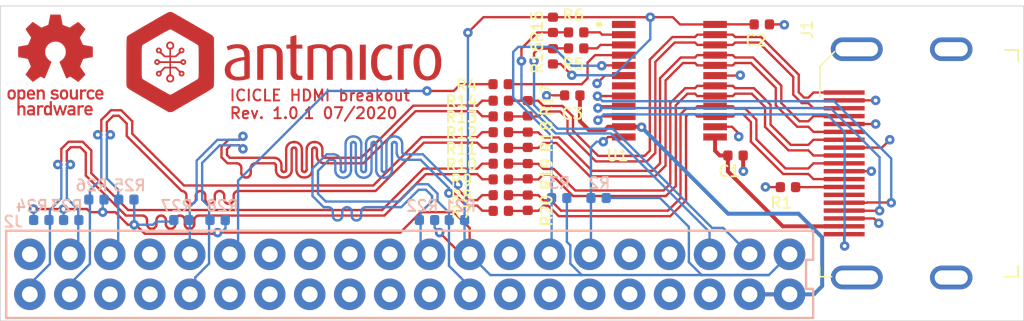
<source format=kicad_pcb>
(kicad_pcb (version 20171130) (host pcbnew 5.1.5+dfsg1-2~bpo10+1)
  (layers (0 F.Cu signal) (1 In1.Cu signal hide) (2 In2.Cu signal hide) (31 B.Cu signal hide) (34 B.Paste user hide) (35 F.Paste user hide) (36 B.SilkS user hide) (37 F.SilkS user hide) (38 B.Mask user hide) (39 F.Mask user) (44 Edge.Cuts user))
  (net 0 "")
  (net 1 +3V3)
  (net 2 /CLK_P)
  (net 3 GND)
  (net 4 /CLK_N)
  (net 5 /DATA_0_N)
  (net 6 /DATA_0_P)
  (net 7 /DATA_1_N)
  (net 8 /DATA_1_P)
  (net 9 /DATA_2_P)
  (net 10 /DATA_2_N)
  (net 11 /HPD)
  (net 12 "Net-(J1-Pad14)")
  (net 13 "Net-(J1-Pad13)")
  (net 14 "Net-(J2-Pad36)")
  (net 15 "Net-(J2-Pad33)")
  (net 16 "Net-(J2-Pad28)")
  (net 17 "Net-(J2-Pad27)")
  (net 18 "Net-(J2-Pad26)")
  (net 19 "Net-(J2-Pad24)")
  (net 20 "Net-(J2-Pad23)")
  (net 21 "Net-(J2-Pad22)")
  (net 22 "Net-(J2-Pad21)")
  (net 23 "Net-(J2-Pad16)")
  (net 24 "Net-(J2-Pad15)")
  (net 25 "Net-(J2-Pad12)")
  (net 26 "Net-(J2-Pad10)")
  (net 27 "Net-(J2-Pad8)")
  (net 28 "Net-(J2-Pad7)")
  (net 29 /EDID_SCL)
  (net 30 /EDID_SDA)
  (net 31 /OUT_HPD)
  (net 32 /OUT_EDID_SDA)
  (net 33 /OUT_EDID_SCL)
  (net 34 /OUT_CLK_N)
  (net 35 /OUT_DATA_2_P)
  (net 36 /OUT_DATA_2_N)
  (net 37 /OUT_DATA_1_P)
  (net 38 /OUT_DATA_1_N)
  (net 39 /OUT_DATA_0_P)
  (net 40 /OUT_DATA_0_N)
  (net 41 /OUT_CLK_P)
  (net 42 "Net-(U1-Pad7)")
  (net 43 "Net-(U1-Pad1)")
  (net 44 HDMI_PWR)
  (net 45 +5V)
  (net 46 /CT_HPD)
  (net 47 /LS_OE)
  (net 48 "Net-(R4-Pad2)")
  (net 49 "Net-(R5-Pad2)")
  (net 50 "Net-(R6-Pad2)")
  (module icicle-hdmi-breakout-footprints:0402-res (layer B.Cu) (at 113.8 113.6 180)
    (fp_text reference R28 (at -0.3 0.9 180) (layer B.SilkS) (effects (font (size 0.7 0.7) (thickness 0.12)) (justify mirror)))
    (fp_text value R_10k_0402)
    (pad 2 smd roundrect (at 0.485 0 180) (size 0.59 0.64) (layers B.Cu B.Paste B.Mask) (net 9 /DATA_2_P))
    (pad 1 smd roundrect (at -0.485 0 180) (size 0.59 0.64) (layers B.Cu B.Paste B.Mask) (net 1 +3V3))
  )
  (module icicle-hdmi-breakout-footprints:0402-res (layer B.Cu) (at 111.5 113.6)
    (fp_text reference R27 (at -0.3 -0.9) (layer B.SilkS) (effects (font (size 0.7 0.7) (thickness 0.12)) (justify mirror)))
    (fp_text value R_10k_0402)
    (pad 2 smd roundrect (at 0.485 0) (size 0.59 0.64) (layers B.Cu B.Paste B.Mask) (net 10 /DATA_2_N))
    (pad 1 smd roundrect (at -0.485 0) (size 0.59 0.64) (layers B.Cu B.Paste B.Mask) (net 1 +3V3))
  )
  (module icicle-hdmi-breakout-footprints:0402-res (layer B.Cu) (at 106.1 112.3 180)
    (fp_text reference R26 (at 0.3 0.9 180) (layer B.SilkS) (effects (font (size 0.7 0.7) (thickness 0.12)) (justify mirror)))
    (fp_text value R_10k_0402)
    (pad 2 smd roundrect (at 0.485 0 180) (size 0.59 0.64) (layers B.Cu B.Paste B.Mask) (net 8 /DATA_1_P))
    (pad 1 smd roundrect (at -0.485 0 180) (size 0.59 0.64) (layers B.Cu B.Paste B.Mask) (net 1 +3V3))
  )
  (module icicle-hdmi-breakout-footprints:0402-res (layer B.Cu) (at 108 112.3 180)
    (fp_text reference R25 (at -0.2 0.9) (layer B.SilkS) (effects (font (size 0.7 0.7) (thickness 0.12)) (justify mirror)))
    (fp_text value R_10k_0402)
    (pad 2 smd roundrect (at 0.485 0 180) (size 0.59 0.64) (layers B.Cu B.Paste B.Mask) (net 7 /DATA_1_N))
    (pad 1 smd roundrect (at -0.485 0 180) (size 0.59 0.64) (layers B.Cu B.Paste B.Mask) (net 1 +3V3))
  )
  (module icicle-hdmi-breakout-footprints:0402-res (layer B.Cu) (at 102.6 113.6)
    (fp_text reference R24 (at -0.6 -0.9) (layer B.SilkS) (effects (font (size 0.7 0.7) (thickness 0.12)) (justify mirror)))
    (fp_text value R_10k_0402)
    (pad 2 smd roundrect (at 0.485 0) (size 0.59 0.64) (layers B.Cu B.Paste B.Mask) (net 6 /DATA_0_P))
    (pad 1 smd roundrect (at -0.485 0) (size 0.59 0.64) (layers B.Cu B.Paste B.Mask) (net 1 +3V3))
  )
  (module icicle-hdmi-breakout-footprints:0402-res (layer B.Cu) (at 104.5 113.6)
    (fp_text reference R23 (at -0.3 -0.9 180) (layer B.SilkS) (effects (font (size 0.7 0.7) (thickness 0.12)) (justify mirror)))
    (fp_text value R_10k_0402)
    (pad 2 smd roundrect (at 0.485 0) (size 0.59 0.64) (layers B.Cu B.Paste B.Mask) (net 5 /DATA_0_N))
    (pad 1 smd roundrect (at -0.485 0) (size 0.59 0.64) (layers B.Cu B.Paste B.Mask) (net 1 +3V3))
  )
  (module icicle-hdmi-breakout-footprints:0402-res (layer B.Cu) (at 127.1 113.6 180)
    (fp_text reference R22 (at 0.3 0.9 180) (layer B.SilkS) (effects (font (size 0.7 0.7) (thickness 0.12)) (justify mirror)))
    (fp_text value R_10k_0402)
    (pad 2 smd roundrect (at 0.485 0 180) (size 0.59 0.64) (layers B.Cu B.Paste B.Mask) (net 2 /CLK_P))
    (pad 1 smd roundrect (at -0.485 0 180) (size 0.59 0.64) (layers B.Cu B.Paste B.Mask) (net 1 +3V3))
  )
  (module icicle-hdmi-breakout-footprints:0402-res (layer B.Cu) (at 129 113.6 180)
    (fp_text reference R21 (at -0.2 0.9) (layer B.SilkS) (effects (font (size 0.7 0.7) (thickness 0.12)) (justify mirror)))
    (fp_text value R_10k_0402)
    (pad 2 smd roundrect (at 0.485 0 180) (size 0.59 0.64) (layers B.Cu B.Paste B.Mask) (net 4 /CLK_N))
    (pad 1 smd roundrect (at -0.485 0 180) (size 0.59 0.64) (layers B.Cu B.Paste B.Mask) (net 1 +3V3))
  )
  (module icicle-hdmi-breakout-footprints:0402-res (layer F.Cu) (at 133.5 112.5 90)
    (fp_text reference R20 (at -0.5 1.2 90) (layer F.SilkS) (effects (font (size 0.7 0.7) (thickness 0.12))))
    (fp_text value R_100R_0402)
    (pad 2 smd roundrect (at 0.485 0 90) (size 0.59 0.64) (layers F.Cu F.Paste F.Mask) (net 41 /OUT_CLK_P))
    (pad 1 smd roundrect (at -0.485 0 90) (size 0.59 0.64) (layers F.Cu F.Paste F.Mask) (net 34 /OUT_CLK_N))
  )
  (module icicle-hdmi-breakout-footprints:0402-res (layer F.Cu) (at 133.5 110.5 90)
    (fp_text reference R19 (at -0.2 1.2 90) (layer F.SilkS) (effects (font (size 0.7 0.7) (thickness 0.12))))
    (fp_text value R_100R_0402)
    (pad 2 smd roundrect (at 0.485 0 90) (size 0.59 0.64) (layers F.Cu F.Paste F.Mask) (net 39 /OUT_DATA_0_P))
    (pad 1 smd roundrect (at -0.485 0 90) (size 0.59 0.64) (layers F.Cu F.Paste F.Mask) (net 40 /OUT_DATA_0_N))
  )
  (module icicle-hdmi-breakout-footprints:0402-res (layer F.Cu) (at 133.5 108.5 90)
    (fp_text reference R18 (at 0.2 1.2 90) (layer F.SilkS) (effects (font (size 0.7 0.7) (thickness 0.12))))
    (fp_text value R_100R_0402)
    (pad 2 smd roundrect (at 0.485 0 90) (size 0.59 0.64) (layers F.Cu F.Paste F.Mask) (net 37 /OUT_DATA_1_P))
    (pad 1 smd roundrect (at -0.485 0 90) (size 0.59 0.64) (layers F.Cu F.Paste F.Mask) (net 38 /OUT_DATA_1_N))
  )
  (module icicle-hdmi-breakout-footprints:0402-res (layer F.Cu) (at 133.5 106.5 90)
    (fp_text reference R17 (at 0.5 1.2 90) (layer F.SilkS) (effects (font (size 0.7 0.7) (thickness 0.12))))
    (fp_text value R_100R_0402)
    (pad 2 smd roundrect (at 0.485 0 90) (size 0.59 0.64) (layers F.Cu F.Paste F.Mask) (net 35 /OUT_DATA_2_P))
    (pad 1 smd roundrect (at -0.485 0 90) (size 0.59 0.64) (layers F.Cu F.Paste F.Mask) (net 36 /OUT_DATA_2_N))
  )
  (module icicle-hdmi-breakout-footprints:0402-res (layer F.Cu) (at 131.79 111.02)
    (fp_text reference R9 (at -2.5 0.0675) (layer F.SilkS) (effects (font (size 0.7 0.7) (thickness 0.12))))
    (fp_text value R_0R_0402)
    (pad 1 smd roundrect (at -0.485 0) (size 0.59 0.64) (layers F.Cu F.Paste F.Mask) (net 5 /DATA_0_N))
    (pad 2 smd roundrect (at 0.485 0) (size 0.59 0.64) (layers F.Cu F.Paste F.Mask) (net 40 /OUT_DATA_0_N))
  )
  (module icicle-hdmi-breakout-footprints:0402-res (layer F.Cu) (at 131.79 113.02)
    (fp_text reference R7 (at -2.5 0.08) (layer F.SilkS) (effects (font (size 0.7 0.7) (thickness 0.12))))
    (fp_text value R_0R_0402)
    (pad 1 smd roundrect (at -0.485 0) (size 0.59 0.64) (layers F.Cu F.Paste F.Mask) (net 4 /CLK_N))
    (pad 2 smd roundrect (at 0.485 0) (size 0.59 0.64) (layers F.Cu F.Paste F.Mask) (net 34 /OUT_CLK_N))
  )
  (module icicle-hdmi-breakout-footprints:0402-res (layer B.Cu) (at 135.5 112.2 180)
    (fp_text reference R3 (at 0 0.95) (layer B.SilkS) (effects (font (size 0.7 0.7) (thickness 0.12)) (justify mirror)))
    (fp_text value R_0R_0402)
    (pad 2 smd roundrect (at 0.485 0 180) (size 0.59 0.64) (layers B.Cu B.Paste B.Mask) (net 47 /LS_OE))
    (pad 1 smd roundrect (at -0.485 0 180) (size 0.59 0.64) (layers B.Cu B.Paste B.Mask) (net 1 +3V3))
  )
  (module icicle-hdmi-breakout-footprints:0402-res (layer B.Cu) (at 138 112.2 180)
    (fp_text reference R2 (at -0.05 0.95) (layer B.SilkS) (effects (font (size 0.7 0.7) (thickness 0.12)) (justify mirror)))
    (fp_text value R_0R_0402)
    (pad 2 smd roundrect (at 0.485 0 180) (size 0.59 0.64) (layers B.Cu B.Paste B.Mask) (net 46 /CT_HPD))
    (pad 1 smd roundrect (at -0.485 0 180) (size 0.59 0.64) (layers B.Cu B.Paste B.Mask) (net 1 +3V3))
  )
  (module icicle-hdmi-breakout-footprints:0402-res (layer F.Cu) (at 150.03 111.51 180)
    (fp_text reference R1 (at 0.43 -0.99) (layer F.SilkS) (effects (font (size 0.7 0.7) (thickness 0.12))))
    (fp_text value R_10k_0402)
    (pad 2 smd roundrect (at 0.485 0 180) (size 0.59 0.64) (layers F.Cu F.Paste F.Mask) (net 3 GND))
    (pad 1 smd roundrect (at -0.485 0 180) (size 0.59 0.64) (layers F.Cu F.Paste F.Mask) (net 13 "Net-(J1-Pad13)"))
  )
  (module icicle-hdmi-breakout-footprints:0402-cap (layer F.Cu) (at 136.33 105.68 180)
    (fp_text reference C3 (at 0 -1.17) (layer F.SilkS) (effects (font (size 0.7 0.7) (thickness 0.12))))
    (fp_text value C_100n_0402_16V)
    (pad 2 smd roundrect (at 0.485 0 180) (size 0.59 0.64) (layers F.Cu F.Paste F.Mask) (net 3 GND))
    (pad 1 smd roundrect (at -0.485 0 180) (size 0.59 0.64) (layers F.Cu F.Paste F.Mask) (net 45 +5V))
  )
  (module icicle-hdmi-breakout-footprints:0402-cap (layer F.Cu) (at 148.37 101.17)
    (fp_text reference C2 (at -0.37 1.03) (layer F.SilkS) (effects (font (size 0.7 0.7) (thickness 0.12))))
    (fp_text value C_100n_0402_16V)
    (pad 2 smd roundrect (at 0.485 0) (size 0.59 0.64) (layers F.Cu F.Paste F.Mask) (net 3 GND))
    (pad 1 smd roundrect (at -0.485 0) (size 0.59 0.64) (layers F.Cu F.Paste F.Mask) (net 1 +3V3))
  )
  (module icicle-hdmi-breakout-footprints:0402-cap (layer F.Cu) (at 146.7 109.5)
    (fp_text reference C1 (at -0.4 1) (layer F.SilkS) (effects (font (size 0.7 0.7) (thickness 0.12))))
    (fp_text value C_100n_0402_16V)
    (pad 2 smd roundrect (at 0.485 0) (size 0.59 0.64) (layers F.Cu F.Paste F.Mask) (net 3 GND))
    (pad 1 smd roundrect (at -0.485 0) (size 0.59 0.64) (layers F.Cu F.Paste F.Mask) (net 44 HDMI_PWR))
  )
  (module icicle-hdmi-breakout-footprints:TPD12S016PWR (layer F.Cu) (at 142.5 104.75 270)
    (fp_text reference U1 (at 4.75 3.3) (layer F.SilkS) (effects (font (size 0.7 0.7) (thickness 0.12))))
    (fp_text value TPD12S016PWR)
    (pad 12 smd rect (at 3.575 2.9 270) (size 0.45 1.5) (layers F.Cu F.Paste F.Mask) (net 46 /CT_HPD))
    (pad 13 smd rect (at 3.575 -2.9 270) (size 0.45 1.5) (layers F.Cu F.Paste F.Mask) (net 44 HDMI_PWR))
    (pad 11 smd rect (at 2.925 2.9 270) (size 0.45 1.5) (layers F.Cu F.Paste F.Mask) (net 45 +5V))
    (pad 14 smd rect (at 2.925 -2.9 270) (size 0.45 1.5) (layers F.Cu F.Paste F.Mask) (net 3 GND))
    (pad 10 smd rect (at 2.275 2.9 270) (size 0.45 1.5) (layers F.Cu F.Paste F.Mask) (net 31 /OUT_HPD))
    (pad 15 smd rect (at 2.275 -2.9 270) (size 0.45 1.5) (layers F.Cu F.Paste F.Mask) (net 34 /OUT_CLK_N))
    (pad 9 smd rect (at 1.625 2.9 270) (size 0.45 1.5) (layers F.Cu F.Paste F.Mask) (net 32 /OUT_EDID_SDA))
    (pad 16 smd rect (at 1.625 -2.9 270) (size 0.45 1.5) (layers F.Cu F.Paste F.Mask) (net 41 /OUT_CLK_P))
    (pad 8 smd rect (at 0.975 2.9 270) (size 0.45 1.5) (layers F.Cu F.Paste F.Mask) (net 33 /OUT_EDID_SCL))
    (pad 17 smd rect (at 0.975 -2.9 270) (size 0.45 1.5) (layers F.Cu F.Paste F.Mask) (net 40 /OUT_DATA_0_N))
    (pad 7 smd rect (at 0.325 2.9 270) (size 0.45 1.5) (layers F.Cu F.Paste F.Mask) (net 42 "Net-(U1-Pad7)"))
    (pad 18 smd rect (at 0.325 -2.9 270) (size 0.45 1.5) (layers F.Cu F.Paste F.Mask) (net 39 /OUT_DATA_0_P))
    (pad 6 smd rect (at -0.325 2.9 270) (size 0.45 1.5) (layers F.Cu F.Paste F.Mask) (net 3 GND))
    (pad 19 smd rect (at -0.325 -2.9 270) (size 0.45 1.5) (layers F.Cu F.Paste F.Mask) (net 3 GND))
    (pad 5 smd rect (at -0.975 2.9 270) (size 0.45 1.5) (layers F.Cu F.Paste F.Mask) (net 47 /LS_OE))
    (pad 20 smd rect (at -0.975 -2.9 270) (size 0.45 1.5) (layers F.Cu F.Paste F.Mask) (net 38 /OUT_DATA_1_N))
    (pad 4 smd rect (at -1.625 2.9 270) (size 0.45 1.5) (layers F.Cu F.Paste F.Mask) (net 48 "Net-(R4-Pad2)"))
    (pad 21 smd rect (at -1.625 -2.9 270) (size 0.45 1.5) (layers F.Cu F.Paste F.Mask) (net 37 /OUT_DATA_1_P))
    (pad 3 smd rect (at -2.275 2.9 270) (size 0.45 1.5) (layers F.Cu F.Paste F.Mask) (net 49 "Net-(R5-Pad2)"))
    (pad 22 smd rect (at -2.275 -2.9 270) (size 0.45 1.5) (layers F.Cu F.Paste F.Mask) (net 36 /OUT_DATA_2_N))
    (pad 2 smd rect (at -2.925 2.9 270) (size 0.45 1.5) (layers F.Cu F.Paste F.Mask) (net 50 "Net-(R6-Pad2)"))
    (pad 23 smd rect (at -2.925 -2.9 270) (size 0.45 1.5) (layers F.Cu F.Paste F.Mask) (net 35 /OUT_DATA_2_P))
    (pad 1 smd rect (at -3.575 2.9 270) (size 0.45 1.5) (layers F.Cu F.Paste F.Mask) (net 43 "Net-(U1-Pad1)"))
    (pad 24 smd rect (at -3.575 -2.9 270) (size 0.45 1.5) (layers F.Cu F.Paste F.Mask) (net 1 +3V3))
  )
  (module icicle-hdmi-breakout-footprints:0402-res (layer F.Cu) (at 136.576 101.678)
    (fp_text reference R6 (at -0.176 -1.078 180) (layer F.SilkS) (effects (font (size 0.7 0.7) (thickness 0.12))))
    (fp_text value R_0R_0402)
    (pad 2 smd roundrect (at 0.485 0) (size 0.59 0.64) (layers F.Cu F.Paste F.Mask) (net 50 "Net-(R6-Pad2)"))
    (pad 1 smd roundrect (at -0.485 0) (size 0.59 0.64) (layers F.Cu F.Paste F.Mask) (net 29 /EDID_SCL))
  )
  (module icicle-hdmi-breakout-footprints:0402-res (layer F.Cu) (at 136.576 102.694)
    (fp_text reference R5 (at -0.176 1.006) (layer F.SilkS) (effects (font (size 0.7 0.7) (thickness 0.12))))
    (fp_text value R_0R_0402)
    (pad 2 smd roundrect (at 0.485 0) (size 0.59 0.64) (layers F.Cu F.Paste F.Mask) (net 49 "Net-(R5-Pad2)"))
    (pad 1 smd roundrect (at -0.485 0) (size 0.59 0.64) (layers F.Cu F.Paste F.Mask) (net 30 /EDID_SDA))
  )
  (module icicle-hdmi-breakout-footprints:0402-res (layer F.Cu) (at 131.78 104.97)
    (fp_text reference R4 (at -2.156667 0.08) (layer F.SilkS) (effects (font (size 0.7 0.7) (thickness 0.12))))
    (fp_text value R_0R_0402)
    (pad 2 smd roundrect (at 0.485 0) (size 0.59 0.64) (layers F.Cu F.Paste F.Mask) (net 48 "Net-(R4-Pad2)"))
    (pad 1 smd roundrect (at -0.485 0) (size 0.59 0.64) (layers F.Cu F.Paste F.Mask) (net 11 /HPD))
  )
  (module icicle-hdmi-breakout-footprints:antmicro-logo_scaled_20mm (layer F.Cu) (at 118 103.75)
    (fp_text reference N1 hide)
    (fp_text value antmicro_logo hide)
    (fp_poly (pts (xy -7.152142 -3.365846) (xy -7.086986 -3.350911) (xy -7.085897 -3.350461) (xy -7.065403 -3.339768) (xy -7.020055 -3.314682) (xy -6.952258 -3.276586) (xy -6.864418 -3.226862) (xy -6.75894 -3.166895) (xy -6.63823 -3.098067) (xy -6.504694 -3.021762) (xy -6.360737 -2.939362) (xy -6.208764 -2.85225) (xy -6.051182 -2.76181) (xy -5.890395 -2.669425) (xy -5.72881 -2.576478) (xy -5.568831 -2.484352) (xy -5.412866 -2.39443) (xy -5.263318 -2.308096) (xy -5.122594 -2.226732) (xy -4.993099 -2.151721) (xy -4.877239 -2.084447) (xy -4.77742 -2.026293) (xy -4.696046 -1.978641) (xy -4.635524 -1.942876) (xy -4.598259 -1.920379) (xy -4.594001 -1.917716) (xy -4.527202 -1.862861) (xy -4.475891 -1.797261) (xy -4.433062 -1.724406) (xy -4.428815 -0.223306) (xy -4.428178 0.063912) (xy -4.427967 0.323067) (xy -4.428181 0.553768) (xy -4.428817 0.755625) (xy -4.42987 0.928247) (xy -4.431339 1.071242) (xy -4.433221 1.184219) (xy -4.435511 1.266788) (xy -4.438209 1.318558) (xy -4.440579 1.337256) (xy -4.447009 1.360965) (xy -4.453864 1.382589) (xy -4.462777 1.403216) (xy -4.475386 1.423937) (xy -4.493324 1.44584) (xy -4.518227 1.470014) (xy -4.55173 1.497548) (xy -4.595469 1.529532) (xy -4.651077 1.567053) (xy -4.720191 1.611202) (xy -4.804445 1.663068) (xy -4.905475 1.723738) (xy -5.024916 1.794304) (xy -5.164402 1.875853) (xy -5.32557 1.969474) (xy -5.510053 2.076257) (xy -5.719487 2.197291) (xy -5.812698 2.251142) (xy -7.078726 2.982603) (xy -7.196836 2.988672) (xy -7.314946 2.994742) (xy -7.779512 2.727563) (xy -8.06399 2.563979) (xy -8.322462 2.415352) (xy -8.556193 2.280884) (xy -8.76645 2.159777) (xy -8.954499 2.051231) (xy -9.121606 1.95445) (xy -9.269037 1.868634) (xy -9.398057 1.792986) (xy -9.509934 1.726708) (xy -9.605932 1.669) (xy -9.687318 1.619066) (xy -9.755358 1.576106) (xy -9.811318 1.539323) (xy -9.856465 1.507918) (xy -9.892063 1.481094) (xy -9.919379 1.458051) (xy -9.939678 1.437992) (xy -9.954228 1.420119) (xy -9.964294 1.403633) (xy -9.971142 1.387736) (xy -9.976039 1.37163) (xy -9.980249 1.354516) (xy -9.984579 1.33729) (xy -9.987595 1.309658) (xy -9.990205 1.250912) (xy -9.992407 1.161435) (xy -9.994198 1.041605) (xy -9.995575 0.891803) (xy -9.996534 0.71241) (xy -9.997074 0.503806) (xy -9.997191 0.266373) (xy -9.996882 0.000489) (xy -9.996434 -0.188976) (xy -9.023604 -0.188976) (xy -9.023583 0.015721) (xy -9.023402 0.191328) (xy -9.022884 0.340252) (xy -9.021851 0.464899) (xy -9.020127 0.567676) (xy -9.017535 0.650988) (xy -9.013897 0.717244) (xy -9.009036 0.768847) (xy -9.002775 0.808206) (xy -8.994937 0.837727) (xy -8.985345 0.859815) (xy -8.973822 0.876878) (xy -8.96019 0.891321) (xy -8.944273 0.905552) (xy -8.942957 0.9067) (xy -8.921858 0.921079) (xy -8.876461 0.949185) (xy -8.809732 0.989311) (xy -8.724637 1.03975) (xy -8.624142 1.098796) (xy -8.511213 1.16474) (xy -8.388816 1.235876) (xy -8.259917 1.310497) (xy -8.127481 1.386896) (xy -7.994476 1.463365) (xy -7.863866 1.538198) (xy -7.738618 1.609687) (xy -7.621698 1.676126) (xy -7.516071 1.735807) (xy -7.424704 1.787023) (xy -7.350563 1.828068) (xy -7.296613 1.857233) (xy -7.265821 1.872813) (xy -7.260992 1.874762) (xy -7.221946 1.885408) (xy -7.194652 1.886037) (xy -7.162305 1.875649) (xy -7.14312 1.867739) (xy -7.116888 1.854599) (xy -7.066974 1.827524) (xy -6.996363 1.788241) (xy -6.90804 1.738476) (xy -6.804989 1.679956) (xy -6.690196 1.614405) (xy -6.566644 1.543552) (xy -6.437318 1.469121) (xy -6.305202 1.392839) (xy -6.173282 1.316433) (xy -6.044541 1.241628) (xy -5.921965 1.170151) (xy -5.808537 1.103728) (xy -5.707243 1.044084) (xy -5.621067 0.992947) (xy -5.552994 0.952043) (xy -5.506007 0.923097) (xy -5.483093 0.907836) (xy -5.482211 0.907104) (xy -5.466109 0.892621) (xy -5.452307 0.878146) (xy -5.440627 0.861271) (xy -5.430893 0.839588) (xy -5.422927 0.810687) (xy -5.416552 0.772161) (xy -5.411591 0.721599) (xy -5.407867 0.656593) (xy -5.405202 0.574736) (xy -5.403419 0.473616) (xy -5.402341 0.350827) (xy -5.40179 0.203959) (xy -5.401591 0.030603) (xy -5.401564 -0.171649) (xy -5.401564 -0.188976) (xy -5.401567 -0.394575) (xy -5.401714 -0.571069) (xy -5.402215 -0.720849) (xy -5.40328 -0.846307) (xy -5.405117 -0.949834) (xy -5.407935 -1.033821) (xy -5.411945 -1.100659) (xy -5.417355 -1.15274) (xy -5.424375 -1.192454) (xy -5.433213 -1.222194) (xy -5.444079 -1.244349) (xy -5.457182 -1.261311) (xy -5.472732 -1.275472) (xy -5.490937 -1.289222) (xy -5.498318 -1.294633) (xy -5.521441 -1.309511) (xy -5.569272 -1.338536) (xy -5.639198 -1.380176) (xy -5.728611 -1.432902) (xy -5.834899 -1.495183) (xy -5.955453 -1.565489) (xy -6.087661 -1.642289) (xy -6.228913 -1.724053) (xy -6.347993 -1.792771) (xy -6.518144 -1.890701) (xy -6.663285 -1.973904) (xy -6.785597 -2.043541) (xy -6.887266 -2.100775) (xy -6.970474 -2.146768) (xy -7.037405 -2.182681) (xy -7.090242 -2.209676) (xy -7.131169 -2.228916) (xy -7.162369 -2.241563) (xy -7.186025 -2.248777) (xy -7.204322 -2.251721) (xy -7.210897 -2.251964) (xy -7.227359 -2.250476) (xy -7.248245 -2.24525) (xy -7.2757 -2.235139) (xy -7.311867 -2.219) (xy -7.35889 -2.195687) (xy -7.418914 -2.164055) (xy -7.494083 -2.122959) (xy -7.586539 -2.071255) (xy -7.698427 -2.007796) (xy -7.831891 -1.931439) (xy -7.989075 -1.841038) (xy -8.09911 -1.77759) (xy -8.247204 -1.692002) (xy -8.387704 -1.610535) (xy -8.518142 -1.534641) (xy -8.636045 -1.465769) (xy -8.738944 -1.40537) (xy -8.824368 -1.354893) (xy -8.889846 -1.315788) (xy -8.932906 -1.289507) (xy -8.950975 -1.277591) (xy -8.965476 -1.264574) (xy -8.977906 -1.250801) (xy -8.988424 -1.233879) (xy -8.997191 -1.211417) (xy -9.004365 -1.181024) (xy -9.010106 -1.140306) (xy -9.014574 -1.086871) (xy -9.017928 -1.018329) (xy -9.020329 -0.932287) (xy -9.021934 -0.826353) (xy -9.022905 -0.698135) (xy -9.023401 -0.545241) (xy -9.02358 -0.365279) (xy -9.023604 -0.188976) (xy -9.996434 -0.188976) (xy -9.996353 -0.223306) (xy -9.995674 -0.478474) (xy -9.995088 -0.704068) (xy -9.994472 -0.902011) (xy -9.993707 -1.074224) (xy -9.99267 -1.222629) (xy -9.991241 -1.349148) (xy -9.989297 -1.455702) (xy -9.986718 -1.544214) (xy -9.983383 -1.616605) (xy -9.97917 -1.674798) (xy -9.973957 -1.720713) (xy -9.967624 -1.756273) (xy -9.96005 -1.7834) (xy -9.951112 -1.804015) (xy -9.94069 -1.82004) (xy -9.928662 -1.833397) (xy -9.914908 -1.846008) (xy -9.899305 -1.859795) (xy -9.892684 -1.865914) (xy -9.872614 -1.879932) (xy -9.827232 -1.908462) (xy -9.758536 -1.950323) (xy -9.668524 -2.004337) (xy -9.559194 -2.069324) (xy -9.432544 -2.144105) (xy -9.290572 -2.2275) (xy -9.135275 -2.318331) (xy -8.968652 -2.415418) (xy -8.7927 -2.517581) (xy -8.609418 -2.623642) (xy -8.589859 -2.634939) (xy -8.376201 -2.758306) (xy -8.18804 -2.866861) (xy -8.02361 -2.961561) (xy -7.881143 -3.043361) (xy -7.758872 -3.113218) (xy -7.65503 -3.172089) (xy -7.56785 -3.220929) (xy -7.495565 -3.260694) (xy -7.436408 -3.292341) (xy -7.38861 -3.316826) (xy -7.350406 -3.335104) (xy -7.320028 -3.348133) (xy -7.295708 -3.356869) (xy -7.275681 -3.362267) (xy -7.258177 -3.365284) (xy -7.241431 -3.366875) (xy -7.23652 -3.367203) (xy -7.152142 -3.365846)) (layer F.Cu) (width 0.00186))
    (fp_poly (pts (xy -2.762249 -1.312167) (xy -2.66255 -1.293503) (xy -2.549392 -1.25881) (xy -2.458084 -1.215755) (xy -2.379163 -1.159346) (xy -2.340359 -1.123556) (xy -2.283133 -1.052088) (xy -2.231753 -0.960588) (xy -2.191937 -0.860517) (xy -2.17355 -0.789119) (xy -2.1699 -0.753668) (xy -2.166624 -0.689343) (xy -2.163769 -0.598767) (xy -2.161387 -0.484561) (xy -2.159525 -0.349347) (xy -2.158235 -0.195746) (xy -2.157564 -0.026379) (xy -2.157476 0.064404) (xy -2.157476 0.83317) (xy -2.231284 0.865819) (xy -2.363439 0.913297) (xy -2.516531 0.94998) (xy -2.681516 0.974719) (xy -2.84935 0.986367) (xy -3.010988 0.983776) (xy -3.096245 0.975571) (xy -3.263289 0.94229) (xy -3.406069 0.889385) (xy -3.524297 0.817171) (xy -3.617686 0.725962) (xy -3.685949 0.61607) (xy -3.728798 0.487809) (xy -3.745946 0.341493) (xy -3.745116 0.268039) (xy -3.743109 0.254154) (xy -3.382296 0.254154) (xy -3.379368 0.384438) (xy -3.351055 0.49704) (xy -3.297965 0.591021) (xy -3.220703 0.665443) (xy -3.119873 0.719368) (xy -3.071639 0.735398) (xy -3.010019 0.745934) (xy -2.927498 0.75073) (xy -2.834071 0.750162) (xy -2.739734 0.744607) (xy -2.654483 0.734439) (xy -2.588312 0.720036) (xy -2.578735 0.716856) (xy -2.503932 0.689951) (xy -2.503932 -0.301478) (xy -2.594483 -0.290553) (xy -2.652273 -0.281462) (xy -2.72709 -0.266795) (xy -2.805569 -0.249235) (xy -2.830244 -0.2432) (xy -2.991685 -0.193566) (xy -3.124252 -0.13258) (xy -3.228703 -0.059559) (xy -3.305799 0.026184) (xy -3.356299 0.125331) (xy -3.380963 0.238569) (xy -3.382296 0.254154) (xy -3.743109 0.254154) (xy -3.724612 0.126169) (xy -3.677067 0.000045) (xy -3.601887 -0.111692) (xy -3.558984 -0.157543) (xy -3.464184 -0.232868) (xy -3.3423 -0.302193) (xy -3.197421 -0.364005) (xy -3.033639 -0.416787) (xy -2.855043 -0.459023) (xy -2.665725 -0.489199) (xy -2.662896 -0.489544) (xy -2.499634 -0.50933) (xy -2.509073 -0.643074) (xy -2.527337 -0.769203) (xy -2.563566 -0.870412) (xy -2.619397 -0.948715) (xy -2.696465 -1.006126) (xy -2.796408 -1.044659) (xy -2.844245 -1.055443) (xy -2.974469 -1.066784) (xy -3.119212 -1.055936) (xy -3.2717 -1.023916) (xy -3.425161 -0.971742) (xy -3.438671 -0.966142) (xy -3.487101 -0.94693) (xy -3.522581 -0.935054) (xy -3.53668 -0.933011) (xy -3.544711 -0.949635) (xy -3.559824 -0.986705) (xy -3.57853 -1.034994) (xy -3.59734 -1.085278) (xy -3.612765 -1.128333) (xy -3.621316 -1.154935) (xy -3.62204 -1.158704) (xy -3.608855 -1.168984) (xy -3.574628 -1.18716) (xy -3.536157 -1.205067) (xy -3.394789 -1.256208) (xy -3.238038 -1.293367) (xy -3.07458 -1.315665) (xy -2.913092 -1.322225) (xy -2.762249 -1.312167)) (layer F.Cu) (width 0.00186))
    (fp_poly (pts (xy 6.480642 -1.319989) (xy 6.58434 -1.309941) (xy 6.642021 -1.29909) (xy 6.701468 -1.281974) (xy 6.765304 -1.258729) (xy 6.825268 -1.232959) (xy 6.873099 -1.208268) (xy 6.900536 -1.18826) (xy 6.902731 -1.185337) (xy 6.901034 -1.165755) (xy 6.889691 -1.127281) (xy 6.872257 -1.078963) (xy 6.852289 -1.029849) (xy 6.833344 -0.988985) (xy 6.818977 -0.965419) (xy 6.815277 -0.96286) (xy 6.79584 -0.968533) (xy 6.757145 -0.984054) (xy 6.717966 -1.001363) (xy 6.597556 -1.043183) (xy 6.478303 -1.059436) (xy 6.365741 -1.049949) (xy 6.267082 -1.015425) (xy 6.184633 -0.956435) (xy 6.109079 -0.869907) (xy 6.042796 -0.759473) (xy 5.988158 -0.628763) (xy 5.964987 -0.55344) (xy 5.9467 -0.460621) (xy 5.934948 -0.346326) (xy 5.929731 -0.219894) (xy 5.931048 -0.090658) (xy 5.938899 0.032043) (xy 5.953283 0.138876) (xy 5.965029 0.191403) (xy 6.018441 0.347854) (xy 6.085682 0.476208) (xy 6.166949 0.57676) (xy 6.262433 0.649803) (xy 6.269842 0.653997) (xy 6.318046 0.678461) (xy 6.360476 0.692533) (xy 6.40936 0.698899) (xy 6.476928 0.700247) (xy 6.480302 0.700234) (xy 6.551196 0.697119) (xy 6.613423 0.686543) (xy 6.676539 0.665628) (xy 6.750104 0.631498) (xy 6.805132 0.602451) (xy 6.811994 0.606864) (xy 6.823881 0.627522) (xy 6.842273 0.667671) (xy 6.868648 0.730555) (xy 6.904485 0.819421) (xy 6.907856 0.827878) (xy 6.898997 0.84482) (xy 6.866949 0.868588) (xy 6.818267 0.89564) (xy 6.759502 0.922438) (xy 6.697208 0.945441) (xy 6.680962 0.950446) (xy 6.596243 0.968476) (xy 6.494197 0.980035) (xy 6.38837 0.984337) (xy 6.292302 0.980592) (xy 6.251956 0.975421) (xy 6.192955 0.960449) (xy 6.121933 0.935569) (xy 6.055106 0.906553) (xy 5.924393 0.825216) (xy 5.811546 0.718355) (xy 5.717058 0.586718) (xy 5.64142 0.431051) (xy 5.585125 0.252101) (xy 5.566382 0.164966) (xy 5.55271 0.061836) (xy 5.545515 -0.060348) (xy 5.544535 -0.192732) (xy 5.549505 -0.326459) (xy 5.560163 -0.452674) (xy 5.576246 -0.562522) (xy 5.589781 -0.622034) (xy 5.650979 -0.796354) (xy 5.73177 -0.948264) (xy 5.831148 -1.076626) (xy 5.948105 -1.180303) (xy 6.081634 -1.258159) (xy 6.187885 -1.297708) (xy 6.270746 -1.313837) (xy 6.372221 -1.321276) (xy 6.480642 -1.319989)) (layer F.Cu) (width 0.00186))
    (fp_poly (pts (xy 9.2785 -1.312066) (xy 9.419271 -1.280013) (xy 9.543888 -1.224868) (xy 9.656461 -1.145058) (xy 9.708553 -1.096387) (xy 9.8083 -0.974431) (xy 9.887318 -0.830972) (xy 9.945961 -0.6651) (xy 9.984585 -0.475905) (xy 9.998095 -0.353364) (xy 10.005731 -0.13312) (xy 9.992844 0.072824) (xy 9.960106 0.262524) (xy 9.908183 0.434035) (xy 9.837744 0.585411) (xy 9.749459 0.714707) (xy 9.643995 0.819978) (xy 9.578549 0.867161) (xy 9.475336 0.918408) (xy 9.352499 0.956601) (xy 9.219808 0.980004) (xy 9.087028 0.986884) (xy 8.966072 0.975896) (xy 8.810713 0.933331) (xy 8.673021 0.864959) (xy 8.55358 0.771436) (xy 8.45297 0.653416) (xy 8.371776 0.511552) (xy 8.310581 0.346499) (xy 8.277228 0.202757) (xy 8.249196 -0.010531) (xy 8.243315 -0.181843) (xy 8.619775 -0.181843) (xy 8.626639 -0.006059) (xy 8.647674 0.163017) (xy 8.682896 0.318411) (xy 8.730663 0.449537) (xy 8.792305 0.552891) (xy 8.870412 0.633717) (xy 8.961038 0.690398) (xy 9.060232 0.721318) (xy 9.164048 0.724859) (xy 9.268537 0.699405) (xy 9.303274 0.683979) (xy 9.391728 0.625796) (xy 9.465071 0.546116) (xy 9.524047 0.443338) (xy 9.569396 0.315865) (xy 9.601861 0.162097) (xy 9.620669 0) (xy 9.628833 -0.197594) (xy 9.620784 -0.38162) (xy 9.597156 -0.549325) (xy 9.558579 -0.697956) (xy 9.505687 -0.824761) (xy 9.439111 -0.926986) (xy 9.397763 -0.970932) (xy 9.30783 -1.034591) (xy 9.210287 -1.070154) (xy 9.109492 -1.078662) (xy 9.009802 -1.061154) (xy 8.915575 -1.018669) (xy 8.831168 -0.952247) (xy 8.760939 -0.862927) (xy 8.733695 -0.812545) (xy 8.684043 -0.679686) (xy 8.648494 -0.525632) (xy 8.627066 -0.357359) (xy 8.619775 -0.181843) (xy 8.243315 -0.181843) (xy 8.242077 -0.217887) (xy 8.255237 -0.416019) (xy 8.288043 -0.601636) (xy 8.339862 -0.771445) (xy 8.41006 -0.922155) (xy 8.498004 -1.050475) (xy 8.524035 -1.080128) (xy 8.63728 -1.181032) (xy 8.765238 -1.254668) (xy 8.908825 -1.301412) (xy 9.068958 -1.321638) (xy 9.117464 -1.322599) (xy 9.2785 -1.312066)) (layer F.Cu) (width 0.00186))
    (fp_poly (pts (xy 0.795755 -1.890556) (xy 0.79863 -1.848884) (xy 0.80093 -1.785265) (xy 0.802488 -1.704473) (xy 0.803139 -1.611284) (xy 0.803148 -1.598422) (xy 0.803148 -1.291336) (xy 1.1811 -1.291336) (xy 1.1811 -1.039368) (xy 0.803148 -1.039368) (xy 0.803148 0.498982) (xy 0.838973 0.566729) (xy 0.885039 0.631264) (xy 0.944279 0.671205) (xy 1.021404 0.688928) (xy 1.082708 0.68969) (xy 1.181166 0.685038) (xy 1.181133 0.806155) (xy 1.178348 0.880811) (xy 1.17014 0.92607) (xy 1.161415 0.939626) (xy 1.138007 0.945325) (xy 1.090929 0.950669) (xy 1.028005 0.954906) (xy 0.98425 0.956653) (xy 0.897887 0.957443) (xy 0.832757 0.953166) (xy 0.778855 0.942783) (xy 0.743384 0.931661) (xy 0.647529 0.886432) (xy 0.57123 0.823573) (xy 0.508105 0.737316) (xy 0.488188 0.701009) (xy 0.43307 0.593781) (xy 0.428593 -0.222794) (xy 0.424117 -1.039368) (xy 0.173228 -1.039368) (xy 0.173228 -1.291336) (xy 0.425196 -1.291336) (xy 0.425196 -1.794188) (xy 0.603495 -1.849848) (xy 0.673943 -1.871574) (xy 0.733143 -1.889331) (xy 0.774786 -1.901261) (xy 0.792471 -1.905508) (xy 0.795755 -1.890556)) (layer F.Cu) (width 0.00186))
    (fp_poly (pts (xy -0.819904 -1.314167) (xy -0.736102 -1.311976) (xy -0.671677 -1.307691) (xy -0.620578 -1.300843) (xy -0.576756 -1.29096) (xy -0.559727 -1.285995) (xy -0.416939 -1.23134) (xy -0.301586 -1.163455) (xy -0.211999 -1.081149) (xy -0.153086 -0.995726) (xy -0.134276 -0.960359) (xy -0.118283 -0.926977) (xy -0.104879 -0.892787) (xy -0.093836 -0.854996) (xy -0.084925 -0.810811) (xy -0.077918 -0.757442) (xy -0.072587 -0.692094) (xy -0.068703 -0.611975) (xy -0.066037 -0.514293) (xy -0.064362 -0.396256) (xy -0.063448 -0.25507) (xy -0.063068 -0.087944) (xy -0.062992 0.105671) (xy -0.062992 0.94488) (xy -0.440944 0.94488) (xy -0.440944 0.113094) (xy -0.441024 -0.082694) (xy -0.441426 -0.249628) (xy -0.442397 -0.390347) (xy -0.444181 -0.507492) (xy -0.447024 -0.603705) (xy -0.451171 -0.681626) (xy -0.456866 -0.743896) (xy -0.464356 -0.793155) (xy -0.473884 -0.832045) (xy -0.485698 -0.863206) (xy -0.500041 -0.889279) (xy -0.517159 -0.912904) (xy -0.537298 -0.936724) (xy -0.538554 -0.938156) (xy -0.603691 -0.996935) (xy -0.683121 -1.038201) (xy -0.783528 -1.065101) (xy -0.821079 -1.071174) (xy -0.92666 -1.077955) (xy -1.043513 -1.072214) (xy -1.157052 -1.055272) (xy -1.239803 -1.033145) (xy -1.29921 -1.01258) (xy -1.303266 -0.03385) (xy -1.307322 0.94488) (xy -1.685036 0.94488) (xy -1.685036 -1.177123) (xy -1.539367 -1.224908) (xy -1.439126 -1.25659) (xy -1.353944 -1.279913) (xy -1.275379 -1.296119) (xy -1.194992 -1.306451) (xy -1.104341 -1.312151) (xy -0.994986 -1.314461) (xy -0.929132 -1.314735) (xy -0.819904 -1.314167)) (layer F.Cu) (width 0.00186))
    (fp_poly (pts (xy 3.757209 -1.311066) (xy 3.91088 -1.277588) (xy 4.043095 -1.222181) (xy 4.153265 -1.145137) (xy 4.240801 -1.046747) (xy 4.282829 -0.976376) (xy 4.299474 -0.942443) (xy 4.313617 -0.909633) (xy 4.325461 -0.875159) (xy 4.33521 -0.836235) (xy 4.343065 -0.790076) (xy 4.349232 -0.733894) (xy 4.353914 -0.664903) (xy 4.357313 -0.580319) (xy 4.359633 -0.477354) (xy 4.361078 -0.353222) (xy 4.36185 -0.205138) (xy 4.362153 -0.030314) (xy 4.362196 0.111011) (xy 4.362196 0.94488) (xy 3.985262 0.94488) (xy 3.980816 0.074803) (xy 3.97637 -0.795274) (xy 3.930412 -0.878223) (xy 3.867906 -0.960698) (xy 3.786589 -1.021784) (xy 3.691109 -1.06111) (xy 3.586111 -1.078306) (xy 3.476242 -1.073001) (xy 3.36615 -1.044823) (xy 3.26048 -0.993402) (xy 3.185033 -0.937719) (xy 3.118104 -0.879434) (xy 3.118104 0.94488) (xy 2.740152 0.94488) (xy 2.740152 0.092378) (xy 2.739876 -0.121519) (xy 2.739034 -0.304953) (xy 2.737607 -0.458951) (xy 2.735573 -0.584541) (xy 2.732913 -0.682749) (xy 2.729606 -0.754605) (xy 2.725633 -0.801136) (xy 2.722177 -0.82012) (xy 2.679945 -0.909237) (xy 2.613117 -0.980546) (xy 2.523646 -1.03318) (xy 2.413489 -1.066271) (xy 2.2846 -1.078953) (xy 2.154025 -1.072179) (xy 2.082817 -1.063523) (xy 2.031721 -1.055313) (xy 1.989488 -1.045082) (xy 1.94487 -1.03036) (xy 1.917319 -1.020233) (xy 1.874012 -1.004051) (xy 1.874012 0.94488) (xy 1.511808 0.94488) (xy 1.511808 -1.179621) (xy 1.66183 -1.227678) (xy 1.830788 -1.275419) (xy 1.988628 -1.305225) (xy 2.148725 -1.318962) (xy 2.314956 -1.318834) (xy 2.448348 -1.310972) (xy 2.557653 -1.296023) (xy 2.649872 -1.271947) (xy 2.732008 -1.236698) (xy 2.811063 -1.188233) (xy 2.843587 -1.16454) (xy 2.947015 -1.086256) (xy 3.012874 -1.139691) (xy 3.140383 -1.223949) (xy 3.283556 -1.282108) (xy 3.443665 -1.314575) (xy 3.58267 -1.322326) (xy 3.757209 -1.311066)) (layer F.Cu) (width 0.00186))
    (fp_poly (pts (xy 5.212588 0.94488) (xy 4.834636 0.94488) (xy 4.834636 -1.291336) (xy 5.212588 -1.291336) (xy 5.212588 0.94488)) (layer F.Cu) (width 0.00186))
    (fp_poly (pts (xy 8.164969 -1.320362) (xy 8.193264 -1.316383) (xy 8.204251 -1.309812) (xy 8.204708 -1.30763) (xy 8.200245 -1.284505) (xy 8.18833 -1.239539) (xy 8.171173 -1.180869) (xy 8.163348 -1.155417) (xy 8.142216 -1.091022) (xy 8.126092 -1.052117) (xy 8.112163 -1.033685) (xy 8.097618 -1.030706) (xy 8.094006 -1.031642) (xy 7.996101 -1.052528) (xy 7.886769 -1.059408) (xy 7.778397 -1.05246) (xy 7.683375 -1.031863) (xy 7.665339 -1.025458) (xy 7.622032 -1.008652) (xy 7.622032 0.94488) (xy 7.24408 0.94488) (xy 7.24408 -1.177905) (xy 7.358253 -1.218816) (xy 7.457469 -1.252148) (xy 7.548226 -1.276925) (xy 7.639168 -1.294621) (xy 7.738939 -1.306711) (xy 7.856184 -1.314667) (xy 7.940929 -1.318153) (xy 8.042332 -1.321106) (xy 8.115835 -1.32189) (xy 8.164969 -1.320362)) (layer F.Cu) (width 0.00186))
    (fp_poly (pts (xy -7.127785 -1.479949) (xy -7.113653 -1.474378) (xy -7.041334 -1.427439) (xy -6.988592 -1.360576) (xy -6.959053 -1.280878) (xy -6.956345 -1.195432) (xy -6.960184 -1.174445) (xy -6.991456 -1.093769) (xy -7.04554 -1.033284) (xy -7.100091 -1.000015) (xy -7.16534 -0.968536) (xy -7.16534 -0.598424) (xy -6.890491 -0.598424) (xy -6.777311 -0.710848) (xy -6.664131 -0.823273) (xy -6.672493 -0.90429) (xy -6.67259 -0.905992) (xy -6.565627 -0.905992) (xy -6.548018 -0.86929) (xy -6.511338 -0.852186) (xy -6.466981 -0.855829) (xy -6.434183 -0.875139) (xy -6.411682 -0.912045) (xy -6.419579 -0.949852) (xy -6.440932 -0.976376) (xy -6.470892 -1.001792) (xy -6.495715 -1.00433) (xy -6.529462 -0.98507) (xy -6.531916 -0.983357) (xy -6.559759 -0.948463) (xy -6.565627 -0.905992) (xy -6.67259 -0.905992) (xy -6.675458 -0.956199) (xy -6.6685 -0.99141) (xy -6.647962 -1.024089) (xy -6.638621 -1.035499) (xy -6.581396 -1.083887) (xy -6.518437 -1.105998) (xy -6.455063 -1.104735) (xy -6.396589 -1.083004) (xy -6.348333 -1.043711) (xy -6.315611 -0.98976) (xy -6.30374 -0.924056) (xy -6.314843 -0.858586) (xy -6.350331 -0.796578) (xy -6.407278 -0.756656) (xy -6.483198 -0.740443) (xy -6.496062 -0.740156) (xy -6.528949 -0.739014) (xy -6.556278 -0.733125) (xy -6.584165 -0.718793) (xy -6.61873 -0.692323) (xy -6.66609 -0.650017) (xy -6.704607 -0.614172) (xy -6.839262 -0.488188) (xy -7.16534 -0.488188) (xy -7.16534 -0.23622) (xy -6.567725 -0.23622) (xy -6.544392 -0.281341) (xy -6.501772 -0.332689) (xy -6.44298 -0.363427) (xy -6.376494 -0.372554) (xy -6.310786 -0.35907) (xy -6.254332 -0.321976) (xy -6.248863 -0.316203) (xy -6.208157 -0.252439) (xy -6.194616 -0.187396) (xy -6.204452 -0.125609) (xy -6.233878 -0.071615) (xy -6.279104 -0.029951) (xy -6.336342 -0.005153) (xy -6.401804 -0.001758) (xy -6.471701 -0.024301) (xy -6.48592 -0.032346) (xy -6.522365 -0.060855) (xy -6.544934 -0.090141) (xy -6.546812 -0.095279) (xy -6.551182 -0.105869) (xy -6.560781 -0.1137) (xy -6.579835 -0.119186) (xy -6.612572 -0.122743) (xy -6.663222 -0.124785) (xy -6.73601 -0.125725) (xy -6.835165 -0.125979) (xy -6.860091 -0.125984) (xy -7.16534 -0.125984) (xy -7.16534 0.110236) (xy -6.841811 0.110236) (xy -6.58031 0.373102) (xy -6.506684 0.366776) (xy -6.427754 0.372277) (xy -6.366407 0.40293) (xy -6.324611 0.457519) (xy -6.313741 0.486008) (xy -6.303081 0.561329) (xy -6.321162 0.626394) (xy -6.360629 0.678024) (xy -6.421632 0.720694) (xy -6.486446 0.736176) (xy -6.549425 0.727327) (xy -6.604927 0.697001) (xy -6.647305 0.648054) (xy -6.670915 0.583341) (xy -6.671949 0.536062) (xy -6.56392 0.536062) (xy -6.558793 0.575239) (xy -6.543726 0.597947) (xy -6.50789 0.625572) (xy -6.473343 0.623295) (xy -6.440932 0.598424) (xy -6.413594 0.560002) (xy -6.41616 0.5256) (xy -6.439633 0.497237) (xy -6.479461 0.476719) (xy -6.517772 0.480531) (xy -6.548086 0.502402) (xy -6.56392 0.536062) (xy -6.671949 0.536062) (xy -6.672293 0.520357) (xy -6.663483 0.445965) (xy -6.890491 0.220472) (xy -7.16534 0.220472) (xy -7.16534 0.59364) (xy -7.10041 0.62292) (xy -7.032255 0.668992) (xy -6.985252 0.732023) (xy -6.959578 0.805668) (xy -6.955407 0.883578) (xy -6.972916 0.959408) (xy -7.01228 1.026812) (xy -7.073675 1.079441) (xy -7.08756 1.087101) (xy -7.17002 1.112908) (xy -7.257848 1.112912) (xy -7.3394 1.087149) (xy -7.340965 1.08633) (xy -7.405537 1.036303) (xy -7.447971 0.970488) (xy -7.468491 0.895275) (xy -7.467938 0.858266) (xy -7.360615 0.858266) (xy -7.354224 0.90511) (xy -7.33018 0.942985) (xy -7.309973 0.962623) (xy -7.251717 0.999758) (xy -7.194358 1.005474) (xy -7.13658 0.979772) (xy -7.115195 0.962623) (xy -7.079953 0.923675) (xy -7.06591 0.883063) (xy -7.064553 0.858266) (xy -7.078726 0.801047) (xy -7.115633 0.751472) (xy -7.166854 0.71805) (xy -7.212584 0.70866) (xy -7.2692 0.722984) (xy -7.318253 0.760283) (xy -7.351324 0.812049) (xy -7.360615 0.858266) (xy -7.467938 0.858266) (xy -7.467321 0.817057) (xy -7.444683 0.742225) (xy -7.400801 0.677171) (xy -7.3359 0.628286) (xy -7.324758 0.62292) (xy -7.259828 0.59364) (xy -7.259828 0.220472) (xy -7.534677 0.220472) (xy -7.761686 0.445965) (xy -7.752875 0.520357) (xy -7.756832 0.59589) (xy -7.784197 0.658004) (xy -7.829325 0.703845) (xy -7.886571 0.730556) (xy -7.95029 0.735282) (xy -8.014838 0.715168) (xy -8.064539 0.678024) (xy -8.108324 0.617689) (xy -8.122296 0.551493) (xy -8.119077 0.532097) (xy -8.011726 0.532097) (xy -8.008721 0.566768) (xy -7.984236 0.598424) (xy -7.945895 0.62574) (xy -7.911521 0.623165) (xy -7.882448 0.599058) (xy -7.862722 0.55855) (xy -7.86791 0.517439) (xy -7.895163 0.486507) (xy -7.914244 0.478687) (xy -7.960697 0.48096) (xy -7.984871 0.496636) (xy -8.011726 0.532097) (xy -8.119077 0.532097) (xy -8.111427 0.486008) (xy -8.078066 0.422117) (xy -8.024361 0.381672) (xy -7.95228 0.36589) (xy -7.918484 0.366776) (xy -7.844858 0.373102) (xy -7.583357 0.110236) (xy -7.259828 0.110236) (xy -7.259828 -0.125984) (xy -7.565853 -0.125984) (xy -7.671205 -0.125849) (xy -7.749326 -0.125153) (xy -7.804478 -0.123455) (xy -7.840927 -0.120318) (xy -7.862936 -0.1153) (xy -7.874769 -0.107965) (xy -7.880689 -0.097871) (xy -7.882219 -0.093402) (xy -7.907619 -0.057137) (xy -7.953274 -0.025395) (xy -8.008002 -0.004625) (xy -8.044073 -0.000059) (xy -8.116785 -0.013225) (xy -8.173607 -0.04891) (xy -8.212032 -0.10112) (xy -8.229554 -0.163863) (xy -8.227678 -0.185307) (xy -8.12379 -0.185307) (xy -8.119229 -0.162574) (xy -8.10332 -0.142808) (xy -8.062095 -0.11435) (xy -8.020016 -0.116341) (xy -7.993235 -0.134983) (xy -7.970569 -0.175581) (xy -7.975398 -0.201916) (xy -6.454334 -0.201916) (xy -6.44837 -0.157748) (xy -6.431933 -0.134983) (xy -6.391565 -0.112325) (xy -6.349319 -0.120309) (xy -6.321848 -0.142808) (xy -6.302666 -0.168912) (xy -6.303567 -0.192647) (xy -6.315997 -0.217611) (xy -6.349323 -0.25395) (xy -6.389391 -0.264218) (xy -6.428175 -0.24659) (xy -6.431095 -0.243807) (xy -6.454334 -0.201916) (xy -7.975398 -0.201916) (xy -7.978321 -0.217857) (xy -7.998812 -0.243034) (xy -8.039326 -0.264121) (xy -8.077656 -0.254452) (xy -8.109156 -0.2175) (xy -8.12379 -0.185307) (xy -8.227678 -0.185307) (xy -8.223667 -0.231147) (xy -8.191863 -0.296978) (xy -8.176305 -0.316203) (xy -8.120062 -0.357438) (xy -8.054435 -0.373301) (xy -7.987407 -0.364696) (xy -7.926965 -0.332524) (xy -7.884229 -0.28321) (xy -7.856471 -0.23622) (xy -7.259828 -0.23622) (xy -7.259828 -0.488188) (xy -7.585906 -0.488188) (xy -7.720561 -0.614172) (xy -7.778689 -0.668015) (xy -7.820214 -0.703817) (xy -7.851345 -0.725255) (xy -7.878292 -0.736005) (xy -7.907263 -0.739743) (xy -7.93335 -0.740156) (xy -8.010766 -0.751447) (xy -8.067407 -0.786045) (xy -8.104819 -0.845036) (xy -8.111906 -0.865558) (xy -8.118756 -0.922383) (xy -8.015732 -0.922383) (xy -8.002187 -0.886451) (xy -7.968966 -0.861376) (xy -7.927192 -0.851422) (xy -7.887985 -0.860847) (xy -7.87715 -0.86929) (xy -7.859479 -0.906453) (xy -7.865599 -0.948912) (xy -7.893252 -0.983357) (xy -7.923415 -1.001616) (xy -7.940496 -1.007872) (xy -7.963321 -0.996066) (xy -7.990396 -0.968803) (xy -8.010957 -0.938312) (xy -8.015732 -0.922383) (xy -8.118756 -0.922383) (xy -8.120816 -0.939467) (xy -8.10442 -1.003434) (xy -8.068092 -1.054652) (xy -8.017201 -1.090317) (xy -7.957121 -1.107623) (xy -7.893223 -1.103763) (xy -7.830878 -1.075932) (xy -7.786547 -1.035499) (xy -7.761229 -1.00082) (xy -7.750587 -0.967854) (xy -7.750964 -0.922433) (xy -7.752675 -0.90429) (xy -7.761037 -0.823273) (xy -7.647857 -0.710848) (xy -7.534677 -0.598424) (xy -7.259828 -0.598424) (xy -7.259828 -0.970315) (xy -7.322442 -0.99794) (xy -7.395741 -1.04537) (xy -7.445334 -1.113206) (xy -7.464531 -1.165275) (xy -7.471961 -1.239285) (xy -7.364257 -1.239285) (xy -7.358329 -1.203166) (xy -7.346979 -1.176582) (xy -7.306645 -1.122264) (xy -7.253026 -1.092713) (xy -7.193084 -1.089713) (xy -7.133785 -1.115049) (xy -7.126918 -1.120176) (xy -7.080457 -1.170315) (xy -7.064676 -1.22476) (xy -7.077166 -1.282157) (xy -7.115359 -1.341118) (xy -7.165775 -1.374847) (xy -7.221937 -1.383454) (xy -7.277364 -1.367051) (xy -7.325578 -1.325747) (xy -7.353549 -1.27744) (xy -7.364257 -1.239285) (xy -7.471961 -1.239285) (xy -7.473022 -1.249858) (xy -7.454992 -1.327975) (xy -7.415034 -1.395579) (xy -7.35774 -1.448625) (xy -7.287706 -1.483067) (xy -7.209523 -1.494857) (xy -7.127785 -1.479949)) (layer F.Cu) (width 0.00186))
  )
  (module icicle-hdmi-breakout-footprints:0402-res (layer F.Cu) (at 135.1 103.2 90)
    (fp_text reference R16 (at -0.1 -1 90) (layer F.SilkS) (effects (font (size 0.7 0.7) (thickness 0.12))))
    (fp_text value R_10k_0402)
    (pad 2 smd roundrect (at 0.485 0 90) (size 0.59 0.64) (layers F.Cu F.Paste F.Mask) (net 30 /EDID_SDA))
    (pad 1 smd roundrect (at -0.485 0 90) (size 0.59 0.64) (layers F.Cu F.Paste F.Mask) (net 1 +3V3))
  )
  (module icicle-hdmi-breakout-footprints:0402-res (layer F.Cu) (at 135.1 101.2 270)
    (fp_text reference R15 (at 0.1 1 90) (layer F.SilkS) (effects (font (size 0.7 0.7) (thickness 0.12))))
    (fp_text value R_10k_0402)
    (pad 2 smd roundrect (at 0.485 0 270) (size 0.59 0.64) (layers F.Cu F.Paste F.Mask) (net 29 /EDID_SCL))
    (pad 1 smd roundrect (at -0.485 0 270) (size 0.59 0.64) (layers F.Cu F.Paste F.Mask) (net 1 +3V3))
  )
  (module icicle-hdmi-breakout-footprints:0402-res (layer F.Cu) (at 131.79 112.02)
    (fp_text reference R8 (at -2.5 0.07375) (layer F.SilkS) (effects (font (size 0.7 0.7) (thickness 0.12))))
    (fp_text value R_0R_0402)
    (pad 1 smd roundrect (at -0.485 0) (size 0.59 0.64) (layers F.Cu F.Paste F.Mask) (net 2 /CLK_P))
    (pad 2 smd roundrect (at 0.485 0) (size 0.59 0.64) (layers F.Cu F.Paste F.Mask) (net 41 /OUT_CLK_P))
  )
  (module icicle-hdmi-breakout-footprints:0402-res (layer F.Cu) (at 131.79 110.02)
    (fp_text reference R10 (at -2.5 0.06125) (layer F.SilkS) (effects (font (size 0.7 0.7) (thickness 0.12))))
    (fp_text value R_0R_0402)
    (pad 1 smd roundrect (at -0.485 0) (size 0.59 0.64) (layers F.Cu F.Paste F.Mask) (net 6 /DATA_0_P))
    (pad 2 smd roundrect (at 0.485 0) (size 0.59 0.64) (layers F.Cu F.Paste F.Mask) (net 39 /OUT_DATA_0_P))
  )
  (module icicle-hdmi-breakout-footprints:0402-res (layer F.Cu) (at 131.79 109.02)
    (fp_text reference R11 (at -2.5 0.055) (layer F.SilkS) (effects (font (size 0.7 0.7) (thickness 0.12))))
    (fp_text value R_0R_0402)
    (pad 1 smd roundrect (at -0.485 0) (size 0.59 0.64) (layers F.Cu F.Paste F.Mask) (net 7 /DATA_1_N))
    (pad 2 smd roundrect (at 0.485 0) (size 0.59 0.64) (layers F.Cu F.Paste F.Mask) (net 38 /OUT_DATA_1_N))
  )
  (module icicle-hdmi-breakout-footprints:0402-res (layer F.Cu) (at 131.79 108.02)
    (fp_text reference R12 (at -2.5 0.04875) (layer F.SilkS) (effects (font (size 0.7 0.7) (thickness 0.12))))
    (fp_text value R_0R_0402)
    (pad 1 smd roundrect (at -0.485 0) (size 0.59 0.64) (layers F.Cu F.Paste F.Mask) (net 8 /DATA_1_P))
    (pad 2 smd roundrect (at 0.485 0) (size 0.59 0.64) (layers F.Cu F.Paste F.Mask) (net 37 /OUT_DATA_1_P))
  )
  (module icicle-hdmi-breakout-footprints:0402-res (layer F.Cu) (at 131.79 107.02)
    (fp_text reference R13 (at -2.5 0.0425) (layer F.SilkS) (effects (font (size 0.7 0.7) (thickness 0.12))))
    (fp_text value R_0R_0402)
    (pad 1 smd roundrect (at -0.485 0) (size 0.59 0.64) (layers F.Cu F.Paste F.Mask) (net 10 /DATA_2_N))
    (pad 2 smd roundrect (at 0.485 0) (size 0.59 0.64) (layers F.Cu F.Paste F.Mask) (net 36 /OUT_DATA_2_N))
  )
  (module icicle-hdmi-breakout-footprints:0402-res (layer F.Cu) (at 131.79 106.02)
    (fp_text reference R14 (at -2.5 0.03625) (layer F.SilkS) (effects (font (size 0.7 0.7) (thickness 0.12))))
    (fp_text value R_0R_0402)
    (pad 1 smd roundrect (at -0.485 0) (size 0.59 0.64) (layers F.Cu F.Paste F.Mask) (net 9 /DATA_2_P))
    (pad 2 smd roundrect (at 0.485 0) (size 0.59 0.64) (layers F.Cu F.Paste F.Mask) (net 35 /OUT_DATA_2_P))
  )
  (module icicle-hdmi-breakout-footprints:oshw-logo (layer F.Cu) (at 103.5 103.75)
    (fp_text reference N2 hide)
    (fp_text value oshw_logo hide)
    (fp_poly (pts (xy -1.520547 2.559315) (xy -1.484257 2.562589) (xy -1.453571 2.568483) (xy -1.42629 2.577419) (xy -1.400688 2.589559) (xy -1.370681 2.610821) (xy -1.344258 2.639027) (xy -1.324255 2.670988) (xy -1.320279 2.679956) (xy -1.30811 2.71018) (xy -1.3081 3.19786) (xy -1.43256 3.200712) (xy -1.43256 3.172616) (xy -1.433001 3.157262) (xy -1.43414 3.147057) (xy -1.435256 3.14452) (xy -1.439925 3.147991) (xy -1.44858 3.156755) (xy -1.452999 3.161658) (xy -1.471978 3.178645) (xy -1.49558 3.190826) (xy -1.525318 3.19871) (xy -1.562703 3.202805) (xy -1.57734 3.203422) (xy -1.602824 3.203658) (xy -1.626988 3.203015) (xy -1.646538 3.201624) (xy -1.65553 3.200315) (xy -1.685682 3.191062) (xy -1.716935 3.176628) (xy -1.745331 3.159088) (xy -1.764046 3.143501) (xy -1.789625 3.111334) (xy -1.806796 3.075521) (xy -1.815801 3.037506) (xy -1.816878 2.998734) (xy -1.81664 2.997361) (xy -1.696223 2.997361) (xy -1.695252 3.020525) (xy -1.686495 3.04231) (xy -1.66972 3.060562) (xy -1.667587 3.062115) (xy -1.653946 3.070585) (xy -1.639866 3.076449) (xy -1.623179 3.080099) (xy -1.601719 3.081928) (xy -1.573316 3.082328) (xy -1.55702 3.082134) (xy -1.528455 3.081426) (xy -1.507932 3.080233) (xy -1.493336 3.078268) (xy -1.482549 3.075242) (xy -1.473457 3.070866) (xy -1.4732 3.070718) (xy -1.457655 3.058381) (xy -1.446482 3.041138) (xy -1.439038 3.017444) (xy -1.434673 2.985753) (xy -1.434033 2.977094) (xy -1.431057 2.93116) (xy -1.532139 2.931271) (xy -1.567669 2.931414) (xy -1.594661 2.931841) (xy -1.614734 2.932682) (xy -1.629508 2.934068) (xy -1.640604 2.936129) (xy -1.649641 2.938995) (xy -1.654706 2.941136) (xy -1.67572 2.955512) (xy -1.689636 2.974971) (xy -1.696223 2.997361) (xy -1.81664 2.997361) (xy -1.810268 2.960648) (xy -1.796211 2.924695) (xy -1.774945 2.892318) (xy -1.746713 2.864961) (xy -1.71454 2.845351) (xy -1.699391 2.838812) (xy -1.684182 2.833785) (xy -1.667295 2.830081) (xy -1.64711 2.827504) (xy -1.622008 2.825865) (xy -1.590368 2.824969) (xy -1.550571 2.824625) (xy -1.539905 2.824604) (xy -1.431349 2.82448) (xy -1.433457 2.776281) (xy -1.435643 2.747652) (xy -1.440005 2.726818) (xy -1.447619 2.711473) (xy -1.459557 2.699312) (xy -1.473732 2.68986) (xy -1.482123 2.685647) (xy -1.491816 2.682768) (xy -1.50486 2.680982) (xy -1.523299 2.680045) (xy -1.549181 2.679716) (xy -1.55956 2.6797) (xy -1.593451 2.680227) (xy -1.619103 2.682156) (xy -1.638402 2.686003) (xy -1.653229 2.692284) (xy -1.66547 2.701518) (xy -1.674582 2.71128) (xy -1.685464 2.724211) (xy -1.734272 2.686948) (xy -1.753108 2.672336) (xy -1.768568 2.659904) (xy -1.779081 2.650946) (xy -1.783078 2.646755) (xy -1.78308 2.646721) (xy -1.779269 2.640177) (xy -1.769265 2.629658) (xy -1.755216 2.616991) (xy -1.739267 2.604005) (xy -1.723566 2.592529) (xy -1.710258 2.584392) (xy -1.70942 2.583969) (xy -1.687833 2.574068) (xy -1.667762 2.566998) (xy -1.646748 2.562323) (xy -1.622329 2.559605) (xy -1.592047 2.558408) (xy -1.56464 2.558242) (xy -1.520547 2.559315)) (layer F.Cu) (width 0.01))
    (fp_poly (pts (xy -2.7328 1.557697) (xy -2.684546 1.570663) (xy -2.641589 1.59229) (xy -2.6039 1.622592) (xy -2.580265 1.649454) (xy -2.561783 1.676927) (xy -2.547426 1.706492) (xy -2.536905 1.739537) (xy -2.529927 1.777455) (xy -2.526203 1.821634) (xy -2.52544 1.873464) (xy -2.526239 1.90754) (xy -2.528944 1.956516) (xy -2.533763 1.997186) (xy -2.541296 2.031291) (xy -2.552144 2.06057) (xy -2.566907 2.086764) (xy -2.586185 2.111615) (xy -2.602676 2.129131) (xy -2.636646 2.158152) (xy -2.67299 2.178971) (xy -2.713336 2.1922) (xy -2.759311 2.198453) (xy -2.788718 2.199129) (xy -2.812449 2.198418) (xy -2.834606 2.196951) (xy -2.851651 2.194993) (xy -2.856492 2.194074) (xy -2.897147 2.179634) (xy -2.936141 2.155699) (xy -2.969665 2.126384) (xy -2.992401 2.10172) (xy -3.010173 2.077392) (xy -3.023622 2.051593) (xy -3.033389 2.022517) (xy -3.040117 1.988358) (xy -3.044446 1.94731) (xy -3.046544 1.910015) (xy -3.046759 1.882248) (xy -2.91846 1.882248) (xy -2.91846 1.968716) (xy -2.902189 2.001766) (xy -2.884147 2.031176) (xy -2.862589 2.051992) (xy -2.836231 2.064929) (xy -2.803792 2.070703) (xy -2.778167 2.070926) (xy -2.754539 2.069112) (xy -2.736963 2.065333) (xy -2.721373 2.058591) (xy -2.716269 2.055719) (xy -2.696096 2.041639) (xy -2.680584 2.025025) (xy -2.669138 2.004405) (xy -2.66116 1.978307) (xy -2.656056 1.945257) (xy -2.653228 1.903782) (xy -2.653066 1.899608) (xy -2.652542 1.848728) (xy -2.655306 1.806574) (xy -2.661698 1.772146) (xy -2.672056 1.744448) (xy -2.686721 1.72248) (xy -2.706031 1.705245) (xy -2.722521 1.69545) (xy -2.754232 1.684217) (xy -2.787608 1.680797) (xy -2.820534 1.684757) (xy -2.850894 1.695663) (xy -2.876571 1.713084) (xy -2.891338 1.729953) (xy -2.900675 1.745177) (xy -2.90766 1.76091) (xy -2.912608 1.778925) (xy -2.915837 1.801) (xy -2.917662 1.828909) (xy -2.918399 1.864428) (xy -2.91846 1.882248) (xy -3.046759 1.882248) (xy -3.047053 1.844555) (xy -3.042844 1.786749) (xy -3.03398 1.736973) (xy -3.020528 1.6956) (xy -3.003958 1.664995) (xy -2.971078 1.624961) (xy -2.934031 1.594033) (xy -2.892338 1.571967) (xy -2.845521 1.558517) (xy -2.7931 1.553436) (xy -2.78638 1.553378) (xy -2.7328 1.557697)) (layer F.Cu) (width 0.01))
    (fp_poly (pts (xy -0.842854 2.558238) (xy -0.814699 2.564601) (xy -0.793284 2.572328) (xy -0.772416 2.581726) (xy -0.758495 2.589591) (xy -0.73721 2.603849) (xy -0.782803 2.658284) (xy -0.799438 2.677915) (xy -0.813773 2.694399) (xy -0.824557 2.706328) (xy -0.830537 2.712297) (xy -0.831244 2.71272) (xy -0.836907 2.710055) (xy -0.846965 2.703544) (xy -0.848313 2.702593) (xy -0.873395 2.690251) (xy -0.903191 2.684263) (xy -0.934016 2.685262) (xy -0.941241 2.686629) (xy -0.974462 2.698426) (xy -1.000899 2.717623) (xy -1.019633 2.741992) (xy -1.03378 2.76606) (xy -1.03886 3.19786) (xy -1.16332 3.200712) (xy -1.16332 2.5654) (xy -1.03632 2.5654) (xy -1.03632 2.626476) (xy -1.008844 2.604096) (xy -0.971438 2.579793) (xy -0.930037 2.563791) (xy -0.886543 2.556477) (xy -0.842854 2.558238)) (layer F.Cu) (width 0.01))
    (fp_poly (pts (xy 1.038658 2.556999) (xy 1.091282 2.563659) (xy 1.137736 2.576601) (xy 1.177447 2.595588) (xy 1.209841 2.620381) (xy 1.234342 2.650742) (xy 1.242238 2.665302) (xy 1.247495 2.677777) (xy 1.2519 2.691708) (xy 1.255515 2.708027) (xy 1.258402 2.727665) (xy 1.260621 2.751555) (xy 1.262236 2.780627) (xy 1.263308 2.815814) (xy 1.263898 2.858047) (xy 1.264069 2.908257) (xy 1.263881 2.967376) (xy 1.263748 2.98958) (xy 1.26238 3.19786) (xy 1.13538 3.19786) (xy 1.133842 3.171118) (xy 1.132304 3.144377) (xy 1.119233 3.159911) (xy 1.096185 3.179576) (xy 1.065039 3.193734) (xy 1.026343 3.202213) (xy 0.980645 3.204841) (xy 0.976379 3.204788) (xy 0.955641 3.204177) (xy 0.937414 3.203212) (xy 0.92533 3.20209) (xy 0.92456 3.20197) (xy 0.879073 3.189911) (xy 0.839607 3.170505) (xy 0.806748 3.144654) (xy 0.78108 3.11326) (xy 0.763188 3.077223) (xy 0.753657 3.037447) (xy 0.75322 3.005579) (xy 0.87376 3.005579) (xy 0.874656 3.023198) (xy 0.878506 3.0355) (xy 0.887049 3.047254) (xy 0.89027 3.050826) (xy 0.903492 3.063313) (xy 0.917828 3.072236) (xy 0.935168 3.078077) (xy 0.957403 3.081317) (xy 0.986423 3.082437) (xy 1.01346 3.082182) (xy 1.043426 3.081219) (xy 1.065196 3.079662) (xy 1.080731 3.077264) (xy 1.091987 3.073776) (xy 1.096409 3.071661) (xy 1.112632 3.058685) (xy 1.123838 3.039377) (xy 1.130406 3.012731) (xy 1.132717 2.977744) (xy 1.132728 2.97561) (xy 1.13284 2.93116) (xy 1.03505 2.931271) (xy 0.999917 2.931431) (xy 0.973305 2.931906) (xy 0.953574 2.932829) (xy 0.939085 2.934331) (xy 0.928201 2.936544) (xy 0.919283 2.939599) (xy 0.91654 2.940793) (xy 0.893977 2.954502) (xy 0.880254 2.971912) (xy 0.87425 2.99472) (xy 0.87376 3.005579) (xy 0.75322 3.005579) (xy 0.753072 2.994831) (xy 0.761777 2.951065) (xy 0.768571 2.931049) (xy 0.776155 2.915691) (xy 0.786796 2.901355) (xy 0.802764 2.884403) (xy 0.804325 2.882839) (xy 0.820663 2.867146) (xy 0.835715 2.854719) (xy 0.850966 2.845155) (xy 0.867899 2.83805) (xy 0.887995 2.833003) (xy 0.912738 2.829609) (xy 0.943612 2.827465) (xy 0.982099 2.82617) (xy 1.01518 2.825538) (xy 1.13374 2.823651) (xy 1.13202 2.771122) (xy 1.131013 2.746916) (xy 1.12955 2.730529) (xy 1.127126 2.719619) (xy 1.12324 2.711845) (xy 1.117898 2.705404) (xy 1.098579 2.69189) (xy 1.070188 2.682719) (xy 1.032851 2.677923) (xy 1.006777 2.67716) (xy 0.972406 2.67828) (xy 0.94585 2.682029) (xy 0.924973 2.688988) (xy 0.907638 2.699742) (xy 0.90016 2.706223) (xy 0.882279 2.723087) (xy 0.834839 2.686958) (xy 0.816294 2.672654) (xy 0.801145 2.660626) (xy 0.790984 2.652163) (xy 0.7874 2.648576) (xy 0.791306 2.639567) (xy 0.801763 2.626931) (xy 0.816877 2.61269) (xy 0.832288 2.600608) (xy 0.864986 2.581503) (xy 0.902471 2.568052) (xy 0.946385 2.559769) (xy 0.98044 2.556859) (xy 1.038658 2.556999)) (layer F.Cu) (width 0.01))
    (fp_poly (pts (xy -0.836737 1.560625) (xy -0.796274 1.57668) (xy -0.760142 1.600399) (xy -0.72949 1.630984) (xy -0.705466 1.667638) (xy -0.689218 1.709565) (xy -0.686437 1.7211) (xy -0.684809 1.734425) (xy -0.683446 1.757693) (xy -0.682353 1.790687) (xy -0.681534 1.833193) (xy -0.680995 1.884996) (xy -0.680741 1.945881) (xy -0.68072 1.97129) (xy -0.68072 2.19456) (xy -0.807297 2.19456) (xy -0.808779 1.984638) (xy -0.81026 1.774716) (xy -0.825578 1.744777) (xy -0.844099 1.716999) (xy -0.86736 1.697722) (xy -0.896409 1.686288) (xy -0.92476 1.682331) (xy -0.946329 1.682251) (xy -0.966452 1.684089) (xy -0.978101 1.686626) (xy -1.000316 1.698058) (xy -1.022147 1.716281) (xy -1.040417 1.738318) (xy -1.048564 1.7526) (xy -1.05119 1.758654) (xy -1.053356 1.765119) (xy -1.055115 1.773012) (xy -1.05652 1.783351) (xy -1.057625 1.797153) (xy -1.058483 1.815435) (xy -1.059148 1.839216) (xy -1.059673 1.869513) (xy -1.060111 1.907343) (xy -1.060516 1.953724) (xy -1.060757 1.98501) (xy -1.062334 2.19456) (xy -1.18872 2.19456) (xy -1.18872 1.55956) (xy -1.06172 1.55956) (xy -1.06172 1.625716) (xy -1.032895 1.602238) (xy -1.000955 1.579612) (xy -0.968999 1.564698) (xy -0.933198 1.55579) (xy -0.926066 1.554696) (xy -0.880384 1.553031) (xy -0.836737 1.560625)) (layer F.Cu) (width 0.01))
    (fp_poly (pts (xy 1.042458 1.769481) (xy 1.04394 1.979403) (xy 1.059257 2.009342) (xy 1.077599 2.036956) (xy 1.100575 2.056139) (xy 1.129331 2.067609) (xy 1.15917 2.071829) (xy 1.19344 2.070846) (xy 1.221522 2.063099) (xy 1.245419 2.047838) (xy 1.258775 2.034544) (xy 1.266643 2.025449) (xy 1.273172 2.016985) (xy 1.278497 2.008138) (xy 1.282751 1.997892) (xy 1.286069 1.98523) (xy 1.288584 1.969138) (xy 1.29043 1.948599) (xy 1.291742 1.922598) (xy 1.292653 1.89012) (xy 1.293297 1.850149) (xy 1.293809 1.801669) (xy 1.294121 1.76657) (xy 1.295926 1.55956) (xy 1.4224 1.55956) (xy 1.4224 2.19456) (xy 1.2954 2.19456) (xy 1.2954 2.16154) (xy 1.295008 2.144722) (xy 1.293982 2.132829) (xy 1.292608 2.12852) (xy 1.28771 2.131785) (xy 1.278195 2.140148) (xy 1.271018 2.147012) (xy 1.256272 2.159017) (xy 1.236682 2.171776) (xy 1.2192 2.181169) (xy 1.202021 2.188739) (xy 1.186852 2.193568) (xy 1.170197 2.196373) (xy 1.148558 2.197869) (xy 1.13538 2.198333) (xy 1.107857 2.198599) (xy 1.087298 2.19729) (xy 1.070583 2.194078) (xy 1.059001 2.190339) (xy 1.036212 2.1813) (xy 1.019005 2.172516) (xy 1.003531 2.16158) (xy 0.985939 2.146082) (xy 0.981277 2.141703) (xy 0.952318 2.107608) (xy 0.931 2.068067) (xy 0.920116 2.033019) (xy 0.918488 2.019694) (xy 0.917125 1.996426) (xy 0.916032 1.963432) (xy 0.915213 1.920926) (xy 0.914674 1.869123) (xy 0.91442 1.808238) (xy 0.9144 1.782829) (xy 0.9144 1.55956) (xy 1.040976 1.55956) (xy 1.042458 1.769481)) (layer F.Cu) (width 0.01))
    (fp_poly (pts (xy 0.03535 2.77749) (xy 0.047597 2.82249) (xy 0.059122 2.864699) (xy 0.069633 2.903055) (xy 0.078835 2.936495) (xy 0.086437 2.963954) (xy 0.092145 2.984372) (xy 0.095666 2.996683) (xy 0.096608 2.99974) (xy 0.09879 2.999338) (xy 0.103068 2.991268) (xy 0.109581 2.975151) (xy 0.118471 2.95061) (xy 0.129875 2.917267) (xy 0.143934 2.874744) (xy 0.152017 2.84988) (xy 0.165587 2.807974) (xy 0.179166 2.766094) (xy 0.192174 2.726028) (xy 0.204028 2.689566) (xy 0.214148 2.658496) (xy 0.221951 2.634608) (xy 0.224239 2.62763) (xy 0.244681 2.5654) (xy 0.338499 2.5654) (xy 0.406231 2.77495) (xy 0.420645 2.819489) (xy 0.434234 2.861381) (xy 0.446651 2.89956) (xy 0.45755 2.932961) (xy 0.466581 2.960522) (xy 0.473397 2.981177) (xy 0.477651 2.993863) (xy 0.478826 2.9972) (xy 0.480371 2.998889) (xy 0.482606 2.996821) (xy 0.485754 2.990282) (xy 0.490039 2.978558) (xy 0.495685 2.960935) (xy 0.502914 2.9367) (xy 0.511952 2.905138) (xy 0.523022 2.865537) (xy 0.536347 2.817181) (xy 0.543915 2.789532) (xy 0.556386 2.74402) (xy 0.568072 2.701592) (xy 0.578698 2.663238) (xy 0.587986 2.62995) (xy 0.595658 2.602718) (xy 0.601437 2.582534) (xy 0.605046 2.570387) (xy 0.606176 2.567129) (xy 0.611732 2.566472) (xy 0.625475 2.566125) (xy 0.645439 2.566104) (xy 0.669654 2.566428) (xy 0.673967 2.566517) (xy 0.739724 2.56794) (xy 0.656883 2.82702) (xy 0.640466 2.878382) (xy 0.624436 2.928567) (xy 0.609165 2.976411) (xy 0.595026 3.020747) (xy 0.582388 3.060409) (xy 0.571624 3.094232) (xy 0.563106 3.121048) (xy 0.557206 3.139693) (xy 0.556034 3.143414) (xy 0.538027 3.200728) (xy 0.425301 3.19786) (xy 0.358908 2.975026) (xy 0.341754 2.917813) (xy 0.327197 2.870057) (xy 0.315125 2.831423) (xy 0.305428 2.801574) (xy 0.297994 2.780176) (xy 0.292714 2.766893) (xy 0.289476 2.761389) (xy 0.288474 2.761666) (xy 0.286199 2.76844) (xy 0.281365 2.783891) (xy 0.274295 2.806953) (xy 0.265311 2.836559) (xy 0.254737 2.871644) (xy 0.242896 2.911141) (xy 0.230109 2.953984) (xy 0.223298 2.97688) (xy 0.21019 3.020989) (xy 0.197919 3.062277) (xy 0.1868 3.099681) (xy 0.177149 3.13214) (xy 0.169282 3.158593) (xy 0.163514 3.177977) (xy 0.160161 3.189231) (xy 0.159479 3.19151) (xy 0.157131 3.195457) (xy 0.151731 3.198044) (xy 0.141475 3.199547) (xy 0.124557 3.20024) (xy 0.101098 3.2004) (xy 0.073923 3.199996) (xy 0.055863 3.198712) (xy 0.045901 3.196435) (xy 0.043145 3.19405) (xy 0.041242 3.188209) (xy 0.036521 3.17353) (xy 0.02925 3.150851) (xy 0.0197 3.121014) (xy 0.008138 3.08486) (xy -0.005167 3.043228) (xy -0.019946 2.996959) (xy -0.03593 2.946894) (xy -0.05285 2.893873) (xy -0.056102 2.88368) (xy -0.073181 2.830171) (xy -0.089387 2.779438) (xy -0.10445 2.732327) (xy -0.1181 2.68968) (xy -0.130066 2.652341) (xy -0.140078 2.621153) (xy -0.147866 2.59696) (xy -0.15316 2.580604) (xy -0.155688 2.57293) (xy -0.155831 2.57253) (xy -0.155395 2.569602) (xy -0.150538 2.567575) (xy -0.139883 2.5663) (xy -0.122052 2.565626) (xy -0.095668 2.565403) (xy -0.090424 2.5654) (xy -0.02228 2.5654) (xy 0.03535 2.77749)) (layer F.Cu) (width 0.01))
    (fp_poly (pts (xy 0.004435 1.55629) (xy 0.054498 1.566516) (xy 0.102286 1.582883) (xy 0.146112 1.605338) (xy 0.154848 1.61095) (xy 0.193217 1.636613) (xy 0.178321 1.655236) (xy 0.166899 1.66896) (xy 0.152026 1.686104) (xy 0.138862 1.700812) (xy 0.1143 1.727765) (xy 0.070868 1.705253) (xy 0.032622 1.688638) (xy -0.006057 1.677694) (xy -0.043682 1.672406) (xy -0.078763 1.672759) (xy -0.109813 1.67874) (xy -0.135344 1.690334) (xy -0.153791 1.707421) (xy -0.161374 1.724974) (xy -0.163826 1.745072) (xy -0.163072 1.761359) (xy -0.158935 1.772295) (xy -0.149526 1.782579) (xy -0.148336 1.783652) (xy -0.138503 1.79135) (xy -0.127329 1.797354) (xy -0.113193 1.802032) (xy -0.094476 1.805758) (xy -0.069555 1.808903) (xy -0.036811 1.811837) (xy -0.019589 1.813152) (xy 0.02741 1.817683) (xy 0.065759 1.82388) (xy 0.096886 1.832107) (xy 0.122216 1.84273) (xy 0.140524 1.854113) (xy 0.166265 1.879048) (xy 0.186438 1.910958) (xy 0.200237 1.947847) (xy 0.206859 1.987716) (xy 0.206643 2.018235) (xy 0.198431 2.060433) (xy 0.181435 2.097744) (xy 0.155931 2.129882) (xy 0.122195 2.156556) (xy 0.080503 2.177478) (xy 0.042745 2.189591) (xy 0.005242 2.196323) (xy -0.037777 2.199429) (xy -0.082335 2.198915) (xy -0.12446 2.194789) (xy -0.1524 2.189242) (xy -0.176026 2.181921) (xy -0.203126 2.171702) (xy -0.228305 2.16064) (xy -0.23114 2.159255) (xy -0.250473 2.148794) (xy -0.271122 2.136196) (xy -0.291216 2.122789) (xy -0.308885 2.109899) (xy -0.322258 2.098855) (xy -0.329463 2.090984) (xy -0.3302 2.088963) (xy -0.326801 2.084073) (xy -0.317553 2.073644) (xy -0.303887 2.059225) (xy -0.287907 2.043042) (xy -0.245614 2.000968) (xy -0.220797 2.021476) (xy -0.183926 2.047385) (xy -0.144939 2.065281) (xy -0.101848 2.075833) (xy -0.052669 2.079712) (xy -0.04826 2.079755) (xy -0.022609 2.079485) (xy -0.003903 2.078045) (xy 0.011049 2.074954) (xy 0.025437 2.06973) (xy 0.029353 2.068019) (xy 0.054553 2.05257) (xy 0.071489 2.033048) (xy 0.079611 2.010578) (xy 0.078365 1.986283) (xy 0.074782 1.975483) (xy 0.068978 1.964717) (xy 0.060733 1.956216) (xy 0.048695 1.949523) (xy 0.031511 1.944181) (xy 0.007827 1.939732) (xy -0.023709 1.935721) (xy -0.051238 1.932923) (xy -0.088821 1.929147) (xy -0.118171 1.925627) (xy -0.141193 1.921963) (xy -0.159793 1.917757) (xy -0.175877 1.91261) (xy -0.191349 1.906123) (xy -0.20066 1.901656) (xy -0.234991 1.879441) (xy -0.261472 1.85092) (xy -0.279818 1.816567) (xy -0.289744 1.776856) (xy -0.291544 1.75006) (xy -0.290838 1.727399) (xy -0.288785 1.705711) (xy -0.285813 1.689383) (xy -0.285507 1.6883) (xy -0.27275 1.659071) (xy -0.252839 1.63014) (xy -0.228277 1.604966) (xy -0.22098 1.599118) (xy -0.184838 1.577847) (xy -0.142539 1.562982) (xy -0.095769 1.554469) (xy -0.046216 1.552256) (xy 0.004435 1.55629)) (layer F.Cu) (width 0.01))
    (fp_poly (pts (xy 2.835273 1.557568) (xy 2.883172 1.570853) (xy 2.926643 1.592412) (xy 2.964796 1.621537) (xy 2.996738 1.65752) (xy 3.021576 1.699655) (xy 3.038421 1.747232) (xy 3.040693 1.75706) (xy 3.043626 1.776475) (xy 3.045961 1.802774) (xy 3.047464 1.832686) (xy 3.047911 1.85801) (xy 3.048 1.92532) (xy 2.650451 1.92532) (xy 2.653961 1.951782) (xy 2.663419 1.991612) (xy 2.680108 2.024363) (xy 2.703723 2.049772) (xy 2.733961 2.067575) (xy 2.770518 2.07751) (xy 2.80162 2.07964) (xy 2.845174 2.075448) (xy 2.883125 2.063113) (xy 2.916319 2.042349) (xy 2.920267 2.039068) (xy 2.929073 2.03135) (xy 2.935705 2.026489) (xy 2.941859 2.025071) (xy 2.94923 2.027681) (xy 2.959515 2.034902) (xy 2.974409 2.047319) (xy 2.99466 2.064705) (xy 3.010478 2.078193) (xy 3.023203 2.088982) (xy 3.030987 2.095509) (xy 3.032453 2.096687) (xy 3.030302 2.100775) (xy 3.02254 2.110033) (xy 3.010806 2.122516) (xy 3.009911 2.123428) (xy 2.98076 2.147729) (xy 2.945078 2.169171) (xy 2.906457 2.185758) (xy 2.887246 2.191587) (xy 2.861161 2.196142) (xy 2.82875 2.198603) (xy 2.793627 2.19897) (xy 2.759408 2.197242) (xy 2.729709 2.19342) (xy 2.721021 2.19158) (xy 2.675036 2.175449) (xy 2.634273 2.150795) (xy 2.599125 2.118033) (xy 2.569987 2.077579) (xy 2.54725 2.02985) (xy 2.536446 1.99644) (xy 2.532041 1.97311) (xy 2.529015 1.942361) (xy 2.527365 1.90684) (xy 2.527089 1.869192) (xy 2.528187 1.832065) (xy 2.529163 1.81864) (xy 2.650606 1.81864) (xy 2.92213 1.81864) (xy 2.918776 1.79959) (xy 2.908012 1.758409) (xy 2.891583 1.725533) (xy 2.869293 1.700705) (xy 2.840944 1.683666) (xy 2.826519 1.678575) (xy 2.788871 1.67223) (xy 2.753913 1.675258) (xy 2.722589 1.687023) (xy 2.695847 1.706889) (xy 2.674632 1.734219) (xy 2.65989 1.768378) (xy 2.654143 1.79451) (xy 2.650606 1.81864) (xy 2.529163 1.81864) (xy 2.530656 1.798104) (xy 2.534495 1.769957) (xy 2.536587 1.76022) (xy 2.554141 1.707687) (xy 2.578497 1.662161) (xy 2.609188 1.624031) (xy 2.645751 1.593685) (xy 2.687719 1.571515) (xy 2.734628 1.557908) (xy 2.78384 1.553265) (xy 2.835273 1.557568)) (layer F.Cu) (width 0.01))
    (fp_poly (pts (xy 0.063944 -3.200385) (xy 0.118503 -3.200323) (xy 0.164447 -3.200194) (xy 0.202552 -3.199975) (xy 0.23359 -3.199646) (xy 0.258334 -3.199185) (xy 0.277557 -3.198571) (xy 0.292034 -3.197781) (xy 0.302537 -3.196794) (xy 0.309839 -3.195589) (xy 0.314713 -3.194144) (xy 0.317934 -3.192438) (xy 0.31913 -3.191511) (xy 0.321531 -3.188443) (xy 0.324143 -3.18278) (xy 0.327119 -3.173802) (xy 0.330612 -3.160785) (xy 0.334776 -3.14301) (xy 0.339764 -3.119755) (xy 0.345729 -3.090298) (xy 0.352825 -3.053919) (xy 0.361205 -3.009896) (xy 0.371021 -2.957507) (xy 0.382428 -2.896033) (xy 0.385794 -2.87782) (xy 0.395938 -2.823228) (xy 0.405693 -2.771386) (xy 0.41488 -2.723197) (xy 0.423321 -2.679563) (xy 0.430839 -2.641386) (xy 0.437257 -2.609567) (xy 0.442397 -2.585008) (xy 0.44608 -2.568611) (xy 0.44813 -2.561277) (xy 0.448169 -2.561197) (xy 0.456812 -2.549847) (xy 0.464359 -2.543968) (xy 0.476168 -2.538293) (xy 0.495535 -2.529756) (xy 0.521275 -2.518828) (xy 0.5522 -2.505979) (xy 0.587125 -2.491679) (xy 0.624864 -2.476401) (xy 0.664231 -2.460614) (xy 0.704039 -2.44479) (xy 0.743103 -2.429399) (xy 0.780237 -2.414913) (xy 0.814255 -2.401801) (xy 0.84397 -2.390536) (xy 0.868197 -2.381588) (xy 0.885749 -2.375427) (xy 0.89544 -2.372525) (xy 0.896621 -2.37236) (xy 0.911725 -2.37562) (xy 0.931874 -2.385712) (xy 0.948099 -2.396118) (xy 0.962375 -2.405865) (xy 0.983862 -2.420564) (xy 1.011392 -2.439414) (xy 1.0438 -2.461618) (xy 1.079921 -2.486375) (xy 1.118588 -2.512886) (xy 1.158636 -2.540351) (xy 1.198899 -2.567971) (xy 1.238212 -2.594945) (xy 1.275408 -2.620476) (xy 1.309323 -2.643762) (xy 1.338789 -2.664005) (xy 1.362643 -2.680404) (xy 1.377499 -2.690632) (xy 1.39888 -2.70476) (xy 1.418234 -2.716436) (xy 1.433568 -2.724533) (xy 1.44289 -2.727923) (xy 1.443473 -2.72796) (xy 1.448048 -2.725998) (xy 1.456423 -2.719864) (xy 1.468988 -2.709187) (xy 1.486133 -2.693598) (xy 1.508249 -2.672727) (xy 1.535726 -2.646203) (xy 1.568952 -2.613656) (xy 1.60832 -2.574716) (xy 1.654219 -2.529013) (xy 1.675064 -2.508185) (xy 1.721494 -2.46169) (xy 1.761169 -2.421799) (xy 1.794577 -2.387994) (xy 1.822205 -2.359756) (xy 1.844544 -2.336565) (xy 1.862081 -2.317902) (xy 1.875304 -2.303248) (xy 1.884702 -2.292085) (xy 1.890764 -2.283892) (xy 1.893978 -2.278151) (xy 1.89484 -2.274608) (xy 1.892783 -2.268426) (xy 1.886468 -2.256497) (xy 1.875681 -2.238489) (xy 1.860204 -2.214069) (xy 1.839823 -2.182908) (xy 1.814321 -2.144672) (xy 1.783483 -2.099031) (xy 1.747093 -2.045654) (xy 1.721932 -2.008942) (xy 1.690797 -1.963426) (xy 1.661369 -1.920086) (xy 1.63416 -1.879699) (xy 1.609681 -1.843039) (xy 1.588445 -1.810882) (xy 1.570964 -1.784002) (xy 1.557749 -1.763175) (xy 1.549313 -1.749176) (xy 1.546182 -1.742862) (xy 1.547503 -1.734906) (xy 1.552551 -1.718843) (xy 1.560841 -1.695811) (xy 1.571887 -1.666949) (xy 1.585204 -1.633395) (xy 1.600306 -1.596286) (xy 1.616707 -1.556762) (xy 1.633922 -1.515961) (xy 1.651466 -1.47502) (xy 1.668852 -1.435079) (xy 1.685596 -1.397276) (xy 1.701212 -1.362748) (xy 1.715213 -1.332635) (xy 1.727115 -1.308073) (xy 1.736433 -1.290203) (xy 1.742679 -1.280162) (xy 1.74423 -1.278579) (xy 1.751136 -1.276353) (xy 1.767124 -1.2725) (xy 1.791276 -1.267205) (xy 1.822678 -1.260653) (xy 1.860412 -1.25303) (xy 1.903562 -1.244521) (xy 1.951213 -1.235312) (xy 2.002449 -1.225587) (xy 2.049871 -1.216732) (xy 2.103519 -1.206708) (xy 2.1544 -1.197039) (xy 2.201597 -1.18791) (xy 2.244192 -1.179508) (xy 2.281268 -1.172015) (xy 2.311907 -1.165619) (xy 2.335192 -1.160503) (xy 2.350206 -1.156853) (xy 2.35585 -1.155) (xy 2.36728 -1.147846) (xy 2.36728 -0.833366) (xy 2.367286 -0.767725) (xy 2.367267 -0.711501) (xy 2.367161 -0.663952) (xy 2.366909 -0.624334) (xy 2.366449 -0.591904) (xy 2.365722 -0.565921) (xy 2.364667 -0.54564) (xy 2.363225 -0.53032) (xy 2.361334 -0.519217) (xy 2.358935 -0.511589) (xy 2.355967 -0.506692) (xy 2.35237 -0.503785) (xy 2.348083 -0.502124) (xy 2.343047 -0.500966) (xy 2.340254 -0.500349) (xy 2.333285 -0.498959) (xy 2.317277 -0.495903) (xy 2.293181 -0.49136) (xy 2.261948 -0.485506) (xy 2.224532 -0.478519) (xy 2.181883 -0.470578) (xy 2.134954 -0.461861) (xy 2.084695 -0.452545) (xy 2.05486 -0.447023) (xy 2.002929 -0.43734) (xy 1.953639 -0.428002) (xy 1.907963 -0.419201) (xy 1.866875 -0.411134) (xy 1.83135 -0.403994) (xy 1.802361 -0.397977) (xy 1.780882 -0.393277) (xy 1.767889 -0.390088) (xy 1.764705 -0.389046) (xy 1.760956 -0.386972) (xy 1.75723 -0.38377) (xy 1.753169 -0.378649) (xy 1.748415 -0.37082) (xy 1.74261 -0.359493) (xy 1.735397 -0.343878) (xy 1.726417 -0.323185) (xy 1.715314 -0.296625) (xy 1.70173 -0.263408) (xy 1.685306 -0.222743) (xy 1.665686 -0.173842) (xy 1.653877 -0.144336) (xy 1.630562 -0.085801) (xy 1.610997 -0.036121) (xy 1.594996 0.005215) (xy 1.582371 0.038717) (xy 1.572933 0.064898) (xy 1.566496 0.084266) (xy 1.562871 0.097333) (xy 1.56187 0.10461) (xy 1.562 0.105551) (xy 1.565388 0.111936) (xy 1.574031 0.125889) (xy 1.587401 0.146619) (xy 1.604975 0.173337) (xy 1.626227 0.205253) (xy 1.650633 0.241579) (xy 1.677667 0.281524) (xy 1.706803 0.324299) (xy 1.729977 0.358137) (xy 1.768152 0.413904) (xy 1.800714 0.461818) (xy 1.827941 0.502307) (xy 1.85011 0.535798) (xy 1.867497 0.562718) (xy 1.880379 0.583494) (xy 1.889033 0.598554) (xy 1.893736 0.608325) (xy 1.89484 0.612588) (xy 1.893922 0.616557) (xy 1.890832 0.622253) (xy 1.885061 0.630218) (xy 1.876105 0.640996) (xy 1.863454 0.655127) (xy 1.846604 0.673155) (xy 1.825047 0.695622) (xy 1.798275 0.723071) (xy 1.765783 0.756044) (xy 1.727064 0.795083) (xy 1.68275 0.839588) (xy 1.635779 0.88663) (xy 1.595387 0.926909) (xy 1.561043 0.960919) (xy 1.532216 0.989155) (xy 1.508374 1.012112) (xy 1.488986 1.030284) (xy 1.473522 1.044165) (xy 1.461449 1.054249) (xy 1.452238 1.061032) (xy 1.445355 1.065008) (xy 1.440271 1.066671) (xy 1.438662 1.0668) (xy 1.433748 1.064003) (xy 1.421225 1.055952) (xy 1.40185 1.043157) (xy 1.376378 1.026128) (xy 1.345569 1.005374) (xy 1.310179 0.981405) (xy 1.270964 0.954731) (xy 1.228683 0.925862) (xy 1.193409 0.9017) (xy 1.138331 0.864066) (xy 1.089294 0.830866) (xy 1.046624 0.802311) (xy 1.010647 0.778614) (xy 0.981689 0.759987) (xy 0.960074 0.746642) (xy 0.946129 0.738793) (xy 0.940496 0.7366) (xy 0.932745 0.738916) (xy 0.917444 0.745425) (xy 0.895971 0.75547) (xy 0.869703 0.768393) (xy 0.840017 0.783534) (xy 0.816852 0.795678) (xy 0.78146 0.814328) (xy 0.753869 0.828542) (xy 0.732993 0.838799) (xy 0.717741 0.84558) (xy 0.707025 0.849364) (xy 0.699756 0.850631) (xy 0.694845 0.849861) (xy 0.694346 0.849646) (xy 0.691789 0.847003) (xy 0.68781 0.840541) (xy 0.682221 0.82982) (xy 0.674833 0.814402) (xy 0.665456 0.793847) (xy 0.653901 0.767715) (xy 0.639978 0.735567) (xy 0.623499 0.696964) (xy 0.604275 0.651465) (xy 0.582116 0.598633) (xy 0.556833 0.538027) (xy 0.528236 0.469208) (xy 0.496138 0.391736) (xy 0.470538 0.329835) (xy 0.436422 0.24723) (xy 0.406033 0.173511) (xy 0.379179 0.108191) (xy 0.355668 0.050782) (xy 0.335305 0.000798) (xy 0.3179 -0.042249) (xy 0.303259 -0.078847) (xy 0.29119 -0.109481) (xy 0.281501 -0.134641) (xy 0.273999 -0.154812) (xy 0.268491 -0.170483) (xy 0.264785 -0.182141) (xy 0.262689 -0.190272) (xy 0.262009 -0.195365) (xy 0.262258 -0.197341) (xy 0.269083 -0.206689) (xy 0.28309 -0.218993) (xy 0.302403 -0.232613) (xy 0.303284 -0.233178) (xy 0.354604 -0.267199) (xy 0.398237 -0.299052) (xy 0.435974 -0.330235) (xy 0.469604 -0.36225) (xy 0.500915 -0.396596) (xy 0.507555 -0.404476) (xy 0.556525 -0.471165) (xy 0.596596 -0.542724) (xy 0.627623 -0.618872) (xy 0.64306 -0.671436) (xy 0.651969 -0.717327) (xy 0.657688 -0.76932) (xy 0.660084 -0.823826) (xy 0.659023 -0.877258) (xy 0.654369 -0.926029) (xy 0.652948 -0.935191) (xy 0.634715 -1.014408) (xy 0.607448 -1.089799) (xy 0.571708 -1.160711) (xy 0.528055 -1.226489) (xy 0.477052 -1.286477) (xy 0.419258 -1.340023) (xy 0.355234 -1.386471) (xy 0.285542 -1.425166) (xy 0.210741 -1.455455) (xy 0.205721 -1.457115) (xy 0.131625 -1.476209) (xy 0.05431 -1.486599) (xy -0.024292 -1.488286) (xy -0.10225 -1.481267) (xy -0.177633 -1.465543) (xy -0.205053 -1.457334) (xy -0.280029 -1.427634) (xy -0.350279 -1.389313) (xy -0.415124 -1.34305) (xy -0.473884 -1.289523) (xy -0.52588 -1.229412) (xy -0.570432 -1.163395) (xy -0.606859 -1.092152) (xy -0.629075 -1.033762) (xy -0.648169 -0.959666) (xy -0.658559 -0.882351) (xy -0.660246 -0.803749) (xy -0.653227 -0.725791) (xy -0.637503 -0.650408) (xy -0.629294 -0.622988) (xy -0.617143 -0.590042) (xy -0.601413 -0.553622) (xy -0.583768 -0.517201) (xy -0.565874 -0.484247) (xy -0.552233 -0.462322) (xy -0.508942 -0.406018) (xy -0.456606 -0.351057) (xy -0.396337 -0.298447) (xy -0.329243 -0.249196) (xy -0.288402 -0.223029) (xy -0.272408 -0.211214) (xy -0.262765 -0.19972) (xy -0.26129 -0.196072) (xy -0.262675 -0.189338) (xy -0.267727 -0.174022) (xy -0.276143 -0.150863) (xy -0.287615 -0.120599) (xy -0.301839 -0.083968) (xy -0.318508 -0.041709) (xy -0.337316 0.00544) (xy -0.357959 0.05674) (xy -0.38013 0.111454) (xy -0.403523 0.168842) (xy -0.427833 0.228167) (xy -0.452754 0.288689) (xy -0.477981 0.349672) (xy -0.503207 0.410375) (xy -0.528128 0.470062) (xy -0.552436 0.527992) (xy -0.575827 0.58343) (xy -0.597995 0.635634) (xy -0.618634 0.683868) (xy -0.637438 0.727394) (xy -0.654102 0.765471) (xy -0.66832 0.797363) (xy -0.679787 0.822331) (xy -0.688195 0.839637) (xy -0.693241 0.848541) (xy -0.694231 0.849578) (xy -0.698935 0.850538) (xy -0.705947 0.849481) (xy -0.716349 0.845928) (xy -0.731225 0.839403) (xy -0.751658 0.829428) (xy -0.778731 0.815523) (xy -0.813528 0.797213) (xy -0.816522 0.795626) (xy -0.847832 0.77928) (xy -0.876743 0.764672) (xy -0.901875 0.752459) (xy -0.921848 0.743301) (xy -0.935282 0.737855) (xy -0.940171 0.736602) (xy -0.948237 0.739539) (xy -0.963828 0.748073) (xy -0.986281 0.76179) (xy -1.014931 0.780276) (xy -1.049112 0.803115) (xy -1.07188 0.818655) (xy -1.137285 0.86359) (xy -1.194798 0.903061) (xy -1.244886 0.937383) (xy -1.288015 0.96687) (xy -1.32465 0.991836) (xy -1.355258 1.012596) (xy -1.380305 1.029464) (xy -1.400256 1.042755) (xy -1.415577 1.052782) (xy -1.426735 1.059861) (xy -1.434195 1.064305) (xy -1.438423 1.066429) (xy -1.439561 1.066722) (xy -1.448566 1.064129) (xy -1.45288 1.06183) (xy -1.457756 1.057457) (xy -1.46916 1.046528) (xy -1.486445 1.029682) (xy -1.508965 1.007557) (xy -1.536074 0.980791) (xy -1.567125 0.950022) (xy -1.601472 0.915889) (xy -1.638468 0.87903) (xy -1.677467 0.840083) (xy -1.67767 0.839879) (xy -1.725309 0.792152) (xy -1.766084 0.751081) (xy -1.800409 0.716229) (xy -1.828694 0.687161) (xy -1.851354 0.663441) (xy -1.868801 0.644633) (xy -1.881447 0.630303) (xy -1.889705 0.620013) (xy -1.893987 0.613329) (xy -1.89484 0.610527) (xy -1.891929 0.603499) (xy -1.883336 0.588522) (xy -1.869275 0.565924) (xy -1.849959 0.536031) (xy -1.825603 0.49917) (xy -1.796419 0.455668) (xy -1.762621 0.405852) (xy -1.729978 0.358137) (xy -1.699597 0.313743) (xy -1.67092 0.271579) (xy -1.644474 0.232437) (xy -1.620783 0.197105) (xy -1.600371 0.166372) (xy -1.583765 0.141029) (xy -1.571489 0.121865) (xy -1.564069 0.109669) (xy -1.562001 0.105551) (xy -1.5624 0.099585) (xy -1.565378 0.087951) (xy -1.571125 0.070137) (xy -1.579827 0.045633) (xy -1.591673 0.013928) (xy -1.606851 -0.02549) (xy -1.625547 -0.07313) (xy -1.647951 -0.129505) (xy -1.653785 -0.144102) (xy -1.675583 -0.198478) (xy -1.694017 -0.244153) (xy -1.709423 -0.281886) (xy -1.722139 -0.312437) (xy -1.732501 -0.336567) (xy -1.740846 -0.355035) (xy -1.747513 -0.368601) (xy -1.752837 -0.378025) (xy -1.757155 -0.384067) (xy -1.760806 -0.387487) (xy -1.762072 -0.38825) (xy -1.766099 -0.389851) (xy -1.773071 -0.391894) (xy -1.783569 -0.394493) (xy -1.798177 -0.397762) (xy -1.817475 -0.401814) (xy -1.842047 -0.406764) (xy -1.872474 -0.412726) (xy -1.909339 -0.419813) (xy -1.953223 -0.428139) (xy -2.004708 -0.437819) (xy -2.064377 -0.448965) (xy -2.132812 -0.461693) (xy -2.210595 -0.476115) (xy -2.21996 -0.47785) (xy -2.259353 -0.485141) (xy -2.289955 -0.490838) (xy -2.31296 -0.495225) (xy -2.329561 -0.498585) (xy -2.340953 -0.501201) (xy -2.348329 -0.503356) (xy -2.352884 -0.505334) (xy -2.355812 -0.507419) (xy -2.358305 -0.509892) (xy -2.359305 -0.510911) (xy -2.360952 -0.513423) (xy -2.362359 -0.517908) (xy -2.363544 -0.525114) (xy -2.364526 -0.535786) (xy -2.365324 -0.550671) (xy -2.365955 -0.570514) (xy -2.366438 -0.596063) (xy -2.366791 -0.628064) (xy -2.367034 -0.667262) (xy -2.367184 -0.714404) (xy -2.36726 -0.770236) (xy -2.36728 -0.833366) (xy -2.36728 -1.147846) (xy -2.35585 -1.154982) (xy -2.348879 -1.157182) (xy -2.332828 -1.161004) (xy -2.308616 -1.166264) (xy -2.277161 -1.172777) (xy -2.239381 -1.180358) (xy -2.196196 -1.188823) (xy -2.148523 -1.197988) (xy -2.097282 -1.207667) (xy -2.050367 -1.21639) (xy -1.995712 -1.226568) (xy -1.944159 -1.236346) (xy -1.896592 -1.245544) (xy -1.853898 -1.253982) (xy -1.81696 -1.261482) (xy -1.786665 -1.267865) (xy -1.763897 -1.27295) (xy -1.749542 -1.27656) (xy -1.744725 -1.278255) (xy -1.740032 -1.28466) (xy -1.732027 -1.299354) (xy -1.721198 -1.321199) (xy -1.708033 -1.349061) (xy -1.693021 -1.381806) (xy -1.676649 -1.418297) (xy -1.659406 -1.4574) (xy -1.641779 -1.497979) (xy -1.624257 -1.5389) (xy -1.607328 -1.579027) (xy -1.59148 -1.617224) (xy -1.5772 -1.652358) (xy -1.564978 -1.683292) (xy -1.5553 -1.708892) (xy -1.548656 -1.728022) (xy -1.545533 -1.739548) (xy -1.545391 -1.741858) (xy -1.548572 -1.748342) (xy -1.557033 -1.762407) (xy -1.570268 -1.783282) (xy -1.587768 -1.810199) (xy -1.609025 -1.842388) (xy -1.63353 -1.87908) (xy -1.660777 -1.919505) (xy -1.690256 -1.962895) (xy -1.721126 -2.007992) (xy -1.761156 -2.066423) (xy -1.795498 -2.116911) (xy -1.824364 -2.159787) (xy -1.847969 -2.195377) (xy -1.866526 -2.22401) (xy -1.880249 -2.246013) (xy -1.889352 -2.261716) (xy -1.894048 -2.271445) (xy -1.89484 -2.274627) (xy -1.893797 -2.278583) (xy -1.89034 -2.284529) (xy -1.883983 -2.292982) (xy -1.874237 -2.304461) (xy -1.860615 -2.319484) (xy -1.842628 -2.338571) (xy -1.819788 -2.36224) (xy -1.791609 -2.391009) (xy -1.757601 -2.425396) (xy -1.717277 -2.46592) (xy -1.675065 -2.508185) (xy -1.626443 -2.556703) (xy -1.584508 -2.598312) (xy -1.548865 -2.633385) (xy -1.519121 -2.662299) (xy -1.494879 -2.685426) (xy -1.475744 -2.703144) (xy -1.461322 -2.715825) (xy -1.451218 -2.723845) (xy -1.445037 -2.727579) (xy -1.443435 -2.727961) (xy -1.436769 -2.725084) (xy -1.422244 -2.71665) (xy -1.400309 -2.702953) (xy -1.371412 -2.684287) (xy -1.336001 -2.660944) (xy -1.294524 -2.63322) (xy -1.247429 -2.601408) (xy -1.195164 -2.565801) (xy -1.172326 -2.550161) (xy -1.117527 -2.512636) (xy -1.070457 -2.480543) (xy -1.030516 -2.453495) (xy -0.997104 -2.431107) (xy -0.969621 -2.412991) (xy -0.947466 -2.398761) (xy -0.930041 -2.388031) (xy -0.916744 -2.380414) (xy -0.906977 -2.375525) (xy -0.900137 -2.372976) (xy -0.896211 -2.372361) (xy -0.887326 -2.374309) (xy -0.869856 -2.379964) (xy -0.844559 -2.389039) (xy -0.812194 -2.401249) (xy -0.773517 -2.416308) (xy -0.729289 -2.433929) (xy -0.680736 -2.453634) (xy -0.628766 -2.474912) (xy -0.585397 -2.492718) (xy -0.549821 -2.507416) (xy -0.521232 -2.519373) (xy -0.498824 -2.528953) (xy -0.48179 -2.536522) (xy -0.469323 -2.542445) (xy -0.460616 -2.547087) (xy -0.454862 -2.550814) (xy -0.451256 -2.55399) (xy -0.448989 -2.556981) (xy -0.447798 -2.559103) (xy -0.446073 -2.565558) (xy -0.442691 -2.581121) (xy -0.437825 -2.604905) (xy -0.431648 -2.636026) (xy -0.424332 -2.673596) (xy -0.41605 -2.71673) (xy -0.406973 -2.764542) (xy -0.397275 -2.816146) (xy -0.387128 -2.870655) (xy -0.386271 -2.87528) (xy -0.37431 -2.93969) (xy -0.363986 -2.994813) (xy -0.355147 -3.041364) (xy -0.34764 -3.080057) (xy -0.341314 -3.111608) (xy -0.336016 -3.136732) (xy -0.331596 -3.156142) (xy -0.3279 -3.170554) (xy -0.324778 -3.180682) (xy -0.322076 -3.187242) (xy -0.319644 -3.190947) (xy -0.319061 -3.19151) (xy -0.316379 -3.193351) (xy -0.312416 -3.19492) (xy -0.306401 -3.196238) (xy -0.297558 -3.197328) (xy -0.285116 -3.198211) (xy -0.268302 -3.198908) (xy -0.246342 -3.199441) (xy -0.218463 -3.199831) (xy -0.183892 -3.2001) (xy -0.141856 -3.20027) (xy -0.091581 -3.200362) (xy -0.032296 -3.200397) (xy -0.000001 -3.2004) (xy 0.063944 -3.200385)) (layer F.Cu) (width 0.01))
    (fp_poly (pts (xy 1.889278 1.554809) (xy 1.907312 1.559137) (xy 1.927866 1.566178) (xy 1.948412 1.574791) (xy 1.966422 1.583832) (xy 1.979369 1.59216) (xy 1.98452 1.597862) (xy 1.982401 1.604169) (xy 1.974662 1.616441) (xy 1.962437 1.633053) (xy 1.946859 1.652377) (xy 1.945053 1.654523) (xy 1.929127 1.673395) (xy 1.915719 1.689326) (xy 1.906117 1.700786) (xy 1.901605 1.706244) (xy 1.90145 1.706446) (xy 1.89652 1.705478) (xy 1.885263 1.700823) (xy 1.873187 1.695016) (xy 1.840875 1.683578) (xy 1.808074 1.680739) (xy 1.776426 1.685863) (xy 1.747572 1.698319) (xy 1.723156 1.717471) (xy 1.704818 1.742686) (xy 1.696602 1.763168) (xy 1.695437 1.772316) (xy 1.694386 1.790607) (xy 1.693473 1.817026) (xy 1.692719 1.850557) (xy 1.692147 1.890183) (xy 1.69178 1.934891) (xy 1.69164 1.983662) (xy 1.69164 2.19456) (xy 1.55956 2.19456) (xy 1.55956 1.55956) (xy 1.69164 1.55956) (xy 1.69164 1.626089) (xy 1.71069 1.607351) (xy 1.739771 1.585128) (xy 1.775336 1.568051) (xy 1.814687 1.556915) (xy 1.855125 1.552513) (xy 1.889278 1.554809)) (layer F.Cu) (width 0.01))
    (fp_poly (pts (xy -1.493243 1.560181) (xy -1.446576 1.576238) (xy -1.404379 1.600723) (xy -1.367567 1.633232) (xy -1.340184 1.668413) (xy -1.325932 1.692651) (xy -1.315153 1.716946) (xy -1.30733 1.743406) (xy -1.301944 1.774141) (xy -1.298478 1.811262) (xy -1.296801 1.84531) (xy -1.293883 1.92532) (xy -1.69164 1.92532) (xy -1.69164 1.942177) (xy -1.686699 1.977916) (xy -1.672216 2.011015) (xy -1.649093 2.039918) (xy -1.625665 2.059164) (xy -1.600695 2.071629) (xy -1.57156 2.078246) (xy -1.5367 2.079961) (xy -1.496753 2.074691) (xy -1.457624 2.060014) (xy -1.421173 2.036628) (xy -1.420943 2.036444) (xy -1.401705 2.021059) (xy -1.358629 2.05763) (xy -1.341059 2.072707) (xy -1.326479 2.08552) (xy -1.316577 2.094567) (xy -1.313106 2.098159) (xy -1.31503 2.103967) (xy -1.323649 2.113819) (xy -1.337149 2.126214) (xy -1.353713 2.139648) (xy -1.371527 2.152616) (xy -1.388776 2.163617) (xy -1.398403 2.168797) (xy -1.420509 2.178418) (xy -1.444665 2.18724) (xy -1.460298 2.19191) (xy -1.487743 2.196652) (xy -1.52105 2.199007) (xy -1.556591 2.199014) (xy -1.590736 2.196715) (xy -1.619856 2.19215) (xy -1.62814 2.190038) (xy -1.676479 2.171586) (xy -1.717391 2.146372) (xy -1.751261 2.114021) (xy -1.77847 2.074158) (xy -1.799403 2.026407) (xy -1.801521 2.020099) (xy -1.809128 1.989141) (xy -1.81462 1.951129) (xy -1.817878 1.908971) (xy -1.818786 1.865578) (xy -1.817223 1.823856) (xy -1.81504 1.804322) (xy -1.69164 1.804322) (xy -1.69164 1.81864) (xy -1.42748 1.81864) (xy -1.42748 1.80105) (xy -1.431255 1.775727) (xy -1.441415 1.748257) (xy -1.456215 1.722586) (xy -1.468989 1.707206) (xy -1.494972 1.688056) (xy -1.525884 1.676247) (xy -1.559281 1.672129) (xy -1.592722 1.676051) (xy -1.618949 1.685758) (xy -1.645178 1.704415) (xy -1.667011 1.730152) (xy -1.682805 1.760289) (xy -1.690915 1.792144) (xy -1.69164 1.804322) (xy -1.81504 1.804322) (xy -1.813072 1.786715) (xy -1.811399 1.777373) (xy -1.796599 1.724094) (xy -1.7748 1.676953) (xy -1.746559 1.636526) (xy -1.712433 1.603389) (xy -1.672979 1.578116) (xy -1.628753 1.561286) (xy -1.596336 1.554969) (xy -1.543468 1.552956) (xy -1.493243 1.560181)) (layer F.Cu) (width 0.01))
    (fp_poly (pts (xy -0.2286 3.200712) (xy -0.35306 3.19786) (xy -0.354581 3.165803) (xy -0.356101 3.133747) (xy -0.373429 3.148961) (xy -0.410839 3.175477) (xy -0.452457 3.193803) (xy -0.49652 3.20355) (xy -0.541267 3.204334) (xy -0.584933 3.195769) (xy -0.585826 3.195486) (xy -0.620332 3.181195) (xy -0.65082 3.160914) (xy -0.672318 3.141334) (xy -0.68828 3.123924) (xy -0.701249 3.106211) (xy -0.711519 3.086931) (xy -0.719382 3.064822) (xy -0.725132 3.03862) (xy -0.729061 3.007064) (xy -0.731464 2.968888) (xy -0.732631 2.922832) (xy -0.732874 2.88036) (xy -0.60198 2.88036) (xy -0.601917 2.915801) (xy -0.601627 2.942733) (xy -0.600961 2.962806) (xy -0.59977 2.977671) (xy -0.597904 2.988977) (xy -0.595213 2.998375) (xy -0.591547 3.007515) (xy -0.590182 3.010572) (xy -0.57323 3.039292) (xy -0.551743 3.059582) (xy -0.524837 3.071934) (xy -0.491626 3.076844) (xy -0.471891 3.076636) (xy -0.441634 3.072511) (xy -0.417791 3.063319) (xy -0.417351 3.063073) (xy -0.397335 3.048543) (xy -0.381675 3.029355) (xy -0.370029 3.004495) (xy -0.362056 2.972955) (xy -0.357416 2.933722) (xy -0.355768 2.885787) (xy -0.355755 2.88036) (xy -0.357504 2.828359) (xy -0.362989 2.78538) (xy -0.372575 2.75086) (xy -0.386628 2.724236) (xy -0.405513 2.704946) (xy -0.429596 2.692427) (xy -0.459243 2.686114) (xy -0.4826 2.68508) (xy -0.516772 2.687911) (xy -0.543627 2.696486) (xy -0.564849 2.711837) (xy -0.582123 2.734992) (xy -0.590356 2.751005) (xy -0.594298 2.760135) (xy -0.597234 2.769122) (xy -0.599311 2.779603) (xy -0.600677 2.79322) (xy -0.601478 2.81161) (xy -0.601862 2.836414) (xy -0.601977 2.86927) (xy -0.60198 2.88036) (xy -0.732874 2.88036) (xy -0.732495 2.82747) (xy -0.731146 2.783442) (xy -0.728512 2.746998) (xy -0.724275 2.71686) (xy -0.718119 2.691751) (xy -0.709726 2.670393) (xy -0.69878 2.651509) (xy -0.684964 2.633821) (xy -0.667962 2.616052) (xy -0.667147 2.615258) (xy -0.631282 2.587159) (xy -0.591496 2.567896) (xy -0.549134 2.557613) (xy -0.505539 2.556456) (xy -0.462055 2.56457) (xy -0.420026 2.582101) (xy -0.410672 2.587502) (xy -0.393554 2.598644) (xy -0.376933 2.610544) (xy -0.37211 2.614306) (xy -0.3556 2.627662) (xy -0.3556 2.30632) (xy -0.2286 2.30632) (xy -0.2286 3.200712)) (layer F.Cu) (width 0.01))
    (fp_poly (pts (xy 0.605152 1.55859) (xy 0.65183 1.574224) (xy 0.694332 1.598187) (xy 0.728375 1.62705) (xy 0.750706 1.652385) (xy 0.768389 1.678643) (xy 0.781867 1.707325) (xy 0.791586 1.739933) (xy 0.797992 1.777969) (xy 0.801528 1.822932) (xy 0.802639 1.876326) (xy 0.80264 1.877721) (xy 0.801589 1.929907) (xy 0.798306 1.973467) (xy 0.792587 2.009728) (xy 0.784233 2.040019) (xy 0.774699 2.06248) (xy 0.748467 2.10368) (xy 0.71503 2.139098) (xy 0.675906 2.167435) (xy 0.632617 2.18739) (xy 0.626336 2.189432) (xy 0.599934 2.195119) (xy 0.567552 2.198443) (xy 0.532932 2.199337) (xy 0.499816 2.197733) (xy 0.471947 2.193564) (xy 0.466912 2.192301) (xy 0.428976 2.177701) (xy 0.391964 2.155997) (xy 0.359988 2.129693) (xy 0.354116 2.123623) (xy 0.332932 2.098683) (xy 0.31619 2.073827) (xy 0.303427 2.047452) (xy 0.294179 2.017956) (xy 0.287983 1.983738) (xy 0.284376 1.943196) (xy 0.282894 1.894727) (xy 0.282792 1.87706) (xy 0.409691 1.87706) (xy 0.410315 1.918215) (xy 0.412477 1.950942) (xy 0.416612 1.976909) (xy 0.423156 1.997788) (xy 0.432545 2.015249) (xy 0.445214 2.030963) (xy 0.451466 2.037296) (xy 0.471249 2.054021) (xy 0.491005 2.064561) (xy 0.514032 2.070163) (xy 0.54356 2.072071) (xy 0.569085 2.070804) (xy 0.590455 2.065437) (xy 0.60198 2.060562) (xy 0.625074 2.047439) (xy 0.6421 2.031597) (xy 0.656021 2.009961) (xy 0.661421 1.998916) (xy 0.665523 1.989381) (xy 0.668536 1.980016) (xy 0.670627 1.969085) (xy 0.671962 1.95485) (xy 0.672708 1.935575) (xy 0.673032 1.90952) (xy 0.6731 1.87706) (xy 0.673022 1.842993) (xy 0.67268 1.817348) (xy 0.671907 1.798388) (xy 0.670535 1.784376) (xy 0.668399 1.773574) (xy 0.665331 1.764244) (xy 0.661421 1.755203) (xy 0.647913 1.730366) (xy 0.632494 1.71256) (xy 0.6122 1.698711) (xy 0.60198 1.693557) (xy 0.5694 1.68318) (xy 0.535284 1.681068) (xy 0.501941 1.68683) (xy 0.471681 1.700078) (xy 0.447596 1.719564) (xy 0.434375 1.736003) (xy 0.424463 1.753886) (xy 0.417449 1.774917) (xy 0.412923 1.800802) (xy 0.410475 1.833247) (xy 0.409694 1.873955) (xy 0.409691 1.87706) (xy 0.282792 1.87706) (xy 0.283699 1.824348) (xy 0.286825 1.780128) (xy 0.292595 1.742891) (xy 0.301434 1.711128) (xy 0.313767 1.683331) (xy 0.330018 1.657992) (xy 0.350611 1.633602) (xy 0.351636 1.632514) (xy 0.385379 1.601479) (xy 0.42077 1.578891) (xy 0.46029 1.563481) (xy 0.505009 1.554183) (xy 0.555733 1.551754) (xy 0.605152 1.55859)) (layer F.Cu) (width 0.01))
    (fp_poly (pts (xy -2.064497 1.559869) (xy -2.023074 1.576181) (xy -1.985929 1.601008) (xy -1.972866 1.61297) (xy -1.956169 1.630946) (xy -1.942599 1.649027) (xy -1.93185 1.66849) (xy -1.923612 1.690613) (xy -1.917581 1.716673) (xy -1.913447 1.747949) (xy -1.910905 1.785717) (xy -1.909646 1.831256) (xy -1.909356 1.87706) (xy -1.90977 1.930269) (xy -1.911212 1.974614) (xy -1.913983 2.011363) (xy -1.918383 2.041785) (xy -1.924712 2.06715) (xy -1.933272 2.088726) (xy -1.944363 2.107783) (xy -1.958286 2.12559) (xy -1.97155 2.139673) (xy -1.992509 2.157399) (xy -2.01751 2.173865) (xy -2.030777 2.180878) (xy -2.046734 2.188105) (xy -2.059988 2.192797) (xy -2.073565 2.195495) (xy -2.090487 2.196746) (xy -2.113781 2.197091) (xy -2.121021 2.1971) (xy -2.146295 2.196907) (xy -2.16437 2.195972) (xy -2.178202 2.193753) (xy -2.190752 2.189713) (xy -2.204977 2.183311) (xy -2.209921 2.180895) (xy -2.230507 2.169571) (xy -2.250899 2.156448) (xy -2.26441 2.146209) (xy -2.286 2.127728) (xy -2.286 2.627542) (xy -2.26502 2.608587) (xy -2.247687 2.595225) (xy -2.226989 2.582376) (xy -2.216469 2.577011) (xy -2.172828 2.562105) (xy -2.128834 2.556469) (xy -2.085696 2.559573) (xy -2.044621 2.570892) (xy -2.006814 2.589897) (xy -1.973484 2.616062) (xy -1.945836 2.648859) (xy -1.925078 2.687761) (xy -1.918255 2.707292) (xy -1.916285 2.715141) (xy -1.914651 2.724824) (xy -1.913322 2.737291) (xy -1.91227 2.75349) (xy -1.911464 2.774373) (xy -1.910874 2.800887) (xy -1.910471 2.833983) (xy -1.910224 2.87461) (xy -1.910105 2.923718) (xy -1.91008 2.967798) (xy -1.91008 3.200712) (xy -2.03454 3.19786) (xy -2.03708 2.9845) (xy -2.037717 2.9323) (xy -2.038304 2.889263) (xy -2.038901 2.854392) (xy -2.039568 2.826688) (xy -2.040361 2.805155) (xy -2.041341 2.788796) (xy -2.042566 2.776613) (xy -2.044094 2.767609) (xy -2.045984 2.760788) (xy -2.048295 2.755152) (xy -2.050875 2.750095) (xy -2.071267 2.72198) (xy -2.097529 2.701112) (xy -2.127918 2.688039) (xy -2.160694 2.683311) (xy -2.194115 2.687476) (xy -2.219188 2.697085) (xy -2.239019 2.71068) (xy -2.258362 2.729665) (xy -2.273493 2.750162) (xy -2.277451 2.757734) (xy -2.279186 2.765731) (xy -2.280733 2.781784) (xy -2.282106 2.806254) (xy -2.283318 2.8395) (xy -2.284384 2.881884) (xy -2.285316 2.933767) (xy -2.286 2.9845) (xy -2.28854 3.19786) (xy -2.413 3.200712) (xy -2.413 1.87706) (xy -2.286 1.87706) (xy -2.284686 1.926093) (xy -2.280491 1.966272) (xy -2.27304 1.998588) (xy -2.261956 2.024032) (xy -2.246863 2.043598) (xy -2.227383 2.058276) (xy -2.214844 2.064547) (xy -2.193976 2.070117) (xy -2.167758 2.072304) (xy -2.140401 2.071168) (xy -2.116114 2.066767) (xy -2.10566 2.063009) (xy -2.078243 2.044944) (xy -2.057739 2.019537) (xy -2.049127 2.001448) (xy -2.044866 1.984415) (xy -2.041516 1.959591) (xy -2.039125 1.929307) (xy -2.037742 1.895893) (xy -2.037414 1.861683) (xy -2.03819 1.829006) (xy -2.040117 1.800195) (xy -2.043244 1.777581) (xy -2.044409 1.77241) (xy -2.056223 1.738016) (xy -2.072326 1.712468) (xy -2.093645 1.695026) (xy -2.121108 1.684948) (xy -2.155643 1.681493) (xy -2.158228 1.68148) (xy -2.191975 1.68393) (xy -2.21981 1.691708) (xy -2.242149 1.705448) (xy -2.259407 1.72579) (xy -2.272002 1.753368) (xy -2.280349 1.788822) (xy -2.284864 1.832787) (xy -2.286 1.87706) (xy -2.413 1.87706) (xy -2.413 1.55956) (xy -2.286 1.55956) (xy -2.286 1.620849) (xy -2.259099 1.600538) (xy -2.224478 1.577961) (xy -2.189557 1.563135) (xy -2.15375 1.554858) (xy -2.108591 1.55259) (xy -2.064497 1.559869)) (layer F.Cu) (width 0.01))
    (fp_poly (pts (xy 2.148397 2.561629) (xy 2.19364 2.574995) (xy 2.235729 2.595745) (xy 2.27324 2.623342) (xy 2.304746 2.657247) (xy 2.326124 2.691379) (xy 2.338147 2.71812) (xy 2.346812 2.745053) (xy 2.352553 2.774538) (xy 2.355808 2.808934) (xy 2.357012 2.850603) (xy 2.357044 2.85877) (xy 2.35712 2.93116) (xy 1.960257 2.93116) (xy 1.963671 2.95529) (xy 1.973572 2.993731) (xy 1.99125 3.026977) (xy 2.015921 3.053847) (xy 2.03962 3.069675) (xy 2.05744 3.076495) (xy 2.080851 3.080698) (xy 2.10312 3.082417) (xy 2.14444 3.081004) (xy 2.180804 3.0719) (xy 2.214663 3.05437) (xy 2.227798 3.045029) (xy 2.240746 3.03554) (xy 2.250331 3.029238) (xy 2.253671 3.02768) (xy 2.258975 3.030812) (xy 2.269761 3.039101) (xy 2.284106 3.050883) (xy 2.300085 3.064495) (xy 2.315775 3.078276) (xy 2.329252 3.090561) (xy 2.338591 3.099688) (xy 2.34188 3.103919) (xy 2.337925 3.110864) (xy 2.327387 3.121673) (xy 2.312256 3.134757) (xy 2.294522 3.148528) (xy 2.276173 3.161396) (xy 2.2592 3.171774) (xy 2.252695 3.175135) (xy 2.204473 3.192921) (xy 2.152193 3.202882) (xy 2.098569 3.204771) (xy 2.046313 3.198341) (xy 2.032968 3.195193) (xy 1.984723 3.17824) (xy 1.943536 3.154343) (xy 1.909085 3.123164) (xy 1.881044 3.084367) (xy 1.859091 3.037617) (xy 1.847989 3.003009) (xy 1.841966 2.972432) (xy 1.838154 2.934955) (xy 1.836547 2.89359) (xy 1.83714 2.851351) (xy 1.839007 2.82448) (xy 1.960257 2.82448) (xy 2.23012 2.82448) (xy 2.23012 2.813383) (xy 2.225878 2.783861) (xy 2.214259 2.753765) (xy 2.196919 2.725767) (xy 2.175516 2.702542) (xy 2.151707 2.686762) (xy 2.151576 2.686702) (xy 2.12892 2.680129) (xy 2.101125 2.677458) (xy 2.072496 2.678842) (xy 2.051338 2.683134) (xy 2.023979 2.696415) (xy 2.000173 2.71796) (xy 1.981134 2.746148) (xy 1.968075 2.779355) (xy 1.963708 2.80035) (xy 1.960257 2.82448) (xy 1.839007 2.82448) (xy 1.839927 2.811253) (xy 1.844904 2.77631) (xy 1.84841 2.76098) (xy 1.866454 2.708186) (xy 1.889878 2.663759) (xy 1.919102 2.627202) (xy 1.954545 2.598016) (xy 1.996627 2.575701) (xy 2.007997 2.571225) (xy 2.05415 2.559206) (xy 2.101425 2.556187) (xy 2.148397 2.561629)) (layer F.Cu) (width 0.01))
    (fp_poly (pts (xy 1.753486 2.563572) (xy 1.768707 2.568733) (xy 1.787505 2.57709) (xy 1.804886 2.586465) (xy 1.818688 2.595495) (xy 1.826747 2.602814) (xy 1.827862 2.606069) (xy 1.824353 2.611108) (xy 1.815883 2.621949) (xy 1.803906 2.636835) (xy 1.789874 2.654006) (xy 1.775241 2.671702) (xy 1.76146 2.688164) (xy 1.749984 2.701633) (xy 1.742265 2.71035) (xy 1.739774 2.71272) (xy 1.735118 2.710443) (xy 1.724283 2.704565) (xy 1.713869 2.69875) (xy 1.697827 2.690793) (xy 1.682779 2.6866) (xy 1.664203 2.685149) (xy 1.65354 2.685118) (xy 1.618721 2.6889) (xy 1.590202 2.699911) (xy 1.56659 2.71874) (xy 1.561969 2.723927) (xy 1.554834 2.732482) (xy 1.548916 2.740357) (xy 1.544095 2.748559) (xy 1.540247 2.758098) (xy 1.537252 2.769982) (xy 1.534987 2.785219) (xy 1.53333 2.80482) (xy 1.53216 2.829791) (xy 1.531355 2.861143) (xy 1.530792 2.899883) (xy 1.53035 2.947021) (xy 1.530026 2.98831) (xy 1.528383 3.2004) (xy 1.468618 3.2004) (xy 1.444925 3.200127) (xy 1.425071 3.199386) (xy 1.41119 3.198291) (xy 1.405466 3.197013) (xy 1.404868 3.191467) (xy 1.404303 3.176638) (xy 1.403781 3.153404) (xy 1.403312 3.122642) (xy 1.402904 3.08523) (xy 1.402568 3.042045) (xy 1.402313 2.993964) (xy 1.402147 2.941865) (xy 1.40208 2.886625) (xy 1.40208 2.5654) (xy 1.52908 2.5654) (xy 1.52908 2.59588) (xy 1.529563 2.611957) (xy 1.530821 2.623001) (xy 1.532274 2.62636) (xy 1.537551 2.623229) (xy 1.547578 2.615217) (xy 1.554951 2.608758) (xy 1.588903 2.584515) (xy 1.627959 2.567458) (xy 1.669893 2.558004) (xy 1.712478 2.55657) (xy 1.753486 2.563572)) (layer F.Cu) (width 0.01))
    (fp_poly (pts (xy 2.316335 1.557212) (xy 2.365289 1.570473) (xy 2.410751 1.593074) (xy 2.453474 1.625314) (xy 2.46017 1.631447) (xy 2.49174 1.661087) (xy 2.46634 1.684202) (xy 2.448922 1.699811) (xy 2.430578 1.715881) (xy 2.419362 1.72548) (xy 2.397784 1.743644) (xy 2.376891 1.724768) (xy 2.345458 1.701449) (xy 2.312177 1.6874) (xy 2.274771 1.681738) (xy 2.265314 1.681529) (xy 2.226987 1.684284) (xy 2.195173 1.693102) (xy 2.167779 1.708654) (xy 2.159417 1.715321) (xy 2.136139 1.741848) (xy 2.118918 1.776168) (xy 2.107925 1.817791) (xy 2.10333 1.866228) (xy 2.103195 1.876057) (xy 2.106466 1.926873) (xy 2.116378 1.970387) (xy 2.132772 2.006416) (xy 2.155485 2.034777) (xy 2.184359 2.055286) (xy 2.219231 2.067762) (xy 2.259942 2.07202) (xy 2.274746 2.071584) (xy 2.309658 2.066837) (xy 2.339003 2.056237) (xy 2.366399 2.038274) (xy 2.377664 2.028652) (xy 2.386514 2.020784) (xy 2.393644 2.016076) (xy 2.400622 2.015143) (xy 2.409017 2.018601) (xy 2.420398 2.027064) (xy 2.436332 2.041147) (xy 2.45618 2.059427) (xy 2.49174 2.092238) (xy 2.4765 2.108421) (xy 2.449459 2.132681) (xy 2.416295 2.155691) (xy 2.380968 2.174973) (xy 2.350901 2.186995) (xy 2.327792 2.193508) (xy 2.30659 2.197321) (xy 2.283032 2.199001) (xy 2.259067 2.199185) (xy 2.233855 2.198293) (xy 2.209446 2.19628) (xy 2.18957 2.193499) (xy 2.182408 2.191908) (xy 2.133165 2.173457) (xy 2.089862 2.146984) (xy 2.053058 2.112951) (xy 2.023314 2.071823) (xy 2.012481 2.051331) (xy 2.000078 2.023756) (xy 1.991056 1.999224) (xy 1.984909 1.975127) (xy 1.981131 1.948862) (xy 1.979217 1.917822) (xy 1.978661 1.879403) (xy 1.97866 1.87706) (xy 1.979152 1.838223) (xy 1.980972 1.806897) (xy 1.984629 1.780465) (xy 1.990635 1.75631) (xy 1.999502 1.731815) (xy 2.01174 1.704364) (xy 2.012862 1.702) (xy 2.039217 1.657661) (xy 2.072304 1.620785) (xy 2.111698 1.591627) (xy 2.156972 1.57044) (xy 2.207701 1.557477) (xy 2.26314 1.552992) (xy 2.316335 1.557212)) (layer F.Cu) (width 0.01))
  )
  (module icicle-hdmi-breakout-footprints:PinHeader_2x40_P2.54_Drill1mm (layer B.Cu) (at 126 117.05 180)
    (fp_text reference J2 (at 25.2 3.35) (layer B.SilkS) (effects (font (size 0.7 0.7) (thickness 0.12)) (justify mirror)))
    (fp_text value 2x20_Header_Female)
    (pad 1 thru_hole circle (at -24.13 1.27 180) (size 2 2) (drill 1) (layers *.Cu *.Mask) (net 1 +3V3))
    (pad 2 thru_hole circle (at -24.13 -1.27 180) (size 2 2) (drill 1) (layers *.Cu *.Mask) (net 45 +5V))
    (pad 3 thru_hole circle (at -21.59 1.27 180) (size 2 2) (drill 1) (layers *.Cu *.Mask) (net 30 /EDID_SDA))
    (pad 4 thru_hole circle (at -21.59 -1.27 180) (size 2 2) (drill 1) (layers *.Cu *.Mask) (net 45 +5V))
    (pad 5 thru_hole circle (at -19.05 1.27 180) (size 2 2) (drill 1) (layers *.Cu *.Mask) (net 29 /EDID_SCL))
    (pad 6 thru_hole circle (at -19.05 -1.27 180) (size 2 2) (drill 1) (layers *.Cu *.Mask) (net 3 GND))
    (pad 7 thru_hole circle (at -16.51 1.27 180) (size 2 2) (drill 1) (layers *.Cu *.Mask) (net 28 "Net-(J2-Pad7)"))
    (pad 8 thru_hole circle (at -16.51 -1.27 180) (size 2 2) (drill 1) (layers *.Cu *.Mask) (net 27 "Net-(J2-Pad8)"))
    (pad 9 thru_hole circle (at -13.97 1.27 180) (size 2 2) (drill 1) (layers *.Cu *.Mask) (net 3 GND))
    (pad 10 thru_hole circle (at -13.97 -1.27 180) (size 2 2) (drill 1) (layers *.Cu *.Mask) (net 26 "Net-(J2-Pad10)"))
    (pad 11 thru_hole circle (at -11.43 1.27 180) (size 2 2) (drill 1) (layers *.Cu *.Mask) (net 46 /CT_HPD))
    (pad 12 thru_hole circle (at -11.43 -1.27 180) (size 2 2) (drill 1) (layers *.Cu *.Mask) (net 25 "Net-(J2-Pad12)"))
    (pad 13 thru_hole circle (at -8.89 1.27 180) (size 2 2) (drill 1) (layers *.Cu *.Mask) (net 47 /LS_OE))
    (pad 14 thru_hole circle (at -8.89 -1.27 180) (size 2 2) (drill 1) (layers *.Cu *.Mask) (net 3 GND))
    (pad 15 thru_hole circle (at -6.35 1.27 180) (size 2 2) (drill 1) (layers *.Cu *.Mask) (net 24 "Net-(J2-Pad15)"))
    (pad 16 thru_hole circle (at -6.35 -1.27 180) (size 2 2) (drill 1) (layers *.Cu *.Mask) (net 23 "Net-(J2-Pad16)"))
    (pad 17 thru_hole circle (at -3.81 1.27 180) (size 2 2) (drill 1) (layers *.Cu *.Mask) (net 1 +3V3))
    (pad 18 thru_hole circle (at -3.81 -1.27 180) (size 2 2) (drill 1) (layers *.Cu *.Mask) (net 4 /CLK_N))
    (pad 19 thru_hole circle (at -1.27 1.27 180) (size 2 2) (drill 1) (layers *.Cu *.Mask) (net 2 /CLK_P))
    (pad 20 thru_hole circle (at -1.27 -1.27 180) (size 2 2) (drill 1) (layers *.Cu *.Mask) (net 3 GND))
    (pad 21 thru_hole circle (at 1.27 1.27 180) (size 2 2) (drill 1) (layers *.Cu *.Mask) (net 22 "Net-(J2-Pad21)"))
    (pad 22 thru_hole circle (at 1.27 -1.27 180) (size 2 2) (drill 1) (layers *.Cu *.Mask) (net 21 "Net-(J2-Pad22)"))
    (pad 23 thru_hole circle (at 3.81 1.27 180) (size 2 2) (drill 1) (layers *.Cu *.Mask) (net 20 "Net-(J2-Pad23)"))
    (pad 24 thru_hole circle (at 3.81 -1.27 180) (size 2 2) (drill 1) (layers *.Cu *.Mask) (net 19 "Net-(J2-Pad24)"))
    (pad 25 thru_hole circle (at 6.35 1.27 180) (size 2 2) (drill 1) (layers *.Cu *.Mask) (net 3 GND))
    (pad 26 thru_hole circle (at 6.35 -1.27 180) (size 2 2) (drill 1) (layers *.Cu *.Mask) (net 18 "Net-(J2-Pad26)"))
    (pad 27 thru_hole circle (at 8.89 1.27 180) (size 2 2) (drill 1) (layers *.Cu *.Mask) (net 17 "Net-(J2-Pad27)"))
    (pad 28 thru_hole circle (at 8.89 -1.27 180) (size 2 2) (drill 1) (layers *.Cu *.Mask) (net 16 "Net-(J2-Pad28)"))
    (pad 29 thru_hole circle (at 11.43 1.27 180) (size 2 2) (drill 1) (layers *.Cu *.Mask) (net 11 /HPD))
    (pad 30 thru_hole circle (at 11.43 -1.27 180) (size 2 2) (drill 1) (layers *.Cu *.Mask) (net 3 GND))
    (pad 31 thru_hole circle (at 13.97 1.27 180) (size 2 2) (drill 1) (layers *.Cu *.Mask) (net 10 /DATA_2_N))
    (pad 32 thru_hole circle (at 13.97 -1.27 180) (size 2 2) (drill 1) (layers *.Cu *.Mask) (net 9 /DATA_2_P))
    (pad 33 thru_hole circle (at 16.51 1.27 180) (size 2 2) (drill 1) (layers *.Cu *.Mask) (net 15 "Net-(J2-Pad33)"))
    (pad 34 thru_hole circle (at 16.51 -1.27 180) (size 2 2) (drill 1) (layers *.Cu *.Mask) (net 3 GND))
    (pad 35 thru_hole circle (at 19.05 1.27 180) (size 2 2) (drill 1) (layers *.Cu *.Mask) (net 7 /DATA_1_N))
    (pad 36 thru_hole circle (at 19.05 -1.27 180) (size 2 2) (drill 1) (layers *.Cu *.Mask) (net 14 "Net-(J2-Pad36)"))
    (pad 37 thru_hole circle (at 21.59 1.27 180) (size 2 2) (drill 1) (layers *.Cu *.Mask) (net 5 /DATA_0_N))
    (pad 38 thru_hole circle (at 21.59 -1.27 180) (size 2 2) (drill 1) (layers *.Cu *.Mask) (net 8 /DATA_1_P))
    (pad 39 thru_hole circle (at 24.13 1.27 180) (size 2 2) (drill 1) (layers *.Cu *.Mask) (net 3 GND))
    (pad 40 thru_hole circle (at 24.13 -1.27 180) (size 2 2) (drill 1) (layers *.Cu *.Mask) (net 6 /DATA_0_P))
  )
  (module icicle-hdmi-breakout-footprints:HDMI_A_Female_685119134923 (layer F.Cu) (at 154.9 110 270)
    (fp_text reference J1 (at -8.5 3.65 90) (layer F.SilkS) (effects (font (size 0.7 0.7) (thickness 0.12))))
    (fp_text value 685119134923)
    (pad 10 smd rect (at 0 1.3 270) (size 0.28 2.6) (layers F.Cu F.Paste F.Mask) (net 41 /OUT_CLK_P))
    (pad 9 smd rect (at -0.5 1.3 270) (size 0.28 2.6) (layers F.Cu F.Paste F.Mask) (net 40 /OUT_DATA_0_N))
    (pad 8 smd rect (at -1 1.3 270) (size 0.28 2.6) (layers F.Cu F.Paste F.Mask) (net 3 GND))
    (pad 7 smd rect (at -1.5 1.3 270) (size 0.28 2.6) (layers F.Cu F.Paste F.Mask) (net 39 /OUT_DATA_0_P))
    (pad 6 smd rect (at -2 1.3 270) (size 0.28 2.6) (layers F.Cu F.Paste F.Mask) (net 38 /OUT_DATA_1_N))
    (pad 5 smd rect (at -2.5 1.3 270) (size 0.28 2.6) (layers F.Cu F.Paste F.Mask) (net 3 GND))
    (pad 4 smd rect (at -3 1.3 270) (size 0.28 2.6) (layers F.Cu F.Paste F.Mask) (net 37 /OUT_DATA_1_P))
    (pad 3 smd rect (at -3.5 1.3 270) (size 0.28 2.6) (layers F.Cu F.Paste F.Mask) (net 36 /OUT_DATA_2_N))
    (pad 2 smd rect (at -4 1.3 270) (size 0.28 2.6) (layers F.Cu F.Paste F.Mask) (net 3 GND))
    (pad 1 smd rect (at -4.5 1.3 270) (size 0.28 2.6) (layers F.Cu F.Paste F.Mask) (net 35 /OUT_DATA_2_P))
    (pad 11 smd rect (at 0.5 1.3 270) (size 0.28 2.6) (layers F.Cu F.Paste F.Mask) (net 3 GND))
    (pad 12 smd rect (at 1 1.3 270) (size 0.28 2.6) (layers F.Cu F.Paste F.Mask) (net 34 /OUT_CLK_N))
    (pad 13 smd rect (at 1.5 1.3 270) (size 0.28 2.6) (layers F.Cu F.Paste F.Mask) (net 13 "Net-(J1-Pad13)"))
    (pad 14 smd rect (at 2 1.3 270) (size 0.28 2.6) (layers F.Cu F.Paste F.Mask) (net 12 "Net-(J1-Pad14)"))
    (pad 15 smd rect (at 2.5 1.3 270) (size 0.28 2.6) (layers F.Cu F.Paste F.Mask) (net 33 /OUT_EDID_SCL))
    (pad 16 smd rect (at 3 1.3 270) (size 0.28 2.6) (layers F.Cu F.Paste F.Mask) (net 32 /OUT_EDID_SDA))
    (pad 17 smd rect (at 3.5 1.3 270) (size 0.28 2.6) (layers F.Cu F.Paste F.Mask) (net 3 GND))
    (pad 18 smd rect (at 4 1.3 270) (size 0.28 2.6) (layers F.Cu F.Paste F.Mask) (net 44 HDMI_PWR))
    (pad 19 smd rect (at 4.5 1.3 270) (size 0.28 2.6) (layers F.Cu F.Paste F.Mask) (net 31 /OUT_HPD))
    (pad SH thru_hole oval (at -7.25 0.5 270) (size 1.5 3.3) (drill oval 0.9 2.7) (layers *.Cu *.Mask) (net 3 GND))
    (pad SH thru_hole oval (at 7.25 0.5 270) (size 1.5 3.3) (drill oval 0.9 2.7) (layers *.Cu *.Mask) (net 3 GND))
    (pad SH thru_hole oval (at 7.25 -5.5 270) (size 1.5 2.7) (drill oval 0.9 2.1) (layers *.Cu *.Mask) (net 3 GND))
    (pad SH thru_hole oval (at -7.25 -5.5 270) (size 1.5 2.7) (drill oval 0.9 2.1) (layers *.Cu *.Mask) (net 3 GND))
  )
  (gr_text "ICICLE HDMI breakout\nRev. 1.0.1 07/2020" (at 114.5 106.25) (layer F.Cu) (effects (font (size 0.7 0.7) (thickness 0.12)) (justify left)))
  (gr_line (start 165 100) (end 165 120) (layer Edge.Cuts) (width 0.05))
  (gr_line (start 100 100) (end 165 100) (layer Edge.Cuts) (width 0.05))
  (gr_line (start 100 120) (end 100 100) (layer Edge.Cuts) (width 0.05))
  (gr_line (start 165 120) (end 100 120) (layer Edge.Cuts) (width 0.05))
  (segment (start 138.485 112.2) (end 141.9 112.2) (width 0.15) (layer B.Cu) (net 1))
  (segment (start 148.815001 117.094999) (end 149.130001 116.779999) (width 0.15) (layer B.Cu) (net 1))
  (segment (start 143.735001 116.278003) (end 144.551997 117.094999) (width 0.15) (layer B.Cu) (net 1))
  (segment (start 143.735001 114.035001) (end 143.735001 116.278003) (width 0.15) (layer B.Cu) (net 1))
  (segment (start 149.130001 116.779999) (end 150.13 115.78) (width 0.15) (layer B.Cu) (net 1))
  (segment (start 141.9 112.2) (end 143.735001 114.035001) (width 0.15) (layer B.Cu) (net 1))
  (segment (start 144.551997 117.094999) (end 148.815001 117.094999) (width 0.15) (layer B.Cu) (net 1))
  (segment (start 136.204999 116.368001) (end 136.931997 117.094999) (width 0.15) (layer B.Cu) (net 1))
  (segment (start 136.204999 115.204999) (end 136.204999 116.368001) (width 0.15) (layer B.Cu) (net 1))
  (segment (start 135.985 114.985) (end 136.204999 115.204999) (width 0.15) (layer B.Cu) (net 1))
  (segment (start 135.985 112.2) (end 135.985 114.985) (width 0.15) (layer B.Cu) (net 1))
  (segment (start 136.931997 117.094999) (end 148.815001 117.094999) (width 0.15) (layer B.Cu) (net 1))
  (segment (start 131.124999 117.094999) (end 136.931997 117.094999) (width 0.15) (layer B.Cu) (net 1))
  (segment (start 129.81 115.78) (end 131.124999 117.094999) (width 0.15) (layer B.Cu) (net 1))
  (segment (start 145.405 101.17) (end 145.4 101.175) (width 0.15) (layer F.Cu) (net 1))
  (segment (start 147.885 101.17) (end 145.405 101.17) (width 0.15) (layer F.Cu) (net 1))
  (segment (start 143.175 101.175) (end 145.4 101.175) (width 0.15) (layer F.Cu) (net 1))
  (segment (start 142.715 100.715) (end 143.175 101.175) (width 0.15) (layer F.Cu) (net 1))
  (via (at 129.7 101.7) (size 0.6) (drill 0.25) (layers F.Cu B.Cu) (net 1))
  (segment (start 135.1 100.715) (end 130.685 100.715) (width 0.15) (layer F.Cu) (net 1))
  (segment (start 130.685 100.715) (end 129.7 101.7) (width 0.15) (layer F.Cu) (net 1))
  (segment (start 129.7 115.67) (end 129.81 115.78) (width 0.15) (layer B.Cu) (net 1))
  (via (at 136.3 104.4) (size 0.6) (drill 0.25) (layers F.Cu B.Cu) (net 1))
  (segment (start 135.1 103.685) (end 135.585 103.685) (width 0.15) (layer F.Cu) (net 1))
  (segment (start 135.585 103.685) (end 136.3 104.4) (width 0.15) (layer F.Cu) (net 1))
  (segment (start 136.3 104.4) (end 139 104.4) (width 0.15) (layer B.Cu) (net 1))
  (segment (start 141.285 102.115) (end 141.285 100.715) (width 0.15) (layer B.Cu) (net 1))
  (segment (start 139 104.4) (end 141.285 102.115) (width 0.15) (layer B.Cu) (net 1))
  (segment (start 135.1 100.715) (end 141.285 100.715) (width 0.15) (layer F.Cu) (net 1))
  (via (at 141.285 100.715) (size 0.6) (drill 0.25) (layers F.Cu B.Cu) (net 1))
  (segment (start 141.285 100.715) (end 142.715 100.715) (width 0.15) (layer F.Cu) (net 1))
  (via (at 104 112.9) (size 0.6) (drill 0.25) (layers F.Cu B.Cu) (net 1))
  (segment (start 104.015 113.7) (end 104.015 113.115) (width 0.15) (layer B.Cu) (net 1))
  (segment (start 104.015 113.115) (end 104 113.1) (width 0.15) (layer B.Cu) (net 1))
  (via (at 102.1 112.9) (size 0.6) (drill 0.25) (layers F.Cu B.Cu) (net 1))
  (segment (start 102.115 113.7) (end 102.115 113.115) (width 0.15) (layer B.Cu) (net 1))
  (segment (start 102.115 113.115) (end 102.1 113.1) (width 0.15) (layer B.Cu) (net 1))
  (via (at 106.5 113.1) (size 0.6) (drill 0.25) (layers F.Cu B.Cu) (net 1))
  (segment (start 106.5 112.385) (end 106.585 112.3) (width 0.15) (layer B.Cu) (net 1))
  (segment (start 106.5 113.1) (end 106.5 112.385) (width 0.15) (layer B.Cu) (net 1))
  (segment (start 106.1 113.1) (end 107.3 113.1) (width 0.15) (layer F.Cu) (net 1))
  (segment (start 106.1 113.1) (end 106.5 113.1) (width 0.15) (layer F.Cu) (net 1))
  (via (at 108.5 113.9) (size 0.6) (drill 0.25) (layers F.Cu B.Cu) (net 1))
  (segment (start 107.3 113.1) (end 108.1 113.9) (width 0.15) (layer F.Cu) (net 1))
  (segment (start 108.1 113.9) (end 108.5 113.9) (width 0.15) (layer F.Cu) (net 1))
  (segment (start 108.5 112.315) (end 108.485 112.3) (width 0.15) (layer B.Cu) (net 1))
  (segment (start 108.5 113.9) (end 108.5 112.315) (width 0.15) (layer B.Cu) (net 1))
  (segment (start 111.015 113.7) (end 109.9 113.7) (width 0.15) (layer B.Cu) (net 1))
  (segment (start 109.7 113.9) (end 108.5 113.9) (width 0.15) (layer B.Cu) (net 1))
  (segment (start 109.9 113.7) (end 109.7 113.9) (width 0.15) (layer B.Cu) (net 1))
  (segment (start 108.1 113.9) (end 108.6 113.9) (width 0.15) (layer F.Cu) (net 1))
  (segment (start 113.950173 114.474712) (end 114.029745 114.39514) (width 0.15) (layer F.Cu) (net 1))
  (via (at 113.8 114.4) (size 0.6) (drill 0.25) (layers F.Cu B.Cu) (net 1))
  (segment (start 108.6 113.9) (end 109.174712 114.474712) (width 0.15) (layer F.Cu) (net 1))
  (segment (start 109.174712 114.474712) (end 113.950173 114.474712) (width 0.15) (layer F.Cu) (net 1))
  (segment (start 114.3 113.715) (end 114.285 113.7) (width 0.15) (layer B.Cu) (net 1))
  (segment (start 114.029745 114.39514) (end 114.3 114.124885) (width 0.15) (layer B.Cu) (net 1))
  (segment (start 114.3 114.124885) (end 114.3 113.715) (width 0.15) (layer B.Cu) (net 1))
  (segment (start 129.7 101.7) (end 129.7 112) (width 0.15) (layer B.Cu) (net 1))
  (segment (start 129.485 112.215) (end 129.485 113.7) (width 0.15) (layer B.Cu) (net 1))
  (segment (start 129.7 112) (end 129.485 112.215) (width 0.15) (layer B.Cu) (net 1))
  (segment (start 129.485 115.455) (end 129.81 115.78) (width 0.15) (layer B.Cu) (net 1))
  (segment (start 129.485 113.7) (end 129.485 115.455) (width 0.15) (layer B.Cu) (net 1))
  (segment (start 129.81 115.78) (end 129.81 114.11) (width 0.15) (layer F.Cu) (net 1))
  (segment (start 128.8 113.1) (end 127.6 113.1) (width 0.15) (layer F.Cu) (net 1))
  (segment (start 129.81 114.11) (end 128.8 113.1) (width 0.15) (layer F.Cu) (net 1))
  (segment (start 127.6 113.1) (end 126.7 113.1) (width 0.15) (layer F.Cu) (net 1))
  (segment (start 125.40486 114.39514) (end 114.029745 114.39514) (width 0.15) (layer F.Cu) (net 1))
  (segment (start 126.7 113.1) (end 125.40486 114.39514) (width 0.15) (layer F.Cu) (net 1))
  (via (at 127.9 114.4) (size 0.6) (drill 0.25) (layers F.Cu B.Cu) (net 1))
  (segment (start 127.585 113.6) (end 127.585 114.085) (width 0.15) (layer B.Cu) (net 1))
  (segment (start 127.585 114.085) (end 127.9 114.4) (width 0.15) (layer B.Cu) (net 1))
  (segment (start 129.28 115.78) (end 129.81 115.78) (width 0.15) (layer F.Cu) (net 1))
  (segment (start 127.9 114.4) (end 129.28 115.78) (width 0.15) (layer F.Cu) (net 1))
  (segment (start 105.7 113.1) (end 106.1 113.1) (width 0.15) (layer F.Cu) (net 1))
  (segment (start 105.5 112.9) (end 105.7 113.1) (width 0.15) (layer F.Cu) (net 1))
  (segment (start 102.1 113.1) (end 102.3 112.9) (width 0.15) (layer F.Cu) (net 1))
  (segment (start 102.3 112.9) (end 105.5 112.9) (width 0.15) (layer F.Cu) (net 1))
  (segment (start 130.605 112.02) (end 130.29 112.335) (width 0.15) (layer F.Cu) (net 2))
  (segment (start 129.747488 112.335) (end 129.057843 111.645355) (width 0.15) (layer F.Cu) (net 2))
  (segment (start 131.305 112.02) (end 130.605 112.02) (width 0.15) (layer F.Cu) (net 2))
  (segment (start 130.29 112.335) (end 129.747488 112.335) (width 0.15) (layer F.Cu) (net 2))
  (segment (start 129.057843 111.645355) (end 129.057843 111.327157) (width 0.15) (layer F.Cu) (net 2))
  (via (at 129.057843 111.327157) (size 0.6) (drill 0.25) (layers F.Cu B.Cu) (net 2))
  (segment (start 126.615 113.7) (end 126.7 113.7) (width 0.15) (layer B.Cu) (net 2))
  (segment (start 126.7 113.7) (end 126.695 113.695) (width 0.15) (layer B.Cu) (net 2))
  (segment (start 126.695 115.205) (end 127.27 115.78) (width 0.15) (layer B.Cu) (net 2))
  (segment (start 126.695 113.125) (end 126.695 115.205) (width 0.15) (layer B.Cu) (net 2))
  (segment (start 127.42 112.4) (end 126.695 113.125) (width 0.15) (layer B.Cu) (net 2))
  (segment (start 127.42 112.067488) (end 127.42 112.4) (width 0.15) (layer B.Cu) (net 2))
  (segment (start 127.027512 111.675) (end 127.42 112.067488) (width 0.15) (layer B.Cu) (net 2))
  (segment (start 126.572488 111.675) (end 127.027512 111.675) (width 0.15) (layer B.Cu) (net 2))
  (segment (start 125.464966 112.782522) (end 126.572488 111.675) (width 0.15) (layer B.Cu) (net 2))
  (segment (start 122.947187 112.952356) (end 122.982928 112.895475) (width 0.15) (layer B.Cu) (net 2))
  (segment (start 122.924999 113.015765) (end 122.947187 112.952356) (width 0.15) (layer B.Cu) (net 2))
  (segment (start 122.909956 113.396423) (end 122.917478 113.329667) (width 0.15) (layer B.Cu) (net 2))
  (segment (start 122.887768 113.459832) (end 122.909956 113.396423) (width 0.15) (layer B.Cu) (net 2))
  (segment (start 122.822218 108.467508) (end 122.747622 108.392912) (width 0.15) (layer B.Cu) (net 2))
  (segment (start 122.550721 113.622145) (end 122.617478 113.629667) (width 0.15) (layer B.Cu) (net 2))
  (segment (start 122.453891 108.29013) (end 122.396108 108.29013) (width 0.15) (layer B.Cu) (net 2))
  (segment (start 125.539854 109.340083) (end 125.52876 109.308379) (width 0.15) (layer B.Cu) (net 2))
  (segment (start 125.581476 109.392275) (end 125.557725 109.368524) (width 0.15) (layer B.Cu) (net 2))
  (segment (start 123.217478 112.782522) (end 125.464966 112.782522) (width 0.15) (layer B.Cu) (net 2))
  (segment (start 122.382928 113.516713) (end 122.430431 113.564216) (width 0.15) (layer B.Cu) (net 2))
  (segment (start 122.981476 110.527144) (end 122.957725 110.503393) (width 0.15) (layer B.Cu) (net 2))
  (segment (start 123.041621 110.556109) (end 123.009917 110.545015) (width 0.15) (layer B.Cu) (net 2))
  (segment (start 124.891276 108.301942) (end 124.791702 108.336785) (width 0.15) (layer B.Cu) (net 2))
  (segment (start 123.075 110.55987) (end 123.041621 110.556109) (width 0.15) (layer B.Cu) (net 2))
  (segment (start 123.108378 110.556109) (end 123.075 110.55987) (width 0.15) (layer B.Cu) (net 2))
  (segment (start 122.925 110.40987) (end 122.925 108.761239) (width 0.15) (layer B.Cu) (net 2))
  (segment (start 125.478345 108.556833) (end 125.422218 108.467508) (width 0.15) (layer B.Cu) (net 2))
  (segment (start 123.140082 110.545015) (end 123.108378 110.556109) (width 0.15) (layer B.Cu) (net 2))
  (segment (start 125.52876 109.308379) (end 125.525 109.275) (width 0.15) (layer B.Cu) (net 2))
  (segment (start 123.168523 110.527144) (end 123.140082 110.545015) (width 0.15) (layer B.Cu) (net 2))
  (segment (start 123.210145 110.474952) (end 123.192274 110.503393) (width 0.15) (layer B.Cu) (net 2))
  (segment (start 121.109956 113.015765) (end 121.117478 113.082522) (width 0.15) (layer B.Cu) (net 2))
  (segment (start 121.830431 112.847972) (end 121.887312 112.812231) (width 0.15) (layer B.Cu) (net 2))
  (segment (start 129.057843 111.327157) (end 128.739645 111.327157) (width 0.15) (layer B.Cu) (net 2))
  (segment (start 123.236811 108.656407) (end 123.225 108.761239) (width 0.15) (layer B.Cu) (net 2))
  (segment (start 123.327781 108.467508) (end 123.271654 108.556833) (width 0.15) (layer B.Cu) (net 2))
  (segment (start 123.591276 108.301942) (end 123.491702 108.336785) (width 0.15) (layer B.Cu) (net 2))
  (segment (start 121.578345 109.691702) (end 121.522218 109.602377) (width 0.15) (layer B.Cu) (net 2))
  (segment (start 122.939854 110.474952) (end 122.92876 110.443248) (width 0.15) (layer B.Cu) (net 2))
  (segment (start 124.239854 110.474952) (end 124.22876 110.443248) (width 0.15) (layer B.Cu) (net 2))
  (segment (start 123.753891 108.29013) (end 123.696108 108.29013) (width 0.15) (layer B.Cu) (net 2))
  (segment (start 124.702377 108.392912) (end 124.627781 108.467508) (width 0.15) (layer B.Cu) (net 2))
  (segment (start 119.825 112.072488) (end 120.535034 112.782522) (width 0.15) (layer B.Cu) (net 2))
  (segment (start 122.252027 112.895475) (end 122.287768 112.952356) (width 0.15) (layer B.Cu) (net 2))
  (segment (start 123.225 108.761239) (end 123.225 110.40987) (width 0.15) (layer B.Cu) (net 2))
  (segment (start 124.225 110.40987) (end 124.225 108.761239) (width 0.15) (layer B.Cu) (net 2))
  (segment (start 123.221239 110.443248) (end 123.210145 110.474952) (width 0.15) (layer B.Cu) (net 2))
  (segment (start 124.225 108.761239) (end 124.213188 108.656407) (width 0.15) (layer B.Cu) (net 2))
  (segment (start 120.817478 112.782522) (end 120.884234 112.790043) (width 0.15) (layer B.Cu) (net 2))
  (segment (start 124.525 108.761239) (end 124.525 110.40987) (width 0.15) (layer B.Cu) (net 2))
  (segment (start 122.957725 110.503393) (end 122.939854 110.474952) (width 0.15) (layer B.Cu) (net 2))
  (segment (start 125.525 109.275) (end 125.525 108.761239) (width 0.15) (layer B.Cu) (net 2))
  (segment (start 125.525 108.761239) (end 125.513188 108.656407) (width 0.15) (layer B.Cu) (net 2))
  (segment (start 125.347622 108.392912) (end 125.258297 108.336785) (width 0.15) (layer B.Cu) (net 2))
  (segment (start 120.727512 109.425) (end 119.825 110.327512) (width 0.15) (layer B.Cu) (net 2))
  (segment (start 122.017478 112.782522) (end 122.084234 112.790043) (width 0.15) (layer B.Cu) (net 2))
  (segment (start 122.925 108.761239) (end 122.913188 108.656407) (width 0.15) (layer B.Cu) (net 2))
  (segment (start 124.521239 110.443248) (end 124.510145 110.474952) (width 0.15) (layer B.Cu) (net 2))
  (segment (start 124.375 110.55987) (end 124.341621 110.556109) (width 0.15) (layer B.Cu) (net 2))
  (segment (start 121.230431 113.564216) (end 121.287312 113.599957) (width 0.15) (layer B.Cu) (net 2))
  (segment (start 123.225 110.40987) (end 123.221239 110.443248) (width 0.15) (layer B.Cu) (net 2))
  (segment (start 125.513188 108.656407) (end 125.478345 108.556833) (width 0.15) (layer B.Cu) (net 2))
  (segment (start 122.92876 110.443248) (end 122.925 110.40987) (width 0.15) (layer B.Cu) (net 2))
  (segment (start 121.717478 113.329667) (end 121.717478 113.082522) (width 0.15) (layer B.Cu) (net 2))
  (segment (start 124.281476 110.527144) (end 124.257725 110.503393) (width 0.15) (layer B.Cu) (net 2))
  (segment (start 128.739645 111.327157) (end 126.837488 109.425) (width 0.15) (layer B.Cu) (net 2))
  (segment (start 124.408378 110.556109) (end 124.375 110.55987) (width 0.15) (layer B.Cu) (net 2))
  (segment (start 122.804524 113.564216) (end 122.852027 113.516713) (width 0.15) (layer B.Cu) (net 2))
  (segment (start 126.837488 109.425) (end 125.675 109.425) (width 0.15) (layer B.Cu) (net 2))
  (segment (start 121.782928 112.895475) (end 121.830431 112.847972) (width 0.15) (layer B.Cu) (net 2))
  (segment (start 124.309917 110.545015) (end 124.281476 110.527144) (width 0.15) (layer B.Cu) (net 2))
  (segment (start 122.878345 108.556833) (end 122.822218 108.467508) (width 0.15) (layer B.Cu) (net 2))
  (segment (start 125.422218 108.467508) (end 125.347622 108.392912) (width 0.15) (layer B.Cu) (net 2))
  (segment (start 121.417478 113.629667) (end 121.484234 113.622145) (width 0.15) (layer B.Cu) (net 2))
  (segment (start 123.271654 108.556833) (end 123.236811 108.656407) (width 0.15) (layer B.Cu) (net 2))
  (segment (start 123.402377 108.392912) (end 123.327781 108.467508) (width 0.15) (layer B.Cu) (net 2))
  (segment (start 124.178345 108.556833) (end 124.122218 108.467508) (width 0.15) (layer B.Cu) (net 2))
  (segment (start 123.009917 110.545015) (end 122.981476 110.527144) (width 0.15) (layer B.Cu) (net 2))
  (segment (start 121.652027 113.516713) (end 121.687768 113.459832) (width 0.15) (layer B.Cu) (net 2))
  (segment (start 122.917478 113.082522) (end 122.924999 113.015765) (width 0.15) (layer B.Cu) (net 2))
  (segment (start 123.192274 110.503393) (end 123.168523 110.527144) (width 0.15) (layer B.Cu) (net 2))
  (segment (start 125.557725 109.368524) (end 125.539854 109.340083) (width 0.15) (layer B.Cu) (net 2))
  (segment (start 125.641621 109.42124) (end 125.609917 109.410146) (width 0.15) (layer B.Cu) (net 2))
  (segment (start 122.747622 108.392912) (end 122.658297 108.336785) (width 0.15) (layer B.Cu) (net 2))
  (segment (start 124.122218 108.467508) (end 124.047622 108.392912) (width 0.15) (layer B.Cu) (net 2))
  (segment (start 125.609917 109.410146) (end 125.581476 109.392275) (width 0.15) (layer B.Cu) (net 2))
  (segment (start 121.604524 113.564216) (end 121.652027 113.516713) (width 0.15) (layer B.Cu) (net 2))
  (segment (start 124.492274 110.503393) (end 124.468523 110.527144) (width 0.15) (layer B.Cu) (net 2))
  (segment (start 123.858723 108.301942) (end 123.753891 108.29013) (width 0.15) (layer B.Cu) (net 2))
  (segment (start 122.309956 113.015765) (end 122.317478 113.082522) (width 0.15) (layer B.Cu) (net 2))
  (segment (start 122.747643 113.599957) (end 122.804524 113.564216) (width 0.15) (layer B.Cu) (net 2))
  (segment (start 125.053891 108.29013) (end 124.996108 108.29013) (width 0.15) (layer B.Cu) (net 2))
  (segment (start 121.840082 110.545015) (end 121.808378 110.556109) (width 0.15) (layer B.Cu) (net 2))
  (segment (start 122.204524 112.847972) (end 122.252027 112.895475) (width 0.15) (layer B.Cu) (net 2))
  (segment (start 124.468523 110.527144) (end 124.440082 110.545015) (width 0.15) (layer B.Cu) (net 2))
  (segment (start 123.958297 108.336785) (end 123.858723 108.301942) (width 0.15) (layer B.Cu) (net 2))
  (segment (start 123.696108 108.29013) (end 123.591276 108.301942) (width 0.15) (layer B.Cu) (net 2))
  (segment (start 121.950721 112.790043) (end 122.017478 112.782522) (width 0.15) (layer B.Cu) (net 2))
  (segment (start 121.522218 109.602377) (end 121.447622 109.527781) (width 0.15) (layer B.Cu) (net 2))
  (segment (start 122.913188 108.656407) (end 122.878345 108.556833) (width 0.15) (layer B.Cu) (net 2))
  (segment (start 124.047622 108.392912) (end 123.958297 108.336785) (width 0.15) (layer B.Cu) (net 2))
  (segment (start 122.558723 108.301942) (end 122.453891 108.29013) (width 0.15) (layer B.Cu) (net 2))
  (segment (start 121.921239 110.443248) (end 121.910145 110.474952) (width 0.15) (layer B.Cu) (net 2))
  (segment (start 124.571654 108.556833) (end 124.536811 108.656407) (width 0.15) (layer B.Cu) (net 2))
  (segment (start 121.887312 112.812231) (end 121.950721 112.790043) (width 0.15) (layer B.Cu) (net 2))
  (segment (start 122.027781 108.467508) (end 121.971654 108.556833) (width 0.15) (layer B.Cu) (net 2))
  (segment (start 124.536811 108.656407) (end 124.525 108.761239) (width 0.15) (layer B.Cu) (net 2))
  (segment (start 124.440082 110.545015) (end 124.408378 110.556109) (width 0.15) (layer B.Cu) (net 2))
  (segment (start 124.22876 110.443248) (end 124.225 110.40987) (width 0.15) (layer B.Cu) (net 2))
  (segment (start 124.791702 108.336785) (end 124.702377 108.392912) (width 0.15) (layer B.Cu) (net 2))
  (segment (start 122.658297 108.336785) (end 122.558723 108.301942) (width 0.15) (layer B.Cu) (net 2))
  (segment (start 121.350721 113.622145) (end 121.417478 113.629667) (width 0.15) (layer B.Cu) (net 2))
  (segment (start 122.291276 108.301942) (end 122.191702 108.336785) (width 0.15) (layer B.Cu) (net 2))
  (segment (start 122.191702 108.336785) (end 122.102377 108.392912) (width 0.15) (layer B.Cu) (net 2))
  (segment (start 122.102377 108.392912) (end 122.027781 108.467508) (width 0.15) (layer B.Cu) (net 2))
  (segment (start 123.491702 108.336785) (end 123.402377 108.392912) (width 0.15) (layer B.Cu) (net 2))
  (segment (start 121.971654 108.556833) (end 121.936811 108.656407) (width 0.15) (layer B.Cu) (net 2))
  (segment (start 121.936811 108.656407) (end 121.925 108.761239) (width 0.15) (layer B.Cu) (net 2))
  (segment (start 125.675 109.425) (end 125.641621 109.42124) (width 0.15) (layer B.Cu) (net 2))
  (segment (start 121.925 108.761239) (end 121.925 110.40987) (width 0.15) (layer B.Cu) (net 2))
  (segment (start 121.910145 110.474952) (end 121.892274 110.503393) (width 0.15) (layer B.Cu) (net 2))
  (segment (start 122.396108 108.29013) (end 122.291276 108.301942) (width 0.15) (layer B.Cu) (net 2))
  (segment (start 121.747187 112.952356) (end 121.782928 112.895475) (width 0.15) (layer B.Cu) (net 2))
  (segment (start 121.892274 110.503393) (end 121.868523 110.527144) (width 0.15) (layer B.Cu) (net 2))
  (segment (start 121.868523 110.527144) (end 121.840082 110.545015) (width 0.15) (layer B.Cu) (net 2))
  (segment (start 122.917478 113.329667) (end 122.917478 113.082522) (width 0.15) (layer B.Cu) (net 2))
  (segment (start 121.808378 110.556109) (end 121.775 110.55987) (width 0.15) (layer B.Cu) (net 2))
  (segment (start 121.117478 113.082522) (end 121.117478 113.329667) (width 0.15) (layer B.Cu) (net 2))
  (segment (start 124.525 110.40987) (end 124.521239 110.443248) (width 0.15) (layer B.Cu) (net 2))
  (segment (start 121.775 110.55987) (end 121.741621 110.556109) (width 0.15) (layer B.Cu) (net 2))
  (segment (start 121.741621 110.556109) (end 121.709917 110.545015) (width 0.15) (layer B.Cu) (net 2))
  (segment (start 121.709917 110.545015) (end 121.681476 110.527144) (width 0.15) (layer B.Cu) (net 2))
  (segment (start 124.627781 108.467508) (end 124.571654 108.556833) (width 0.15) (layer B.Cu) (net 2))
  (segment (start 121.547643 113.599957) (end 121.604524 113.564216) (width 0.15) (layer B.Cu) (net 2))
  (segment (start 121.681476 110.527144) (end 121.657725 110.503393) (width 0.15) (layer B.Cu) (net 2))
  (segment (start 121.657725 110.503393) (end 121.639854 110.474952) (width 0.15) (layer B.Cu) (net 2))
  (segment (start 121.639854 110.474952) (end 121.62876 110.443248) (width 0.15) (layer B.Cu) (net 2))
  (segment (start 121.62876 110.443248) (end 121.625 110.40987) (width 0.15) (layer B.Cu) (net 2))
  (segment (start 125.258297 108.336785) (end 125.158723 108.301942) (width 0.15) (layer B.Cu) (net 2))
  (segment (start 121.625 110.40987) (end 121.625 109.896108) (width 0.15) (layer B.Cu) (net 2))
  (segment (start 123.087312 112.812231) (end 123.150721 112.790043) (width 0.15) (layer B.Cu) (net 2))
  (segment (start 122.324999 113.396423) (end 122.347187 113.459832) (width 0.15) (layer B.Cu) (net 2))
  (segment (start 121.625 109.896108) (end 121.613188 109.791276) (width 0.15) (layer B.Cu) (net 2))
  (segment (start 124.510145 110.474952) (end 124.492274 110.503393) (width 0.15) (layer B.Cu) (net 2))
  (segment (start 121.613188 109.791276) (end 121.578345 109.691702) (width 0.15) (layer B.Cu) (net 2))
  (segment (start 121.358297 109.471654) (end 121.258723 109.436811) (width 0.15) (layer B.Cu) (net 2))
  (segment (start 121.258723 109.436811) (end 121.153891 109.425) (width 0.15) (layer B.Cu) (net 2))
  (segment (start 122.617478 113.629667) (end 122.684234 113.622145) (width 0.15) (layer B.Cu) (net 2))
  (segment (start 119.825 110.327512) (end 119.825 112.072488) (width 0.15) (layer B.Cu) (net 2))
  (segment (start 120.884234 112.790043) (end 120.947643 112.812231) (width 0.15) (layer B.Cu) (net 2))
  (segment (start 124.341621 110.556109) (end 124.309917 110.545015) (width 0.15) (layer B.Cu) (net 2))
  (segment (start 121.717478 113.082522) (end 121.724999 113.015765) (width 0.15) (layer B.Cu) (net 2))
  (segment (start 124.213188 108.656407) (end 124.178345 108.556833) (width 0.15) (layer B.Cu) (net 2))
  (segment (start 120.947643 112.812231) (end 121.004524 112.847972) (width 0.15) (layer B.Cu) (net 2))
  (segment (start 121.004524 112.847972) (end 121.052027 112.895475) (width 0.15) (layer B.Cu) (net 2))
  (segment (start 121.052027 112.895475) (end 121.087768 112.952356) (width 0.15) (layer B.Cu) (net 2))
  (segment (start 121.087768 112.952356) (end 121.109956 113.015765) (width 0.15) (layer B.Cu) (net 2))
  (segment (start 121.117478 113.329667) (end 121.124999 113.396423) (width 0.15) (layer B.Cu) (net 2))
  (segment (start 121.124999 113.396423) (end 121.147187 113.459832) (width 0.15) (layer B.Cu) (net 2))
  (segment (start 124.257725 110.503393) (end 124.239854 110.474952) (width 0.15) (layer B.Cu) (net 2))
  (segment (start 121.147187 113.459832) (end 121.182928 113.516713) (width 0.15) (layer B.Cu) (net 2))
  (segment (start 125.158723 108.301942) (end 125.053891 108.29013) (width 0.15) (layer B.Cu) (net 2))
  (segment (start 121.925 110.40987) (end 121.921239 110.443248) (width 0.15) (layer B.Cu) (net 2))
  (segment (start 122.084234 112.790043) (end 122.147643 112.812231) (width 0.15) (layer B.Cu) (net 2))
  (segment (start 124.996108 108.29013) (end 124.891276 108.301942) (width 0.15) (layer B.Cu) (net 2))
  (segment (start 121.182928 113.516713) (end 121.230431 113.564216) (width 0.15) (layer B.Cu) (net 2))
  (segment (start 121.287312 113.599957) (end 121.350721 113.622145) (width 0.15) (layer B.Cu) (net 2))
  (segment (start 121.484234 113.622145) (end 121.547643 113.599957) (width 0.15) (layer B.Cu) (net 2))
  (segment (start 121.687768 113.459832) (end 121.709956 113.396423) (width 0.15) (layer B.Cu) (net 2))
  (segment (start 121.709956 113.396423) (end 121.717478 113.329667) (width 0.15) (layer B.Cu) (net 2))
  (segment (start 121.724999 113.015765) (end 121.747187 112.952356) (width 0.15) (layer B.Cu) (net 2))
  (segment (start 121.153891 109.425) (end 120.727512 109.425) (width 0.15) (layer B.Cu) (net 2))
  (segment (start 122.147643 112.812231) (end 122.204524 112.847972) (width 0.15) (layer B.Cu) (net 2))
  (segment (start 120.535034 112.782522) (end 120.817478 112.782522) (width 0.15) (layer B.Cu) (net 2))
  (segment (start 122.287768 112.952356) (end 122.309956 113.015765) (width 0.15) (layer B.Cu) (net 2))
  (segment (start 122.982928 112.895475) (end 123.030431 112.847972) (width 0.15) (layer B.Cu) (net 2))
  (segment (start 122.317478 113.082522) (end 122.317478 113.329667) (width 0.15) (layer B.Cu) (net 2))
  (segment (start 123.030431 112.847972) (end 123.087312 112.812231) (width 0.15) (layer B.Cu) (net 2))
  (segment (start 122.317478 113.329667) (end 122.324999 113.396423) (width 0.15) (layer B.Cu) (net 2))
  (segment (start 123.150721 112.790043) (end 123.217478 112.782522) (width 0.15) (layer B.Cu) (net 2))
  (segment (start 122.347187 113.459832) (end 122.382928 113.516713) (width 0.15) (layer B.Cu) (net 2))
  (segment (start 122.430431 113.564216) (end 122.487312 113.599957) (width 0.15) (layer B.Cu) (net 2))
  (segment (start 121.447622 109.527781) (end 121.358297 109.471654) (width 0.15) (layer B.Cu) (net 2))
  (segment (start 122.487312 113.599957) (end 122.550721 113.622145) (width 0.15) (layer B.Cu) (net 2))
  (segment (start 122.684234 113.622145) (end 122.747643 113.599957) (width 0.15) (layer B.Cu) (net 2))
  (segment (start 122.852027 113.516713) (end 122.887768 113.459832) (width 0.15) (layer B.Cu) (net 2))
  (via (at 134.7 105.7) (size 0.6) (drill 0.25) (layers F.Cu B.Cu) (net 3))
  (segment (start 135.845 105.68) (end 134.72 105.68) (width 0.15) (layer F.Cu) (net 3))
  (segment (start 134.72 105.68) (end 134.7 105.7) (width 0.15) (layer F.Cu) (net 3))
  (via (at 137.9 104.925) (size 0.6) (drill 0.25) (layers F.Cu B.Cu) (net 3))
  (segment (start 139.6 104.425) (end 138.4 104.425) (width 0.15) (layer F.Cu) (net 3))
  (segment (start 138.4 104.425) (end 137.9 104.925) (width 0.15) (layer F.Cu) (net 3))
  (via (at 147 104.4) (size 0.6) (drill 0.25) (layers F.Cu B.Cu) (net 3))
  (segment (start 145.4 104.425) (end 146.975 104.425) (width 0.15) (layer F.Cu) (net 3))
  (segment (start 146.975 104.425) (end 147 104.4) (width 0.15) (layer F.Cu) (net 3))
  (via (at 149.8 101.2) (size 0.6) (drill 0.25) (layers F.Cu B.Cu) (net 3))
  (segment (start 148.855 101.17) (end 149.77 101.17) (width 0.15) (layer F.Cu) (net 3))
  (segment (start 149.77 101.17) (end 149.8 101.2) (width 0.15) (layer F.Cu) (net 3))
  (via (at 155.6 106) (size 0.6) (drill 0.25) (layers F.Cu B.Cu) (net 3))
  (segment (start 153.6 106) (end 155.6 106) (width 0.15) (layer F.Cu) (net 3))
  (via (at 155.6 107.5) (size 0.6) (drill 0.25) (layers F.Cu B.Cu) (net 3))
  (segment (start 153.6 107.5) (end 155.6 107.5) (width 0.15) (layer F.Cu) (net 3))
  (via (at 156.5 108.5) (size 0.6) (drill 0.25) (layers F.Cu B.Cu) (net 3))
  (segment (start 153.6 109) (end 156 109) (width 0.15) (layer F.Cu) (net 3))
  (segment (start 156 109) (end 156.5 108.5) (width 0.15) (layer F.Cu) (net 3))
  (via (at 155.325 110.5) (size 0.6) (drill 0.25) (layers F.Cu B.Cu) (net 3))
  (segment (start 153.6 110.5) (end 155.325 110.5) (width 0.15) (layer F.Cu) (net 3))
  (via (at 155.8 113.8) (size 0.6) (drill 0.25) (layers F.Cu B.Cu) (net 3))
  (segment (start 153.6 113.5) (end 155.5 113.5) (width 0.15) (layer F.Cu) (net 3))
  (segment (start 155.5 113.5) (end 155.8 113.8) (width 0.15) (layer F.Cu) (net 3))
  (via (at 147.2 110.5) (size 0.6) (drill 0.25) (layers F.Cu B.Cu) (net 3))
  (via (at 148.6 111.5) (size 0.6) (drill 0.25) (layers F.Cu B.Cu) (net 3))
  (segment (start 149.545 111.51) (end 148.61 111.51) (width 0.15) (layer F.Cu) (net 3))
  (segment (start 148.61 111.51) (end 148.6 111.5) (width 0.15) (layer F.Cu) (net 3))
  (segment (start 145.4 107.675) (end 146.475 107.675) (width 0.15) (layer F.Cu) (net 3))
  (segment (start 146.475 107.675) (end 146.9 108.1) (width 0.15) (layer F.Cu) (net 3))
  (via (at 146.9 108.3) (size 0.6) (drill 0.25) (layers F.Cu B.Cu) (net 3))
  (segment (start 146.9 108.1) (end 146.9 108.3) (width 0.15) (layer F.Cu) (net 3))
  (segment (start 147.185 110.285) (end 147.3 110.4) (width 0.254) (layer F.Cu) (net 3))
  (segment (start 147.185 109.5) (end 147.185 110.285) (width 0.254) (layer F.Cu) (net 3))
  (segment (start 129.81 118.32) (end 129.81 117.825024) (width 0.15) (layer F.Cu) (net 4))
  (segment (start 130.615 113.01) (end 130.29 112.685) (width 0.15) (layer F.Cu) (net 4))
  (segment (start 131.315 113.01) (end 130.615 113.01) (width 0.15) (layer F.Cu) (net 4))
  (segment (start 130.29 112.685) (end 129.602512 112.685) (width 0.15) (layer F.Cu) (net 4))
  (segment (start 129.602512 112.685) (end 128.810355 111.892843) (width 0.15) (layer F.Cu) (net 4))
  (segment (start 128.810355 111.892843) (end 128.492157 111.892843) (width 0.15) (layer F.Cu) (net 4))
  (via (at 128.492157 111.892843) (size 0.6) (drill 0.25) (layers F.Cu B.Cu) (net 4))
  (segment (start 128.492157 111.574645) (end 128.492157 111.892843) (width 0.15) (layer B.Cu) (net 4))
  (segment (start 125.646108 109.775) (end 126.692512 109.775) (width 0.15) (layer B.Cu) (net 4))
  (segment (start 125.541276 109.763189) (end 125.646108 109.775) (width 0.15) (layer B.Cu) (net 4))
  (segment (start 125.441702 109.728346) (end 125.541276 109.763189) (width 0.15) (layer B.Cu) (net 4))
  (segment (start 125.352377 109.672219) (end 125.441702 109.728346) (width 0.15) (layer B.Cu) (net 4))
  (segment (start 125.171239 108.756752) (end 125.175 108.79013) (width 0.15) (layer B.Cu) (net 4))
  (segment (start 125.025 108.64013) (end 125.058378 108.643891) (width 0.15) (layer B.Cu) (net 4))
  (segment (start 124.889854 108.725048) (end 124.907725 108.696607) (width 0.15) (layer B.Cu) (net 4))
  (segment (start 124.87876 108.756752) (end 124.889854 108.725048) (width 0.15) (layer B.Cu) (net 4))
  (segment (start 124.875 108.79013) (end 124.87876 108.756752) (width 0.15) (layer B.Cu) (net 4))
  (segment (start 124.875 110.438761) (end 124.875 108.79013) (width 0.15) (layer B.Cu) (net 4))
  (segment (start 124.863188 110.543593) (end 124.875 110.438761) (width 0.15) (layer B.Cu) (net 4))
  (segment (start 124.772218 110.732492) (end 124.828345 110.643167) (width 0.15) (layer B.Cu) (net 4))
  (segment (start 124.697622 110.807088) (end 124.772218 110.732492) (width 0.15) (layer B.Cu) (net 4))
  (segment (start 123.977781 110.732492) (end 124.052377 110.807088) (width 0.15) (layer B.Cu) (net 4))
  (segment (start 123.871239 108.756752) (end 123.875 108.79013) (width 0.15) (layer B.Cu) (net 4))
  (segment (start 123.860145 108.725048) (end 123.871239 108.756752) (width 0.15) (layer B.Cu) (net 4))
  (segment (start 123.790082 108.654985) (end 123.818523 108.672856) (width 0.15) (layer B.Cu) (net 4))
  (segment (start 125.221654 109.508298) (end 125.277781 109.597623) (width 0.15) (layer B.Cu) (net 4))
  (segment (start 123.758378 108.643891) (end 123.790082 108.654985) (width 0.15) (layer B.Cu) (net 4))
  (segment (start 125.186811 109.408724) (end 125.221654 109.508298) (width 0.15) (layer B.Cu) (net 4))
  (segment (start 123.725 108.64013) (end 123.758378 108.643891) (width 0.15) (layer B.Cu) (net 4))
  (segment (start 125.175 109.303892) (end 125.186811 109.408724) (width 0.15) (layer B.Cu) (net 4))
  (segment (start 123.691621 108.643891) (end 123.725 108.64013) (width 0.15) (layer B.Cu) (net 4))
  (segment (start 125.175 108.79013) (end 125.175 109.303892) (width 0.15) (layer B.Cu) (net 4))
  (segment (start 123.659917 108.654985) (end 123.691621 108.643891) (width 0.15) (layer B.Cu) (net 4))
  (segment (start 123.631476 108.672856) (end 123.659917 108.654985) (width 0.15) (layer B.Cu) (net 4))
  (segment (start 123.607725 108.696607) (end 123.631476 108.672856) (width 0.15) (layer B.Cu) (net 4))
  (segment (start 125.142274 108.696607) (end 125.160145 108.725048) (width 0.15) (layer B.Cu) (net 4))
  (segment (start 123.589854 108.725048) (end 123.607725 108.696607) (width 0.15) (layer B.Cu) (net 4))
  (segment (start 125.118523 108.672856) (end 125.142274 108.696607) (width 0.15) (layer B.Cu) (net 4))
  (segment (start 123.57876 108.756752) (end 123.589854 108.725048) (width 0.15) (layer B.Cu) (net 4))
  (segment (start 125.090082 108.654985) (end 125.118523 108.672856) (width 0.15) (layer B.Cu) (net 4))
  (segment (start 123.575 108.79013) (end 123.57876 108.756752) (width 0.15) (layer B.Cu) (net 4))
  (segment (start 125.058378 108.643891) (end 125.090082 108.654985) (width 0.15) (layer B.Cu) (net 4))
  (segment (start 123.575 110.438761) (end 123.575 108.79013) (width 0.15) (layer B.Cu) (net 4))
  (segment (start 123.563188 110.543593) (end 123.575 110.438761) (width 0.15) (layer B.Cu) (net 4))
  (segment (start 124.991621 108.643891) (end 125.025 108.64013) (width 0.15) (layer B.Cu) (net 4))
  (segment (start 123.528345 110.643167) (end 123.563188 110.543593) (width 0.15) (layer B.Cu) (net 4))
  (segment (start 124.959917 108.654985) (end 124.991621 108.643891) (width 0.15) (layer B.Cu) (net 4))
  (segment (start 123.472218 110.732492) (end 123.528345 110.643167) (width 0.15) (layer B.Cu) (net 4))
  (segment (start 124.931476 108.672856) (end 124.959917 108.654985) (width 0.15) (layer B.Cu) (net 4))
  (segment (start 123.397622 110.807088) (end 123.472218 110.732492) (width 0.15) (layer B.Cu) (net 4))
  (segment (start 122.941276 110.898058) (end 123.046108 110.90987) (width 0.15) (layer B.Cu) (net 4))
  (segment (start 122.752377 110.807088) (end 122.841702 110.863215) (width 0.15) (layer B.Cu) (net 4))
  (segment (start 122.677781 110.732492) (end 122.752377 110.807088) (width 0.15) (layer B.Cu) (net 4))
  (segment (start 122.621654 110.643167) (end 122.677781 110.732492) (width 0.15) (layer B.Cu) (net 4))
  (segment (start 122.586811 110.543593) (end 122.621654 110.643167) (width 0.15) (layer B.Cu) (net 4))
  (segment (start 122.575 108.79013) (end 122.575 110.438761) (width 0.15) (layer B.Cu) (net 4))
  (segment (start 122.571239 108.756752) (end 122.575 108.79013) (width 0.15) (layer B.Cu) (net 4))
  (segment (start 122.560145 108.725048) (end 122.571239 108.756752) (width 0.15) (layer B.Cu) (net 4))
  (segment (start 122.518523 108.672856) (end 122.542274 108.696607) (width 0.15) (layer B.Cu) (net 4))
  (segment (start 122.458378 108.643891) (end 122.490082 108.654985) (width 0.15) (layer B.Cu) (net 4))
  (segment (start 122.27876 108.756752) (end 122.289854 108.725048) (width 0.15) (layer B.Cu) (net 4))
  (segment (start 126.692512 109.775) (end 128.492157 111.574645) (width 0.15) (layer B.Cu) (net 4))
  (segment (start 125.327512 112.425) (end 120.672488 112.425) (width 0.15) (layer B.Cu) (net 4))
  (segment (start 127.77 111.922512) (end 127.172488 111.325) (width 0.15) (layer B.Cu) (net 4))
  (segment (start 122.289854 108.725048) (end 122.307725 108.696607) (width 0.15) (layer B.Cu) (net 4))
  (segment (start 121.746108 110.90987) (end 121.803891 110.90987) (width 0.15) (layer B.Cu) (net 4))
  (segment (start 125.277781 109.597623) (end 125.352377 109.672219) (width 0.15) (layer B.Cu) (net 4))
  (segment (start 122.575 110.438761) (end 122.586811 110.543593) (width 0.15) (layer B.Cu) (net 4))
  (segment (start 127.77 112.4) (end 127.77 111.922512) (width 0.15) (layer B.Cu) (net 4))
  (segment (start 123.886811 110.543593) (end 123.921654 110.643167) (width 0.15) (layer B.Cu) (net 4))
  (segment (start 121.158378 109.77876) (end 121.190082 109.789854) (width 0.15) (layer B.Cu) (net 4))
  (segment (start 123.875 108.79013) (end 123.875 110.438761) (width 0.15) (layer B.Cu) (net 4))
  (segment (start 123.103891 110.90987) (end 123.208723 110.898058) (width 0.15) (layer B.Cu) (net 4))
  (segment (start 121.260145 109.859917) (end 121.271239 109.891621) (width 0.15) (layer B.Cu) (net 4))
  (segment (start 124.508723 110.898058) (end 124.608297 110.863215) (width 0.15) (layer B.Cu) (net 4))
  (segment (start 124.403891 110.90987) (end 124.508723 110.898058) (width 0.15) (layer B.Cu) (net 4))
  (segment (start 124.828345 110.643167) (end 124.863188 110.543593) (width 0.15) (layer B.Cu) (net 4))
  (segment (start 123.842274 108.696607) (end 123.860145 108.725048) (width 0.15) (layer B.Cu) (net 4))
  (segment (start 122.172218 110.732492) (end 122.228345 110.643167) (width 0.15) (layer B.Cu) (net 4))
  (segment (start 123.818523 108.672856) (end 123.842274 108.696607) (width 0.15) (layer B.Cu) (net 4))
  (segment (start 122.228345 110.643167) (end 122.263188 110.543593) (width 0.15) (layer B.Cu) (net 4))
  (segment (start 124.141702 110.863215) (end 124.241276 110.898058) (width 0.15) (layer B.Cu) (net 4))
  (segment (start 121.286811 110.543593) (end 121.321654 110.643167) (width 0.15) (layer B.Cu) (net 4))
  (segment (start 121.803891 110.90987) (end 121.908723 110.898058) (width 0.15) (layer B.Cu) (net 4))
  (segment (start 121.452377 110.807088) (end 121.541702 110.863215) (width 0.15) (layer B.Cu) (net 4))
  (segment (start 122.008297 110.863215) (end 122.097622 110.807088) (width 0.15) (layer B.Cu) (net 4))
  (segment (start 121.541702 110.863215) (end 121.641276 110.898058) (width 0.15) (layer B.Cu) (net 4))
  (segment (start 124.052377 110.807088) (end 124.141702 110.863215) (width 0.15) (layer B.Cu) (net 4))
  (segment (start 121.242274 109.831476) (end 121.260145 109.859917) (width 0.15) (layer B.Cu) (net 4))
  (segment (start 122.331476 108.672856) (end 122.359917 108.654985) (width 0.15) (layer B.Cu) (net 4))
  (segment (start 124.241276 110.898058) (end 124.346108 110.90987) (width 0.15) (layer B.Cu) (net 4))
  (segment (start 124.346108 110.90987) (end 124.403891 110.90987) (width 0.15) (layer B.Cu) (net 4))
  (segment (start 129.81 117.825024) (end 128.495001 116.510025) (width 0.15) (layer B.Cu) (net 4))
  (segment (start 122.307725 108.696607) (end 122.331476 108.672856) (width 0.15) (layer B.Cu) (net 4))
  (segment (start 124.608297 110.863215) (end 124.697622 110.807088) (width 0.15) (layer B.Cu) (net 4))
  (segment (start 122.425 108.64013) (end 122.458378 108.643891) (width 0.15) (layer B.Cu) (net 4))
  (segment (start 125.160145 108.725048) (end 125.171239 108.756752) (width 0.15) (layer B.Cu) (net 4))
  (segment (start 126.427512 111.325) (end 125.327512 112.425) (width 0.15) (layer B.Cu) (net 4))
  (segment (start 121.321654 110.643167) (end 121.377781 110.732492) (width 0.15) (layer B.Cu) (net 4))
  (segment (start 121.641276 110.898058) (end 121.746108 110.90987) (width 0.15) (layer B.Cu) (net 4))
  (segment (start 122.841702 110.863215) (end 122.941276 110.898058) (width 0.15) (layer B.Cu) (net 4))
  (segment (start 128.495001 116.510025) (end 128.495001 113.125001) (width 0.15) (layer B.Cu) (net 4))
  (segment (start 123.046108 110.90987) (end 123.103891 110.90987) (width 0.15) (layer B.Cu) (net 4))
  (segment (start 122.542274 108.696607) (end 122.560145 108.725048) (width 0.15) (layer B.Cu) (net 4))
  (segment (start 128.495001 113.125001) (end 127.77 112.4) (width 0.15) (layer B.Cu) (net 4))
  (segment (start 122.490082 108.654985) (end 122.518523 108.672856) (width 0.15) (layer B.Cu) (net 4))
  (segment (start 127.172488 111.325) (end 126.427512 111.325) (width 0.15) (layer B.Cu) (net 4))
  (segment (start 123.208723 110.898058) (end 123.308297 110.863215) (width 0.15) (layer B.Cu) (net 4))
  (segment (start 120.672488 112.425) (end 120.175 111.927512) (width 0.15) (layer B.Cu) (net 4))
  (segment (start 124.907725 108.696607) (end 124.931476 108.672856) (width 0.15) (layer B.Cu) (net 4))
  (segment (start 123.308297 110.863215) (end 123.397622 110.807088) (width 0.15) (layer B.Cu) (net 4))
  (segment (start 120.175 111.927512) (end 120.175 110.472488) (width 0.15) (layer B.Cu) (net 4))
  (segment (start 120.872488 109.775) (end 121.125 109.775) (width 0.15) (layer B.Cu) (net 4))
  (segment (start 121.908723 110.898058) (end 122.008297 110.863215) (width 0.15) (layer B.Cu) (net 4))
  (segment (start 123.875 110.438761) (end 123.886811 110.543593) (width 0.15) (layer B.Cu) (net 4))
  (segment (start 121.125 109.775) (end 121.158378 109.77876) (width 0.15) (layer B.Cu) (net 4))
  (segment (start 123.921654 110.643167) (end 123.977781 110.732492) (width 0.15) (layer B.Cu) (net 4))
  (segment (start 121.190082 109.789854) (end 121.218523 109.807725) (width 0.15) (layer B.Cu) (net 4))
  (segment (start 121.218523 109.807725) (end 121.242274 109.831476) (width 0.15) (layer B.Cu) (net 4))
  (segment (start 122.359917 108.654985) (end 122.391621 108.643891) (width 0.15) (layer B.Cu) (net 4))
  (segment (start 121.271239 109.891621) (end 121.275 109.925) (width 0.15) (layer B.Cu) (net 4))
  (segment (start 121.275 109.925) (end 121.275 110.438761) (width 0.15) (layer B.Cu) (net 4))
  (segment (start 121.275 110.438761) (end 121.286811 110.543593) (width 0.15) (layer B.Cu) (net 4))
  (segment (start 120.175 110.472488) (end 120.872488 109.775) (width 0.15) (layer B.Cu) (net 4))
  (segment (start 121.377781 110.732492) (end 121.452377 110.807088) (width 0.15) (layer B.Cu) (net 4))
  (segment (start 122.097622 110.807088) (end 122.172218 110.732492) (width 0.15) (layer B.Cu) (net 4))
  (segment (start 122.263188 110.543593) (end 122.275 110.438761) (width 0.15) (layer B.Cu) (net 4))
  (segment (start 122.275 110.438761) (end 122.275 108.79013) (width 0.15) (layer B.Cu) (net 4))
  (segment (start 122.275 108.79013) (end 122.27876 108.756752) (width 0.15) (layer B.Cu) (net 4))
  (segment (start 122.391621 108.643891) (end 122.425 108.64013) (width 0.15) (layer B.Cu) (net 4))
  (segment (start 104.22 110.300288) (end 104.445 110.075288) (width 0.15) (layer B.Cu) (net 5))
  (segment (start 104.22 112.2125) (end 104.22 110.300288) (width 0.15) (layer B.Cu) (net 5))
  (via (at 104.445 110.075288) (size 0.6) (drill 0.25) (layers F.Cu B.Cu) (net 5))
  (segment (start 104.945 112.9375) (end 104.22 112.2125) (width 0.15) (layer B.Cu) (net 5))
  (segment (start 104.945 115.085) (end 104.945 112.9375) (width 0.15) (layer B.Cu) (net 5))
  (segment (start 104.22 109.850288) (end 104.445 110.075288) (width 0.15) (layer F.Cu) (net 5))
  (segment (start 105.425 109.325) (end 105.075 108.975) (width 0.15) (layer F.Cu) (net 5))
  (segment (start 109.015 113.315) (end 107.967512 113.315) (width 0.15) (layer F.Cu) (net 5))
  (segment (start 109.081756 113.322521) (end 109.015 113.315) (width 0.15) (layer F.Cu) (net 5))
  (segment (start 109.145165 113.344709) (end 109.081756 113.322521) (width 0.15) (layer F.Cu) (net 5))
  (segment (start 109.202046 113.38045) (end 109.145165 113.344709) (width 0.15) (layer F.Cu) (net 5))
  (segment (start 109.315 113.615) (end 109.307478 113.548243) (width 0.15) (layer F.Cu) (net 5))
  (segment (start 109.315 113.858017) (end 109.315 113.615) (width 0.15) (layer F.Cu) (net 5))
  (segment (start 109.322521 113.924773) (end 109.315 113.858017) (width 0.15) (layer F.Cu) (net 5))
  (segment (start 104.472488 108.975) (end 104.22 109.227488) (width 0.15) (layer F.Cu) (net 5))
  (segment (start 109.344709 113.988182) (end 109.322521 113.924773) (width 0.15) (layer F.Cu) (net 5))
  (segment (start 109.548243 114.150495) (end 109.484834 114.128307) (width 0.15) (layer F.Cu) (net 5))
  (segment (start 109.615 114.158017) (end 109.548243 114.150495) (width 0.15) (layer F.Cu) (net 5))
  (segment (start 109.745165 114.128307) (end 109.681756 114.150495) (width 0.15) (layer F.Cu) (net 5))
  (segment (start 109.849549 114.045063) (end 109.802046 114.092566) (width 0.15) (layer F.Cu) (net 5))
  (segment (start 107.967512 113.315) (end 105.425 110.772488) (width 0.15) (layer F.Cu) (net 5))
  (segment (start 109.915 113.858017) (end 109.907478 113.924773) (width 0.15) (layer F.Cu) (net 5))
  (segment (start 109.922521 113.548243) (end 109.915 113.615) (width 0.15) (layer F.Cu) (net 5))
  (segment (start 109.944709 113.484834) (end 109.922521 113.548243) (width 0.15) (layer F.Cu) (net 5))
  (segment (start 109.98045 113.427953) (end 109.944709 113.484834) (width 0.15) (layer F.Cu) (net 5))
  (segment (start 110.027953 113.38045) (end 109.98045 113.427953) (width 0.15) (layer F.Cu) (net 5))
  (segment (start 110.084834 113.344709) (end 110.027953 113.38045) (width 0.15) (layer F.Cu) (net 5))
  (segment (start 111.884834 114.128307) (end 111.827953 114.092566) (width 0.15) (layer F.Cu) (net 5))
  (segment (start 104.22 109.227488) (end 104.22 109.850288) (width 0.15) (layer F.Cu) (net 5))
  (segment (start 112.484834 113.344709) (end 112.427953 113.38045) (width 0.15) (layer F.Cu) (net 5))
  (segment (start 112.015 114.158017) (end 111.948243 114.150495) (width 0.15) (layer F.Cu) (net 5))
  (segment (start 109.88529 113.988182) (end 109.849549 114.045063) (width 0.15) (layer F.Cu) (net 5))
  (segment (start 112.081756 114.150495) (end 112.015 114.158017) (width 0.15) (layer F.Cu) (net 5))
  (segment (start 111.122521 113.548243) (end 111.115 113.615) (width 0.15) (layer F.Cu) (net 5))
  (segment (start 111.948243 114.150495) (end 111.884834 114.128307) (width 0.15) (layer F.Cu) (net 5))
  (segment (start 112.249549 114.045063) (end 112.202046 114.092566) (width 0.15) (layer F.Cu) (net 5))
  (segment (start 112.202046 114.092566) (end 112.145165 114.128307) (width 0.15) (layer F.Cu) (net 5))
  (segment (start 109.907478 113.924773) (end 109.88529 113.988182) (width 0.15) (layer F.Cu) (net 5))
  (segment (start 112.322521 113.548243) (end 112.315 113.615) (width 0.15) (layer F.Cu) (net 5))
  (segment (start 112.427953 113.38045) (end 112.38045 113.427953) (width 0.15) (layer F.Cu) (net 5))
  (segment (start 112.145165 114.128307) (end 112.081756 114.150495) (width 0.15) (layer F.Cu) (net 5))
  (segment (start 109.484834 114.128307) (end 109.427953 114.092566) (width 0.15) (layer F.Cu) (net 5))
  (segment (start 111.18045 113.427953) (end 111.144709 113.484834) (width 0.15) (layer F.Cu) (net 5))
  (segment (start 112.315 113.615) (end 112.315 113.858017) (width 0.15) (layer F.Cu) (net 5))
  (segment (start 109.802046 114.092566) (end 109.745165 114.128307) (width 0.15) (layer F.Cu) (net 5))
  (segment (start 111.68529 113.484834) (end 111.649549 113.427953) (width 0.15) (layer F.Cu) (net 5))
  (segment (start 110.215 113.315) (end 110.148243 113.322521) (width 0.15) (layer F.Cu) (net 5))
  (segment (start 127.022488 110.685) (end 124.392488 113.315) (width 0.15) (layer F.Cu) (net 5))
  (segment (start 111.715 113.858017) (end 111.715 113.615) (width 0.15) (layer F.Cu) (net 5))
  (segment (start 110.515 113.858017) (end 110.515 113.615) (width 0.15) (layer F.Cu) (net 5))
  (segment (start 105.425 110.772488) (end 105.425 109.325) (width 0.15) (layer F.Cu) (net 5))
  (segment (start 130.615 111.01) (end 130.29 110.685) (width 0.15) (layer F.Cu) (net 5))
  (segment (start 110.345165 113.344709) (end 110.281756 113.322521) (width 0.15) (layer F.Cu) (net 5))
  (segment (start 109.28529 113.484834) (end 109.249549 113.427953) (width 0.15) (layer F.Cu) (net 5))
  (segment (start 111.827953 114.092566) (end 111.78045 114.045063) (width 0.15) (layer F.Cu) (net 5))
  (segment (start 109.38045 114.045063) (end 109.344709 113.988182) (width 0.15) (layer F.Cu) (net 5))
  (segment (start 109.681756 114.150495) (end 109.615 114.158017) (width 0.15) (layer F.Cu) (net 5))
  (segment (start 111.144709 113.484834) (end 111.122521 113.548243) (width 0.15) (layer F.Cu) (net 5))
  (segment (start 111.715 113.615) (end 111.707478 113.548243) (width 0.15) (layer F.Cu) (net 5))
  (segment (start 109.427953 114.092566) (end 109.38045 114.045063) (width 0.15) (layer F.Cu) (net 5))
  (segment (start 112.548243 113.322521) (end 112.484834 113.344709) (width 0.15) (layer F.Cu) (net 5))
  (segment (start 124.392488 113.315) (end 112.615 113.315) (width 0.15) (layer F.Cu) (net 5))
  (segment (start 110.507478 113.548243) (end 110.48529 113.484834) (width 0.15) (layer F.Cu) (net 5))
  (segment (start 110.148243 113.322521) (end 110.084834 113.344709) (width 0.15) (layer F.Cu) (net 5))
  (segment (start 112.344709 113.484834) (end 112.322521 113.548243) (width 0.15) (layer F.Cu) (net 5))
  (segment (start 111.602046 113.38045) (end 111.545165 113.344709) (width 0.15) (layer F.Cu) (net 5))
  (segment (start 112.307478 113.924773) (end 112.28529 113.988182) (width 0.15) (layer F.Cu) (net 5))
  (segment (start 110.684834 114.128307) (end 110.627953 114.092566) (width 0.15) (layer F.Cu) (net 5))
  (segment (start 111.284834 113.344709) (end 111.227953 113.38045) (width 0.15) (layer F.Cu) (net 5))
  (segment (start 105.075 108.975) (end 104.472488 108.975) (width 0.15) (layer F.Cu) (net 5))
  (segment (start 111.78045 114.045063) (end 111.744709 113.988182) (width 0.15) (layer F.Cu) (net 5))
  (segment (start 109.915 113.615) (end 109.915 113.858017) (width 0.15) (layer F.Cu) (net 5))
  (segment (start 111.649549 113.427953) (end 111.602046 113.38045) (width 0.15) (layer F.Cu) (net 5))
  (segment (start 110.881756 114.150495) (end 110.815 114.158017) (width 0.15) (layer F.Cu) (net 5))
  (segment (start 109.307478 113.548243) (end 109.28529 113.484834) (width 0.15) (layer F.Cu) (net 5))
  (segment (start 111.545165 113.344709) (end 111.481756 113.322521) (width 0.15) (layer F.Cu) (net 5))
  (segment (start 111.481756 113.322521) (end 111.415 113.315) (width 0.15) (layer F.Cu) (net 5))
  (segment (start 111.744709 113.988182) (end 111.722521 113.924773) (width 0.15) (layer F.Cu) (net 5))
  (segment (start 111.415 113.315) (end 111.348243 113.322521) (width 0.15) (layer F.Cu) (net 5))
  (segment (start 112.615 113.315) (end 112.548243 113.322521) (width 0.15) (layer F.Cu) (net 5))
  (segment (start 110.748243 114.150495) (end 110.684834 114.128307) (width 0.15) (layer F.Cu) (net 5))
  (segment (start 111.722521 113.924773) (end 111.715 113.858017) (width 0.15) (layer F.Cu) (net 5))
  (segment (start 111.348243 113.322521) (end 111.284834 113.344709) (width 0.15) (layer F.Cu) (net 5))
  (segment (start 110.522521 113.924773) (end 110.515 113.858017) (width 0.15) (layer F.Cu) (net 5))
  (segment (start 111.227953 113.38045) (end 111.18045 113.427953) (width 0.15) (layer F.Cu) (net 5))
  (segment (start 111.115 113.615) (end 111.115 113.858017) (width 0.15) (layer F.Cu) (net 5))
  (segment (start 110.58045 114.045063) (end 110.544709 113.988182) (width 0.15) (layer F.Cu) (net 5))
  (segment (start 110.281756 113.322521) (end 110.215 113.315) (width 0.15) (layer F.Cu) (net 5))
  (segment (start 112.28529 113.988182) (end 112.249549 114.045063) (width 0.15) (layer F.Cu) (net 5))
  (segment (start 111.115 113.858017) (end 111.107478 113.924773) (width 0.15) (layer F.Cu) (net 5))
  (segment (start 111.049549 114.045063) (end 111.002046 114.092566) (width 0.15) (layer F.Cu) (net 5))
  (segment (start 109.249549 113.427953) (end 109.202046 113.38045) (width 0.15) (layer F.Cu) (net 5))
  (segment (start 111.107478 113.924773) (end 111.08529 113.988182) (width 0.15) (layer F.Cu) (net 5))
  (segment (start 111.08529 113.988182) (end 111.049549 114.045063) (width 0.15) (layer F.Cu) (net 5))
  (segment (start 131.315 111.01) (end 130.615 111.01) (width 0.15) (layer F.Cu) (net 5))
  (segment (start 111.002046 114.092566) (end 110.945165 114.128307) (width 0.15) (layer F.Cu) (net 5))
  (segment (start 112.38045 113.427953) (end 112.344709 113.484834) (width 0.15) (layer F.Cu) (net 5))
  (segment (start 110.945165 114.128307) (end 110.881756 114.150495) (width 0.15) (layer F.Cu) (net 5))
  (segment (start 110.815 114.158017) (end 110.748243 114.150495) (width 0.15) (layer F.Cu) (net 5))
  (segment (start 110.627953 114.092566) (end 110.58045 114.045063) (width 0.15) (layer F.Cu) (net 5))
  (segment (start 130.29 110.685) (end 127.022488 110.685) (width 0.15) (layer F.Cu) (net 5))
  (segment (start 110.544709 113.988182) (end 110.522521 113.924773) (width 0.15) (layer F.Cu) (net 5))
  (segment (start 110.515 113.615) (end 110.507478 113.548243) (width 0.15) (layer F.Cu) (net 5))
  (segment (start 111.707478 113.548243) (end 111.68529 113.484834) (width 0.15) (layer F.Cu) (net 5))
  (segment (start 110.48529 113.484834) (end 110.449549 113.427953) (width 0.15) (layer F.Cu) (net 5))
  (segment (start 112.315 113.858017) (end 112.307478 113.924773) (width 0.15) (layer F.Cu) (net 5))
  (segment (start 110.449549 113.427953) (end 110.402046 113.38045) (width 0.15) (layer F.Cu) (net 5))
  (segment (start 110.402046 113.38045) (end 110.345165 113.344709) (width 0.15) (layer F.Cu) (net 5))
  (segment (start 101.87 118.32) (end 101.93 118.32) (width 0.25) (layer F.Cu) (net 6))
  (segment (start 101.87 118.32) (end 102.13 118.32) (width 0.15) (layer F.Cu) (net 6))
  (segment (start 101.87 118.32) (end 101.87 118.28) (width 0.15) (layer F.Cu) (net 6))
  (segment (start 101.83 118.02) (end 102.13 118.32) (width 0.15) (layer F.Cu) (net 6))
  (segment (start 101.83 117.705024) (end 101.83 118.02) (width 0.15) (layer F.Cu) (net 6))
  (segment (start 103.87 110.300288) (end 103.645 110.075288) (width 0.15) (layer B.Cu) (net 6))
  (segment (start 103.87 112.23) (end 103.87 110.300288) (width 0.15) (layer B.Cu) (net 6))
  (segment (start 103.144999 112.955001) (end 103.87 112.23) (width 0.15) (layer B.Cu) (net 6))
  (via (at 103.645 110.075288) (size 0.6) (drill 0.25) (layers F.Cu B.Cu) (net 6))
  (segment (start 101.83 117.705024) (end 103.144999 116.390025) (width 0.15) (layer B.Cu) (net 6))
  (segment (start 103.144999 116.390025) (end 103.144999 112.955001) (width 0.15) (layer B.Cu) (net 6))
  (segment (start 126.877512 110.335) (end 124.247512 112.965) (width 0.15) (layer F.Cu) (net 6))
  (segment (start 105.775 110.627512) (end 105.775 109.175) (width 0.15) (layer F.Cu) (net 6))
  (segment (start 130.29 110.335) (end 126.877512 110.335) (width 0.15) (layer F.Cu) (net 6))
  (segment (start 124.247512 112.965) (end 108.112488 112.965) (width 0.15) (layer F.Cu) (net 6))
  (segment (start 105.225 108.625) (end 104.327512 108.625) (width 0.15) (layer F.Cu) (net 6))
  (segment (start 131.305 110.02) (end 130.605 110.02) (width 0.15) (layer F.Cu) (net 6))
  (segment (start 108.112488 112.965) (end 105.775 110.627512) (width 0.15) (layer F.Cu) (net 6))
  (segment (start 105.775 109.175) (end 105.225 108.625) (width 0.15) (layer F.Cu) (net 6))
  (segment (start 104.327512 108.625) (end 103.87 109.082512) (width 0.15) (layer F.Cu) (net 6))
  (segment (start 130.605 110.02) (end 130.29 110.335) (width 0.15) (layer F.Cu) (net 6))
  (segment (start 103.87 109.082512) (end 103.87 109.850288) (width 0.15) (layer F.Cu) (net 6))
  (segment (start 103.87 109.850288) (end 103.645 110.075288) (width 0.15) (layer F.Cu) (net 6))
  (segment (start 106.76 108.410233) (end 106.985 108.185233) (width 0.15) (layer B.Cu) (net 7))
  (segment (start 107.485 111.685) (end 106.76 110.96) (width 0.15) (layer B.Cu) (net 7))
  (segment (start 107.485 115.085) (end 107.485 111.685) (width 0.15) (layer B.Cu) (net 7))
  (segment (start 106.76 110.96) (end 106.76 108.410233) (width 0.15) (layer B.Cu) (net 7))
  (via (at 106.985 108.185233) (size 0.6) (drill 0.25) (layers F.Cu B.Cu) (net 7))
  (segment (start 130.615 109.01) (end 131.315 109.01) (width 0.15) (layer F.Cu) (net 7))
  (segment (start 126.902488 108.685) (end 130.29 108.685) (width 0.15) (layer F.Cu) (net 7))
  (segment (start 123.832488 111.755) (end 126.902488 108.685) (width 0.15) (layer F.Cu) (net 7))
  (segment (start 115.050755 111.762521) (end 115.117512 111.755) (width 0.15) (layer F.Cu) (net 7))
  (segment (start 114.987346 111.784709) (end 115.050755 111.762521) (width 0.15) (layer F.Cu) (net 7))
  (segment (start 114.930465 111.82045) (end 114.987346 111.784709) (width 0.15) (layer F.Cu) (net 7))
  (segment (start 114.882962 111.867953) (end 114.930465 111.82045) (width 0.15) (layer F.Cu) (net 7))
  (segment (start 114.847221 111.924834) (end 114.882962 111.867953) (width 0.15) (layer F.Cu) (net 7))
  (segment (start 114.825033 111.988243) (end 114.847221 111.924834) (width 0.15) (layer F.Cu) (net 7))
  (segment (start 114.817512 112.055) (end 114.825033 111.988243) (width 0.15) (layer F.Cu) (net 7))
  (segment (start 114.817512 112.27234) (end 114.817512 112.055) (width 0.15) (layer F.Cu) (net 7))
  (segment (start 114.80999 112.339096) (end 114.817512 112.27234) (width 0.15) (layer F.Cu) (net 7))
  (segment (start 114.787802 112.402505) (end 114.80999 112.339096) (width 0.15) (layer F.Cu) (net 7))
  (segment (start 114.704558 112.506889) (end 114.752061 112.459386) (width 0.15) (layer F.Cu) (net 7))
  (segment (start 114.647677 112.54263) (end 114.704558 112.506889) (width 0.15) (layer F.Cu) (net 7))
  (segment (start 114.584268 112.564818) (end 114.647677 112.54263) (width 0.15) (layer F.Cu) (net 7))
  (segment (start 114.517512 112.57234) (end 114.584268 112.564818) (width 0.15) (layer F.Cu) (net 7))
  (segment (start 114.450755 112.564818) (end 114.517512 112.57234) (width 0.15) (layer F.Cu) (net 7))
  (segment (start 114.387346 112.54263) (end 114.450755 112.564818) (width 0.15) (layer F.Cu) (net 7))
  (segment (start 114.330465 112.506889) (end 114.387346 112.54263) (width 0.15) (layer F.Cu) (net 7))
  (segment (start 114.282962 112.459386) (end 114.330465 112.506889) (width 0.15) (layer F.Cu) (net 7))
  (segment (start 114.247221 112.402505) (end 114.282962 112.459386) (width 0.15) (layer F.Cu) (net 7))
  (segment (start 114.187802 111.924834) (end 114.20999 111.988243) (width 0.15) (layer F.Cu) (net 7))
  (segment (start 113.917512 111.755) (end 113.984268 111.762521) (width 0.15) (layer F.Cu) (net 7))
  (segment (start 113.850755 111.762521) (end 113.917512 111.755) (width 0.15) (layer F.Cu) (net 7))
  (segment (start 111.987346 112.54263) (end 112.050755 112.564818) (width 0.15) (layer F.Cu) (net 7))
  (segment (start 111.930465 112.506889) (end 111.987346 112.54263) (width 0.15) (layer F.Cu) (net 7))
  (segment (start 113.017512 112.27234) (end 113.025033 112.339096) (width 0.15) (layer F.Cu) (net 7))
  (segment (start 111.882962 112.459386) (end 111.930465 112.506889) (width 0.15) (layer F.Cu) (net 7))
  (segment (start 113.00999 111.988243) (end 113.017512 112.055) (width 0.15) (layer F.Cu) (net 7))
  (segment (start 111.825033 112.339096) (end 111.847221 112.402505) (width 0.15) (layer F.Cu) (net 7))
  (segment (start 113.047221 112.402505) (end 113.082962 112.459386) (width 0.15) (layer F.Cu) (net 7))
  (segment (start 112.952061 111.867953) (end 112.987802 111.924834) (width 0.15) (layer F.Cu) (net 7))
  (segment (start 111.817512 112.055) (end 111.817512 112.27234) (width 0.15) (layer F.Cu) (net 7))
  (segment (start 111.787802 111.924834) (end 111.80999 111.988243) (width 0.15) (layer F.Cu) (net 7))
  (segment (start 111.752061 111.867953) (end 111.787802 111.924834) (width 0.15) (layer F.Cu) (net 7))
  (segment (start 113.250755 112.564818) (end 113.317512 112.57234) (width 0.15) (layer F.Cu) (net 7))
  (segment (start 111.704558 111.82045) (end 111.752061 111.867953) (width 0.15) (layer F.Cu) (net 7))
  (segment (start 113.384268 112.564818) (end 113.447677 112.54263) (width 0.15) (layer F.Cu) (net 7))
  (segment (start 113.682962 111.867953) (end 113.730465 111.82045) (width 0.15) (layer F.Cu) (net 7))
  (segment (start 111.584268 111.762521) (end 111.647677 111.784709) (width 0.15) (layer F.Cu) (net 7))
  (segment (start 112.117512 112.57234) (end 112.184268 112.564818) (width 0.15) (layer F.Cu) (net 7))
  (segment (start 111.517512 111.755) (end 111.584268 111.762521) (width 0.15) (layer F.Cu) (net 7))
  (segment (start 108.025 107.472488) (end 108.025 108.262488) (width 0.15) (layer F.Cu) (net 7))
  (segment (start 113.552061 112.459386) (end 113.587802 112.402505) (width 0.15) (layer F.Cu) (net 7))
  (segment (start 107.527512 106.975) (end 108.025 107.472488) (width 0.15) (layer F.Cu) (net 7))
  (segment (start 114.047677 111.784709) (end 114.104558 111.82045) (width 0.15) (layer F.Cu) (net 7))
  (segment (start 112.247677 112.54263) (end 112.304558 112.506889) (width 0.15) (layer F.Cu) (net 7))
  (segment (start 114.20999 111.988243) (end 114.217512 112.055) (width 0.15) (layer F.Cu) (net 7))
  (segment (start 113.017512 112.055) (end 113.017512 112.27234) (width 0.15) (layer F.Cu) (net 7))
  (segment (start 111.847221 112.402505) (end 111.882962 112.459386) (width 0.15) (layer F.Cu) (net 7))
  (segment (start 111.817512 112.27234) (end 111.825033 112.339096) (width 0.15) (layer F.Cu) (net 7))
  (segment (start 112.987802 111.924834) (end 113.00999 111.988243) (width 0.15) (layer F.Cu) (net 7))
  (segment (start 111.80999 111.988243) (end 111.817512 112.055) (width 0.15) (layer F.Cu) (net 7))
  (segment (start 113.730465 111.82045) (end 113.787346 111.784709) (width 0.15) (layer F.Cu) (net 7))
  (segment (start 112.447221 111.924834) (end 112.482962 111.867953) (width 0.15) (layer F.Cu) (net 7))
  (segment (start 112.417512 112.055) (end 112.425033 111.988243) (width 0.15) (layer F.Cu) (net 7))
  (segment (start 106.985 108.185233) (end 106.76 107.960233) (width 0.15) (layer F.Cu) (net 7))
  (segment (start 114.225033 112.339096) (end 114.247221 112.402505) (width 0.15) (layer F.Cu) (net 7))
  (segment (start 112.050755 112.564818) (end 112.117512 112.57234) (width 0.15) (layer F.Cu) (net 7))
  (segment (start 113.025033 112.339096) (end 113.047221 112.402505) (width 0.15) (layer F.Cu) (net 7))
  (segment (start 130.29 108.685) (end 130.615 109.01) (width 0.15) (layer F.Cu) (net 7))
  (segment (start 108.025 108.262488) (end 111.517512 111.755) (width 0.15) (layer F.Cu) (net 7))
  (segment (start 114.217512 112.055) (end 114.217512 112.27234) (width 0.15) (layer F.Cu) (net 7))
  (segment (start 114.752061 112.459386) (end 114.787802 112.402505) (width 0.15) (layer F.Cu) (net 7))
  (segment (start 107.172488 106.975) (end 107.527512 106.975) (width 0.15) (layer F.Cu) (net 7))
  (segment (start 113.617512 112.055) (end 113.625033 111.988243) (width 0.15) (layer F.Cu) (net 7))
  (segment (start 111.647677 111.784709) (end 111.704558 111.82045) (width 0.15) (layer F.Cu) (net 7))
  (segment (start 106.76 107.960233) (end 106.76 107.387488) (width 0.15) (layer F.Cu) (net 7))
  (segment (start 112.650755 111.762521) (end 112.717512 111.755) (width 0.15) (layer F.Cu) (net 7))
  (segment (start 114.152061 111.867953) (end 114.187802 111.924834) (width 0.15) (layer F.Cu) (net 7))
  (segment (start 113.787346 111.784709) (end 113.850755 111.762521) (width 0.15) (layer F.Cu) (net 7))
  (segment (start 115.117512 111.755) (end 123.832488 111.755) (width 0.15) (layer F.Cu) (net 7))
  (segment (start 106.76 107.387488) (end 107.172488 106.975) (width 0.15) (layer F.Cu) (net 7))
  (segment (start 112.304558 112.506889) (end 112.352061 112.459386) (width 0.15) (layer F.Cu) (net 7))
  (segment (start 112.40999 112.339096) (end 112.417512 112.27234) (width 0.15) (layer F.Cu) (net 7))
  (segment (start 112.417512 112.27234) (end 112.417512 112.055) (width 0.15) (layer F.Cu) (net 7))
  (segment (start 114.217512 112.27234) (end 114.225033 112.339096) (width 0.15) (layer F.Cu) (net 7))
  (segment (start 112.425033 111.988243) (end 112.447221 111.924834) (width 0.15) (layer F.Cu) (net 7))
  (segment (start 112.482962 111.867953) (end 112.530465 111.82045) (width 0.15) (layer F.Cu) (net 7))
  (segment (start 112.530465 111.82045) (end 112.587346 111.784709) (width 0.15) (layer F.Cu) (net 7))
  (segment (start 112.587346 111.784709) (end 112.650755 111.762521) (width 0.15) (layer F.Cu) (net 7))
  (segment (start 112.717512 111.755) (end 112.784268 111.762521) (width 0.15) (layer F.Cu) (net 7))
  (segment (start 112.784268 111.762521) (end 112.847677 111.784709) (width 0.15) (layer F.Cu) (net 7))
  (segment (start 112.847677 111.784709) (end 112.904558 111.82045) (width 0.15) (layer F.Cu) (net 7))
  (segment (start 114.104558 111.82045) (end 114.152061 111.867953) (width 0.15) (layer F.Cu) (net 7))
  (segment (start 112.904558 111.82045) (end 112.952061 111.867953) (width 0.15) (layer F.Cu) (net 7))
  (segment (start 113.082962 112.459386) (end 113.130465 112.506889) (width 0.15) (layer F.Cu) (net 7))
  (segment (start 112.184268 112.564818) (end 112.247677 112.54263) (width 0.15) (layer F.Cu) (net 7))
  (segment (start 113.130465 112.506889) (end 113.187346 112.54263) (width 0.15) (layer F.Cu) (net 7))
  (segment (start 113.187346 112.54263) (end 113.250755 112.564818) (width 0.15) (layer F.Cu) (net 7))
  (segment (start 112.387802 112.402505) (end 112.40999 112.339096) (width 0.15) (layer F.Cu) (net 7))
  (segment (start 113.317512 112.57234) (end 113.384268 112.564818) (width 0.15) (layer F.Cu) (net 7))
  (segment (start 112.352061 112.459386) (end 112.387802 112.402505) (width 0.15) (layer F.Cu) (net 7))
  (segment (start 113.647221 111.924834) (end 113.682962 111.867953) (width 0.15) (layer F.Cu) (net 7))
  (segment (start 113.447677 112.54263) (end 113.504558 112.506889) (width 0.15) (layer F.Cu) (net 7))
  (segment (start 113.504558 112.506889) (end 113.552061 112.459386) (width 0.15) (layer F.Cu) (net 7))
  (segment (start 113.587802 112.402505) (end 113.60999 112.339096) (width 0.15) (layer F.Cu) (net 7))
  (segment (start 113.60999 112.339096) (end 113.617512 112.27234) (width 0.15) (layer F.Cu) (net 7))
  (segment (start 113.617512 112.27234) (end 113.617512 112.055) (width 0.15) (layer F.Cu) (net 7))
  (segment (start 113.984268 111.762521) (end 114.047677 111.784709) (width 0.15) (layer F.Cu) (net 7))
  (segment (start 113.625033 111.988243) (end 113.647221 111.924834) (width 0.15) (layer F.Cu) (net 7))
  (segment (start 106.41 108.410233) (end 106.185 108.185233) (width 0.15) (layer B.Cu) (net 8))
  (segment (start 105.684999 111.715001) (end 106.41 110.99) (width 0.15) (layer B.Cu) (net 8))
  (via (at 106.185 108.185233) (size 0.6) (drill 0.25) (layers F.Cu B.Cu) (net 8))
  (segment (start 105.684999 116.390025) (end 105.684999 111.715001) (width 0.15) (layer B.Cu) (net 8))
  (segment (start 106.41 110.99) (end 106.41 108.410233) (width 0.15) (layer B.Cu) (net 8))
  (segment (start 104.37 117.705024) (end 105.684999 116.390025) (width 0.15) (layer B.Cu) (net 8))
  (segment (start 130.29 108.335) (end 130.605 108.02) (width 0.15) (layer F.Cu) (net 8))
  (segment (start 126.757512 108.335) (end 130.29 108.335) (width 0.15) (layer F.Cu) (net 8))
  (segment (start 106.41 107.960233) (end 106.41 107.242512) (width 0.15) (layer F.Cu) (net 8))
  (segment (start 108.375 107.327512) (end 108.375 108.117512) (width 0.15) (layer F.Cu) (net 8))
  (segment (start 107.027512 106.625) (end 107.672488 106.625) (width 0.15) (layer F.Cu) (net 8))
  (segment (start 107.672488 106.625) (end 108.375 107.327512) (width 0.15) (layer F.Cu) (net 8))
  (segment (start 108.375 108.117512) (end 111.662488 111.405) (width 0.15) (layer F.Cu) (net 8))
  (segment (start 106.185 108.185233) (end 106.41 107.960233) (width 0.15) (layer F.Cu) (net 8))
  (segment (start 111.662488 111.405) (end 123.687512 111.405) (width 0.15) (layer F.Cu) (net 8))
  (segment (start 130.605 108.02) (end 131.305 108.02) (width 0.15) (layer F.Cu) (net 8))
  (segment (start 123.687512 111.405) (end 126.757512 108.335) (width 0.15) (layer F.Cu) (net 8))
  (segment (start 106.41 107.242512) (end 107.027512 106.625) (width 0.15) (layer F.Cu) (net 8))
  (via (at 115.41 109.08) (size 0.6) (drill 0.25) (layers F.Cu B.Cu) (net 9))
  (segment (start 115.185 108.855) (end 115.41 109.08) (width 0.15) (layer B.Cu) (net 9))
  (segment (start 113.932488 108.855) (end 115.185 108.855) (width 0.15) (layer B.Cu) (net 9))
  (segment (start 112.38 117.97) (end 112.38 117.243002) (width 0.15) (layer B.Cu) (net 9))
  (segment (start 112.8175 109.969988) (end 113.932488 108.855) (width 0.15) (layer B.Cu) (net 9))
  (segment (start 112.38 117.243002) (end 113.255001 116.368001) (width 0.15) (layer B.Cu) (net 9))
  (segment (start 112.8175 112.3175) (end 112.8175 109.969988) (width 0.15) (layer B.Cu) (net 9))
  (segment (start 112.03 118.32) (end 112.38 117.97) (width 0.15) (layer B.Cu) (net 9))
  (segment (start 113.255001 116.368001) (end 113.255001 112.755001) (width 0.15) (layer B.Cu) (net 9))
  (segment (start 113.255001 112.755001) (end 112.8175 112.3175) (width 0.15) (layer B.Cu) (net 9))
  (segment (start 119.557781 108.821083) (end 119.632377 108.746487) (width 0.15) (layer F.Cu) (net 9))
  (segment (start 120.455 109.495) (end 120.45876 109.528379) (width 0.15) (layer F.Cu) (net 9))
  (segment (start 119.466811 109.009982) (end 119.501654 108.910408) (width 0.15) (layer F.Cu) (net 9))
  (segment (start 120.443188 109.009982) (end 120.455 109.114814) (width 0.15) (layer F.Cu) (net 9))
  (segment (start 119.455 109.114814) (end 119.466811 109.009982) (width 0.15) (layer F.Cu) (net 9))
  (segment (start 115.185 108.855) (end 114.632488 108.855) (width 0.15) (layer F.Cu) (net 9))
  (segment (start 118.122274 110.489818) (end 118.140145 110.461377) (width 0.15) (layer F.Cu) (net 9))
  (segment (start 120.277622 108.746487) (end 120.352218 108.821083) (width 0.15) (layer F.Cu) (net 9))
  (segment (start 120.408345 108.910408) (end 120.443188 109.009982) (width 0.15) (layer F.Cu) (net 9))
  (segment (start 120.188297 108.69036) (end 120.277622 108.746487) (width 0.15) (layer F.Cu) (net 9))
  (segment (start 119.398523 110.513569) (end 119.422274 110.489818) (width 0.15) (layer F.Cu) (net 9))
  (segment (start 119.422274 110.489818) (end 119.440145 110.461377) (width 0.15) (layer F.Cu) (net 9))
  (segment (start 117.971621 110.542534) (end 118.005 110.546295) (width 0.15) (layer F.Cu) (net 9))
  (segment (start 119.338378 110.542534) (end 119.370082 110.53144) (width 0.15) (layer F.Cu) (net 9))
  (segment (start 119.305 110.546295) (end 119.338378 110.542534) (width 0.15) (layer F.Cu) (net 9))
  (segment (start 119.983891 108.643705) (end 120.088723 108.655517) (width 0.15) (layer F.Cu) (net 9))
  (segment (start 119.632377 108.746487) (end 119.721702 108.69036) (width 0.15) (layer F.Cu) (net 9))
  (segment (start 119.271621 110.542534) (end 119.305 110.546295) (width 0.15) (layer F.Cu) (net 9))
  (segment (start 120.45876 109.528379) (end 120.469854 109.560083) (width 0.15) (layer F.Cu) (net 9))
  (segment (start 119.239917 110.53144) (end 119.271621 110.542534) (width 0.15) (layer F.Cu) (net 9))
  (segment (start 119.211476 110.513569) (end 119.239917 110.53144) (width 0.15) (layer F.Cu) (net 9))
  (segment (start 119.187725 110.489818) (end 119.211476 110.513569) (width 0.15) (layer F.Cu) (net 9))
  (segment (start 119.501654 108.910408) (end 119.557781 108.821083) (width 0.15) (layer F.Cu) (net 9))
  (segment (start 120.455 109.114814) (end 120.455 109.495) (width 0.15) (layer F.Cu) (net 9))
  (segment (start 119.155 110.396295) (end 119.15876 110.429673) (width 0.15) (layer F.Cu) (net 9))
  (segment (start 119.155 109.114814) (end 119.155 110.396295) (width 0.15) (layer F.Cu) (net 9))
  (segment (start 119.143188 109.009982) (end 119.155 109.114814) (width 0.15) (layer F.Cu) (net 9))
  (segment (start 119.721702 108.69036) (end 119.821276 108.655517) (width 0.15) (layer F.Cu) (net 9))
  (segment (start 119.052218 108.821083) (end 119.108345 108.910408) (width 0.15) (layer F.Cu) (net 9))
  (segment (start 119.169854 110.461377) (end 119.187725 110.489818) (width 0.15) (layer F.Cu) (net 9))
  (segment (start 118.683891 108.643705) (end 118.788723 108.655517) (width 0.15) (layer F.Cu) (net 9))
  (segment (start 118.626108 108.643705) (end 118.683891 108.643705) (width 0.15) (layer F.Cu) (net 9))
  (segment (start 119.370082 110.53144) (end 119.398523 110.513569) (width 0.15) (layer F.Cu) (net 9))
  (segment (start 114.395 109.467512) (end 114.572488 109.645) (width 0.15) (layer F.Cu) (net 9))
  (segment (start 117.855 110.116108) (end 117.855 110.396295) (width 0.15) (layer F.Cu) (net 9))
  (segment (start 117.588297 109.691654) (end 117.677622 109.747781) (width 0.15) (layer F.Cu) (net 9))
  (segment (start 118.788723 108.655517) (end 118.888297 108.69036) (width 0.15) (layer F.Cu) (net 9))
  (segment (start 118.977622 108.746487) (end 119.052218 108.821083) (width 0.15) (layer F.Cu) (net 9))
  (segment (start 117.808345 109.911702) (end 117.843188 110.011276) (width 0.15) (layer F.Cu) (net 9))
  (segment (start 114.632488 108.855) (end 114.395 109.092488) (width 0.15) (layer F.Cu) (net 9))
  (segment (start 119.821276 108.655517) (end 119.926108 108.643705) (width 0.15) (layer F.Cu) (net 9))
  (segment (start 117.911476 110.513569) (end 117.939917 110.53144) (width 0.15) (layer F.Cu) (net 9))
  (segment (start 114.395 109.092488) (end 114.395 109.467512) (width 0.15) (layer F.Cu) (net 9))
  (segment (start 117.855 110.396295) (end 117.85876 110.429673) (width 0.15) (layer F.Cu) (net 9))
  (segment (start 117.85876 110.429673) (end 117.869854 110.461377) (width 0.15) (layer F.Cu) (net 9))
  (segment (start 117.752218 109.822377) (end 117.808345 109.911702) (width 0.15) (layer F.Cu) (net 9))
  (segment (start 117.939917 110.53144) (end 117.971621 110.542534) (width 0.15) (layer F.Cu) (net 9))
  (segment (start 118.332377 108.746487) (end 118.421702 108.69036) (width 0.15) (layer F.Cu) (net 9))
  (segment (start 114.572488 109.645) (end 117.383891 109.645) (width 0.15) (layer F.Cu) (net 9))
  (segment (start 118.155 109.114814) (end 118.166811 109.009982) (width 0.15) (layer F.Cu) (net 9))
  (segment (start 119.926108 108.643705) (end 119.983891 108.643705) (width 0.15) (layer F.Cu) (net 9))
  (segment (start 117.887725 110.489818) (end 117.911476 110.513569) (width 0.15) (layer F.Cu) (net 9))
  (segment (start 118.151239 110.429673) (end 118.155 110.396295) (width 0.15) (layer F.Cu) (net 9))
  (segment (start 117.869854 110.461377) (end 117.887725 110.489818) (width 0.15) (layer F.Cu) (net 9))
  (segment (start 119.455 110.396295) (end 119.455 109.114814) (width 0.15) (layer F.Cu) (net 9))
  (segment (start 120.352218 108.821083) (end 120.408345 108.910408) (width 0.15) (layer F.Cu) (net 9))
  (segment (start 118.038378 110.542534) (end 118.070082 110.53144) (width 0.15) (layer F.Cu) (net 9))
  (segment (start 118.888297 108.69036) (end 118.977622 108.746487) (width 0.15) (layer F.Cu) (net 9))
  (segment (start 118.098523 110.513569) (end 118.122274 110.489818) (width 0.15) (layer F.Cu) (net 9))
  (segment (start 122.917512 109.645) (end 126.227512 106.335) (width 0.15) (layer F.Cu) (net 9))
  (segment (start 119.15876 110.429673) (end 119.169854 110.461377) (width 0.15) (layer F.Cu) (net 9))
  (segment (start 117.383891 109.645) (end 117.488723 109.656811) (width 0.15) (layer F.Cu) (net 9))
  (segment (start 117.488723 109.656811) (end 117.588297 109.691654) (width 0.15) (layer F.Cu) (net 9))
  (segment (start 119.108345 108.910408) (end 119.143188 109.009982) (width 0.15) (layer F.Cu) (net 9))
  (segment (start 118.005 110.546295) (end 118.038378 110.542534) (width 0.15) (layer F.Cu) (net 9))
  (segment (start 120.539917 109.630146) (end 120.571621 109.64124) (width 0.15) (layer F.Cu) (net 9))
  (segment (start 117.843188 110.011276) (end 117.855 110.116108) (width 0.15) (layer F.Cu) (net 9))
  (segment (start 118.257781 108.821083) (end 118.332377 108.746487) (width 0.15) (layer F.Cu) (net 9))
  (segment (start 118.140145 110.461377) (end 118.151239 110.429673) (width 0.15) (layer F.Cu) (net 9))
  (segment (start 118.155 110.396295) (end 118.155 109.114814) (width 0.15) (layer F.Cu) (net 9))
  (segment (start 119.440145 110.461377) (end 119.451239 110.429673) (width 0.15) (layer F.Cu) (net 9))
  (segment (start 118.166811 109.009982) (end 118.201654 108.910408) (width 0.15) (layer F.Cu) (net 9))
  (segment (start 130.605 106.02) (end 131.305 106.02) (width 0.15) (layer F.Cu) (net 9))
  (segment (start 119.451239 110.429673) (end 119.455 110.396295) (width 0.15) (layer F.Cu) (net 9))
  (segment (start 118.201654 108.910408) (end 118.257781 108.821083) (width 0.15) (layer F.Cu) (net 9))
  (segment (start 118.421702 108.69036) (end 118.521276 108.655517) (width 0.15) (layer F.Cu) (net 9))
  (segment (start 118.521276 108.655517) (end 118.626108 108.643705) (width 0.15) (layer F.Cu) (net 9))
  (segment (start 120.469854 109.560083) (end 120.487725 109.588524) (width 0.15) (layer F.Cu) (net 9))
  (segment (start 120.487725 109.588524) (end 120.511476 109.612275) (width 0.15) (layer F.Cu) (net 9))
  (segment (start 117.677622 109.747781) (end 117.752218 109.822377) (width 0.15) (layer F.Cu) (net 9))
  (segment (start 120.511476 109.612275) (end 120.539917 109.630146) (width 0.15) (layer F.Cu) (net 9))
  (segment (start 120.571621 109.64124) (end 120.605 109.645) (width 0.15) (layer F.Cu) (net 9))
  (segment (start 120.605 109.645) (end 122.917512 109.645) (width 0.15) (layer F.Cu) (net 9))
  (segment (start 126.227512 106.335) (end 130.29 106.335) (width 0.15) (layer F.Cu) (net 9))
  (segment (start 130.29 106.335) (end 130.605 106.02) (width 0.15) (layer F.Cu) (net 9))
  (segment (start 118.070082 110.53144) (end 118.098523 110.513569) (width 0.15) (layer F.Cu) (net 9))
  (segment (start 120.088723 108.655517) (end 120.188297 108.69036) (width 0.15) (layer F.Cu) (net 9))
  (segment (start 115.41 109.08) (end 115.185 108.855) (width 0.15) (layer F.Cu) (net 9))
  (via (at 115.41 108.28) (size 0.6) (drill 0.25) (layers F.Cu B.Cu) (net 10))
  (segment (start 113.787512 108.505) (end 115.185 108.505) (width 0.15) (layer B.Cu) (net 10))
  (segment (start 115.185 108.505) (end 115.41 108.28) (width 0.15) (layer B.Cu) (net 10))
  (segment (start 112.4675 109.825012) (end 113.787512 108.505) (width 0.15) (layer B.Cu) (net 10))
  (segment (start 112.4675 112.32125) (end 112.4675 109.825012) (width 0.15) (layer B.Cu) (net 10))
  (segment (start 112.03 115.78) (end 112.03 112.75875) (width 0.15) (layer B.Cu) (net 10))
  (segment (start 112.03 112.75875) (end 112.4675 112.32125) (width 0.15) (layer B.Cu) (net 10))
  (segment (start 120.471276 109.983189) (end 120.576108 109.995) (width 0.15) (layer F.Cu) (net 10))
  (segment (start 120.371702 109.948346) (end 120.471276 109.983189) (width 0.15) (layer F.Cu) (net 10))
  (segment (start 120.207781 109.817623) (end 120.282377 109.892219) (width 0.15) (layer F.Cu) (net 10))
  (segment (start 120.151654 109.728298) (end 120.207781 109.817623) (width 0.15) (layer F.Cu) (net 10))
  (segment (start 120.105 109.523892) (end 120.116811 109.628724) (width 0.15) (layer F.Cu) (net 10))
  (segment (start 120.090145 109.078623) (end 120.101239 109.110327) (width 0.15) (layer F.Cu) (net 10))
  (segment (start 120.020082 109.00856) (end 120.048523 109.026431) (width 0.15) (layer F.Cu) (net 10))
  (segment (start 119.988378 108.997466) (end 120.020082 109.00856) (width 0.15) (layer F.Cu) (net 10))
  (segment (start 119.955 108.993705) (end 119.988378 108.997466) (width 0.15) (layer F.Cu) (net 10))
  (segment (start 119.921621 108.997466) (end 119.955 108.993705) (width 0.15) (layer F.Cu) (net 10))
  (segment (start 119.889917 109.00856) (end 119.921621 108.997466) (width 0.15) (layer F.Cu) (net 10))
  (segment (start 119.861476 109.026431) (end 119.889917 109.00856) (width 0.15) (layer F.Cu) (net 10))
  (segment (start 119.837725 109.050182) (end 119.861476 109.026431) (width 0.15) (layer F.Cu) (net 10))
  (segment (start 119.819854 109.078623) (end 119.837725 109.050182) (width 0.15) (layer F.Cu) (net 10))
  (segment (start 119.80876 109.110327) (end 119.819854 109.078623) (width 0.15) (layer F.Cu) (net 10))
  (segment (start 119.805 109.143705) (end 119.80876 109.110327) (width 0.15) (layer F.Cu) (net 10))
  (segment (start 119.793188 110.530018) (end 119.805 110.425186) (width 0.15) (layer F.Cu) (net 10))
  (segment (start 119.702218 110.718917) (end 119.758345 110.629592) (width 0.15) (layer F.Cu) (net 10))
  (segment (start 119.538297 110.84964) (end 119.627622 110.793513) (width 0.15) (layer F.Cu) (net 10))
  (segment (start 119.438723 110.884483) (end 119.538297 110.84964) (width 0.15) (layer F.Cu) (net 10))
  (segment (start 119.333891 110.896295) (end 119.438723 110.884483) (width 0.15) (layer F.Cu) (net 10))
  (segment (start 119.171276 110.884483) (end 119.276108 110.896295) (width 0.15) (layer F.Cu) (net 10))
  (segment (start 119.071702 110.84964) (end 119.171276 110.884483) (width 0.15) (layer F.Cu) (net 10))
  (segment (start 118.982377 110.793513) (end 119.071702 110.84964) (width 0.15) (layer F.Cu) (net 10))
  (segment (start 118.907781 110.718917) (end 118.982377 110.793513) (width 0.15) (layer F.Cu) (net 10))
  (segment (start 118.561476 109.026431) (end 118.589917 109.00856) (width 0.15) (layer F.Cu) (net 10))
  (segment (start 118.519854 109.078623) (end 118.537725 109.050182) (width 0.15) (layer F.Cu) (net 10))
  (segment (start 126.372488 106.685) (end 130.29 106.685) (width 0.15) (layer F.Cu) (net 10))
  (segment (start 118.50876 109.110327) (end 118.519854 109.078623) (width 0.15) (layer F.Cu) (net 10))
  (segment (start 115.334709 110.731457) (end 115.37045 110.788338) (width 0.15) (layer F.Cu) (net 10))
  (segment (start 118.493188 110.530018) (end 118.505 110.425186) (width 0.15) (layer F.Cu) (net 10))
  (segment (start 118.816811 110.530018) (end 118.851654 110.629592) (width 0.15) (layer F.Cu) (net 10))
  (segment (start 114.487512 108.505) (end 114.045 108.947512) (width 0.15) (layer F.Cu) (net 10))
  (segment (start 115.297478 110.228243) (end 115.305 110.295) (width 0.15) (layer F.Cu) (net 10))
  (segment (start 119.758345 110.629592) (end 119.793188 110.530018) (width 0.15) (layer F.Cu) (net 10))
  (segment (start 115.735165 110.871582) (end 115.792046 110.835841) (width 0.15) (layer F.Cu) (net 10))
  (segment (start 118.402218 110.718917) (end 118.458345 110.629592) (width 0.15) (layer F.Cu) (net 10))
  (segment (start 120.576108 109.995) (end 123.062488 109.995) (width 0.15) (layer F.Cu) (net 10))
  (segment (start 115.97045 110.107953) (end 116.017953 110.06045) (width 0.15) (layer F.Cu) (net 10))
  (segment (start 119.627622 110.793513) (end 119.702218 110.718917) (width 0.15) (layer F.Cu) (net 10))
  (segment (start 114.045 109.612488) (end 114.427512 109.995) (width 0.15) (layer F.Cu) (net 10))
  (segment (start 118.537725 109.050182) (end 118.561476 109.026431) (width 0.15) (layer F.Cu) (net 10))
  (segment (start 115.671756 110.89377) (end 115.735165 110.871582) (width 0.15) (layer F.Cu) (net 10))
  (segment (start 118.327622 110.793513) (end 118.402218 110.718917) (width 0.15) (layer F.Cu) (net 10))
  (segment (start 114.045 108.947512) (end 114.045 109.612488) (width 0.15) (layer F.Cu) (net 10))
  (segment (start 114.427512 109.995) (end 115.005 109.995) (width 0.15) (layer F.Cu) (net 10))
  (segment (start 115.005 109.995) (end 115.071756 110.002521) (width 0.15) (layer F.Cu) (net 10))
  (segment (start 115.905 110.295) (end 115.912521 110.228243) (width 0.15) (layer F.Cu) (net 10))
  (segment (start 118.801239 109.110327) (end 118.805 109.143705) (width 0.15) (layer F.Cu) (net 10))
  (segment (start 118.138723 110.884483) (end 118.238297 110.84964) (width 0.15) (layer F.Cu) (net 10))
  (segment (start 117.472274 110.051476) (end 117.490145 110.079917) (width 0.15) (layer F.Cu) (net 10))
  (segment (start 118.805 110.425186) (end 118.816811 110.530018) (width 0.15) (layer F.Cu) (net 10))
  (segment (start 115.185 108.505) (end 114.487512 108.505) (width 0.15) (layer F.Cu) (net 10))
  (segment (start 119.805 110.425186) (end 119.805 109.143705) (width 0.15) (layer F.Cu) (net 10))
  (segment (start 118.851654 110.629592) (end 118.907781 110.718917) (width 0.15) (layer F.Cu) (net 10))
  (segment (start 120.282377 109.892219) (end 120.371702 109.948346) (width 0.15) (layer F.Cu) (net 10))
  (segment (start 115.905 110.601292) (end 115.905 110.295) (width 0.15) (layer F.Cu) (net 10))
  (segment (start 118.505 109.143705) (end 118.50876 109.110327) (width 0.15) (layer F.Cu) (net 10))
  (segment (start 115.135165 110.024709) (end 115.192046 110.06045) (width 0.15) (layer F.Cu) (net 10))
  (segment (start 118.621621 108.997466) (end 118.655 108.993705) (width 0.15) (layer F.Cu) (net 10))
  (segment (start 120.105 109.143705) (end 120.105 109.523892) (width 0.15) (layer F.Cu) (net 10))
  (segment (start 120.048523 109.026431) (end 120.072274 109.050182) (width 0.15) (layer F.Cu) (net 10))
  (segment (start 130.29 106.685) (end 130.615 107.01) (width 0.15) (layer F.Cu) (net 10))
  (segment (start 116.138243 110.002521) (end 116.205 109.995) (width 0.15) (layer F.Cu) (net 10))
  (segment (start 118.033891 110.896295) (end 118.138723 110.884483) (width 0.15) (layer F.Cu) (net 10))
  (segment (start 117.420082 110.009854) (end 117.448523 110.027725) (width 0.15) (layer F.Cu) (net 10))
  (segment (start 117.976108 110.896295) (end 118.033891 110.896295) (width 0.15) (layer F.Cu) (net 10))
  (segment (start 115.305 110.601292) (end 115.312521 110.668048) (width 0.15) (layer F.Cu) (net 10))
  (segment (start 118.505 110.425186) (end 118.505 109.143705) (width 0.15) (layer F.Cu) (net 10))
  (segment (start 120.101239 109.110327) (end 120.105 109.143705) (width 0.15) (layer F.Cu) (net 10))
  (segment (start 115.37045 110.788338) (end 115.417953 110.835841) (width 0.15) (layer F.Cu) (net 10))
  (segment (start 120.072274 109.050182) (end 120.090145 109.078623) (width 0.15) (layer F.Cu) (net 10))
  (segment (start 115.417953 110.835841) (end 115.474834 110.871582) (width 0.15) (layer F.Cu) (net 10))
  (segment (start 119.276108 110.896295) (end 119.333891 110.896295) (width 0.15) (layer F.Cu) (net 10))
  (segment (start 116.074834 110.024709) (end 116.138243 110.002521) (width 0.15) (layer F.Cu) (net 10))
  (segment (start 130.615 107.01) (end 131.315 107.01) (width 0.15) (layer F.Cu) (net 10))
  (segment (start 116.205 109.995) (end 117.355 109.995) (width 0.15) (layer F.Cu) (net 10))
  (segment (start 115.41 108.28) (end 115.185 108.505) (width 0.15) (layer F.Cu) (net 10))
  (segment (start 117.505 110.425186) (end 117.516811 110.530018) (width 0.15) (layer F.Cu) (net 10))
  (segment (start 115.071756 110.002521) (end 115.135165 110.024709) (width 0.15) (layer F.Cu) (net 10))
  (segment (start 118.748523 109.026431) (end 118.772274 109.050182) (width 0.15) (layer F.Cu) (net 10))
  (segment (start 115.192046 110.06045) (end 115.239549 110.107953) (width 0.15) (layer F.Cu) (net 10))
  (segment (start 118.655 108.993705) (end 118.688378 108.997466) (width 0.15) (layer F.Cu) (net 10))
  (segment (start 115.239549 110.107953) (end 115.27529 110.164834) (width 0.15) (layer F.Cu) (net 10))
  (segment (start 115.27529 110.164834) (end 115.297478 110.228243) (width 0.15) (layer F.Cu) (net 10))
  (segment (start 115.305 110.295) (end 115.305 110.601292) (width 0.15) (layer F.Cu) (net 10))
  (segment (start 115.312521 110.668048) (end 115.334709 110.731457) (width 0.15) (layer F.Cu) (net 10))
  (segment (start 115.474834 110.871582) (end 115.538243 110.89377) (width 0.15) (layer F.Cu) (net 10))
  (segment (start 115.538243 110.89377) (end 115.605 110.901292) (width 0.15) (layer F.Cu) (net 10))
  (segment (start 118.805 109.143705) (end 118.805 110.425186) (width 0.15) (layer F.Cu) (net 10))
  (segment (start 115.605 110.901292) (end 115.671756 110.89377) (width 0.15) (layer F.Cu) (net 10))
  (segment (start 118.589917 109.00856) (end 118.621621 108.997466) (width 0.15) (layer F.Cu) (net 10))
  (segment (start 120.116811 109.628724) (end 120.151654 109.728298) (width 0.15) (layer F.Cu) (net 10))
  (segment (start 115.792046 110.835841) (end 115.839549 110.788338) (width 0.15) (layer F.Cu) (net 10))
  (segment (start 115.839549 110.788338) (end 115.87529 110.731457) (width 0.15) (layer F.Cu) (net 10))
  (segment (start 118.688378 108.997466) (end 118.720082 109.00856) (width 0.15) (layer F.Cu) (net 10))
  (segment (start 115.897478 110.668048) (end 115.905 110.601292) (width 0.15) (layer F.Cu) (net 10))
  (segment (start 118.458345 110.629592) (end 118.493188 110.530018) (width 0.15) (layer F.Cu) (net 10))
  (segment (start 115.912521 110.228243) (end 115.934709 110.164834) (width 0.15) (layer F.Cu) (net 10))
  (segment (start 115.934709 110.164834) (end 115.97045 110.107953) (width 0.15) (layer F.Cu) (net 10))
  (segment (start 123.062488 109.995) (end 126.372488 106.685) (width 0.15) (layer F.Cu) (net 10))
  (segment (start 116.017953 110.06045) (end 116.074834 110.024709) (width 0.15) (layer F.Cu) (net 10))
  (segment (start 117.501239 110.111621) (end 117.505 110.145) (width 0.15) (layer F.Cu) (net 10))
  (segment (start 117.355 109.995) (end 117.388378 109.99876) (width 0.15) (layer F.Cu) (net 10))
  (segment (start 117.516811 110.530018) (end 117.551654 110.629592) (width 0.15) (layer F.Cu) (net 10))
  (segment (start 117.388378 109.99876) (end 117.420082 110.009854) (width 0.15) (layer F.Cu) (net 10))
  (segment (start 117.551654 110.629592) (end 117.607781 110.718917) (width 0.15) (layer F.Cu) (net 10))
  (segment (start 117.448523 110.027725) (end 117.472274 110.051476) (width 0.15) (layer F.Cu) (net 10))
  (segment (start 117.490145 110.079917) (end 117.501239 110.111621) (width 0.15) (layer F.Cu) (net 10))
  (segment (start 117.505 110.145) (end 117.505 110.425186) (width 0.15) (layer F.Cu) (net 10))
  (segment (start 117.607781 110.718917) (end 117.682377 110.793513) (width 0.15) (layer F.Cu) (net 10))
  (segment (start 117.682377 110.793513) (end 117.771702 110.84964) (width 0.15) (layer F.Cu) (net 10))
  (segment (start 117.771702 110.84964) (end 117.871276 110.884483) (width 0.15) (layer F.Cu) (net 10))
  (segment (start 118.772274 109.050182) (end 118.790145 109.078623) (width 0.15) (layer F.Cu) (net 10))
  (segment (start 117.871276 110.884483) (end 117.976108 110.896295) (width 0.15) (layer F.Cu) (net 10))
  (segment (start 115.87529 110.731457) (end 115.897478 110.668048) (width 0.15) (layer F.Cu) (net 10))
  (segment (start 118.238297 110.84964) (end 118.327622 110.793513) (width 0.15) (layer F.Cu) (net 10))
  (segment (start 118.720082 109.00856) (end 118.748523 109.026431) (width 0.15) (layer F.Cu) (net 10))
  (segment (start 118.790145 109.078623) (end 118.801239 109.110327) (width 0.15) (layer F.Cu) (net 10))
  (via (at 127.1 105.4) (size 0.6) (drill 0.25) (layers F.Cu B.Cu) (net 11))
  (segment (start 127.1 105.4) (end 128.8 105.4) (width 0.15) (layer F.Cu) (net 11))
  (segment (start 129.23 104.97) (end 131.295 104.97) (width 0.15) (layer F.Cu) (net 11))
  (segment (start 128.8 105.4) (end 129.23 104.97) (width 0.15) (layer F.Cu) (net 11))
  (segment (start 120.8 105.4) (end 127.1 105.4) (width 0.15) (layer B.Cu) (net 11))
  (segment (start 115.1 111.1) (end 120.8 105.4) (width 0.15) (layer B.Cu) (net 11))
  (segment (start 114.57 115.78) (end 115.1 115.25) (width 0.15) (layer B.Cu) (net 11))
  (segment (start 115.1 115.25) (end 115.1 111.1) (width 0.15) (layer B.Cu) (net 11))
  (segment (start 153.59 111.51) (end 153.6 111.5) (width 0.15) (layer F.Cu) (net 13))
  (segment (start 150.515 111.51) (end 153.59 111.51) (width 0.15) (layer F.Cu) (net 13))
  (segment (start 135.107 101.678) (end 135.1 101.685) (width 0.15) (layer F.Cu) (net 29))
  (segment (start 136.091 101.678) (end 135.107 101.678) (width 0.15) (layer F.Cu) (net 29))
  (via (at 133.1 103.5) (size 0.6) (drill 0.25) (layers F.Cu B.Cu) (net 29))
  (segment (start 145.05 115.78) (end 145.05 114.365787) (width 0.15) (layer B.Cu) (net 29))
  (segment (start 133.1 102.8) (end 133.1 103.5) (width 0.15) (layer F.Cu) (net 29))
  (segment (start 133.1 102.7) (end 133.1 102.8) (width 0.15) (layer F.Cu) (net 29))
  (segment (start 135.1 101.685) (end 134.115 101.685) (width 0.15) (layer F.Cu) (net 29))
  (segment (start 134.115 101.685) (end 133.1 102.7) (width 0.15) (layer F.Cu) (net 29))
  (segment (start 139.484215 108.800001) (end 139.475722 108.8) (width 0.15) (layer B.Cu) (net 29))
  (segment (start 139.592107 108.907893) (end 139.484215 108.800001) (width 0.15) (layer B.Cu) (net 29))
  (segment (start 139.592107 108.907893) (end 139.484213 108.8) (width 0.15) (layer B.Cu) (net 29))
  (segment (start 145.05 114.365787) (end 139.592107 108.907893) (width 0.15) (layer B.Cu) (net 29))
  (segment (start 138.775732 108.10001) (end 135.275731 108.100009) (width 0.15) (layer B.Cu) (net 29))
  (segment (start 139.475722 108.8) (end 138.775732 108.10001) (width 0.15) (layer B.Cu) (net 29))
  (segment (start 133.1 105.924278) (end 133.1 104.4) (width 0.15) (layer B.Cu) (net 29))
  (segment (start 135.275731 108.100009) (end 133.1 105.924278) (width 0.15) (layer B.Cu) (net 29))
  (segment (start 133.1 104.4) (end 133.1 103.5) (width 0.15) (layer B.Cu) (net 29))
  (segment (start 135.121 102.694) (end 135.1 102.715) (width 0.15) (layer F.Cu) (net 30))
  (segment (start 136.091 102.694) (end 135.121 102.694) (width 0.15) (layer F.Cu) (net 30))
  (segment (start 135.1 102.715) (end 134.185 102.715) (width 0.15) (layer F.Cu) (net 30))
  (via (at 133.9 103.5) (size 0.6) (drill 0.25) (layers F.Cu B.Cu) (net 30))
  (segment (start 134.185 102.715) (end 133.9 103) (width 0.15) (layer F.Cu) (net 30))
  (segment (start 133.9 103) (end 133.9 103.5) (width 0.15) (layer F.Cu) (net 30))
  (segment (start 147.59 115.78) (end 145.91 114.1) (width 0.15) (layer B.Cu) (net 30))
  (segment (start 145.91 114.1) (end 145.208491 114.1) (width 0.15) (layer B.Cu) (net 30))
  (segment (start 139.608482 108.499991) (end 139.599991 108.499991) (width 0.15) (layer B.Cu) (net 30))
  (segment (start 139.704245 108.595755) (end 139.608482 108.499991) (width 0.15) (layer B.Cu) (net 30))
  (segment (start 139.704245 108.595755) (end 139.608491 108.5) (width 0.15) (layer B.Cu) (net 30))
  (segment (start 145.208491 114.1) (end 139.704245 108.595755) (width 0.15) (layer B.Cu) (net 30))
  (segment (start 139.599991 108.499991) (end 138.9 107.8) (width 0.15) (layer B.Cu) (net 30))
  (segment (start 135.4 107.8) (end 133.9 106.3) (width 0.15) (layer B.Cu) (net 30))
  (segment (start 138.9 107.8) (end 135.4 107.8) (width 0.15) (layer B.Cu) (net 30))
  (segment (start 133.9 106.3) (end 133.9 103.5) (width 0.15) (layer B.Cu) (net 30))
  (segment (start 153.6 114.5) (end 153.6 115.22) (width 0.15) (layer F.Cu) (net 31))
  (via (at 153.63 115.25) (size 0.6) (drill 0.25) (layers F.Cu B.Cu) (net 31))
  (segment (start 153.6 115.22) (end 153.63 115.25) (width 0.15) (layer F.Cu) (net 31))
  (via (at 137.96 107.26) (size 0.6) (drill 0.25) (layers F.Cu B.Cu) (net 31))
  (segment (start 139.595 107.02) (end 139.6 107.025) (width 0.15) (layer F.Cu) (net 31))
  (segment (start 137.96 107.26) (end 138.2 107.02) (width 0.15) (layer F.Cu) (net 31))
  (segment (start 138.2 107.02) (end 139.595 107.02) (width 0.15) (layer F.Cu) (net 31))
  (segment (start 138.33 106.89) (end 137.96 107.26) (width 0.15) (layer B.Cu) (net 31))
  (segment (start 152.5 106.89) (end 138.33 106.89) (width 0.15) (layer B.Cu) (net 31))
  (segment (start 153.63 115.25) (end 153.63 108.02) (width 0.15) (layer B.Cu) (net 31))
  (segment (start 153.63 108.02) (end 152.5 106.89) (width 0.15) (layer B.Cu) (net 31))
  (via (at 155.85 113.01) (size 0.6) (drill 0.25) (layers F.Cu B.Cu) (net 32))
  (segment (start 153.61 113.01) (end 153.6 113) (width 0.15) (layer F.Cu) (net 32))
  (segment (start 155.85 113.01) (end 153.61 113.01) (width 0.15) (layer F.Cu) (net 32))
  (segment (start 138.0712 106.375) (end 137.95913 106.48707) (width 0.15) (layer F.Cu) (net 32))
  (segment (start 152.72707 106.48707) (end 138.383394 106.48707) (width 0.15) (layer B.Cu) (net 32))
  (segment (start 138.383394 106.48707) (end 137.95913 106.48707) (width 0.15) (layer B.Cu) (net 32))
  (segment (start 155.85 109.61) (end 152.72707 106.48707) (width 0.15) (layer B.Cu) (net 32))
  (segment (start 139.6 106.375) (end 138.0712 106.375) (width 0.15) (layer F.Cu) (net 32))
  (via (at 137.95913 106.48707) (size 0.6) (drill 0.25) (layers F.Cu B.Cu) (net 32))
  (segment (start 155.85 113.01) (end 155.85 109.61) (width 0.15) (layer B.Cu) (net 32))
  (via (at 137.93 105.73) (size 0.6) (drill 0.25) (layers F.Cu B.Cu) (net 33))
  (segment (start 139.6 105.725) (end 137.935 105.725) (width 0.15) (layer F.Cu) (net 33))
  (segment (start 137.935 105.725) (end 137.93 105.73) (width 0.15) (layer F.Cu) (net 33))
  (segment (start 156.574999 112.484999) (end 156.59 112.5) (width 0.15) (layer F.Cu) (net 33))
  (segment (start 155.065001 112.484999) (end 156.574999 112.484999) (width 0.15) (layer F.Cu) (net 33))
  (via (at 156.59 112.5) (size 0.6) (drill 0.25) (layers F.Cu B.Cu) (net 33))
  (segment (start 153.6 112.5) (end 155.05 112.5) (width 0.15) (layer F.Cu) (net 33))
  (segment (start 155.05 112.5) (end 155.065001 112.484999) (width 0.15) (layer F.Cu) (net 33))
  (segment (start 156.59 109.69) (end 152.95 106.05) (width 0.15) (layer B.Cu) (net 33))
  (segment (start 156.59 112.5) (end 156.59 109.69) (width 0.15) (layer B.Cu) (net 33))
  (segment (start 152.95 106.05) (end 138.25 106.05) (width 0.15) (layer B.Cu) (net 33))
  (segment (start 138.25 106.05) (end 137.93 105.73) (width 0.15) (layer B.Cu) (net 33))
  (segment (start 135.467512 113.355) (end 142.552488 113.355) (width 0.15) (layer F.Cu) (net 34))
  (segment (start 133.485 113.01) (end 134.185 113.01) (width 0.15) (layer F.Cu) (net 34))
  (segment (start 134.807512 112.695) (end 135.467512 113.355) (width 0.15) (layer F.Cu) (net 34))
  (segment (start 143.555 107.022488) (end 143.702488 106.875) (width 0.15) (layer F.Cu) (net 34))
  (segment (start 143.555 112.352488) (end 143.555 107.022488) (width 0.15) (layer F.Cu) (net 34))
  (segment (start 134.185 113.01) (end 134.5 112.695) (width 0.15) (layer F.Cu) (net 34))
  (segment (start 143.702488 106.875) (end 144.124999 106.875) (width 0.15) (layer F.Cu) (net 34))
  (segment (start 142.552488 113.355) (end 143.555 112.352488) (width 0.15) (layer F.Cu) (net 34))
  (segment (start 144.124999 106.875) (end 144.274999 107.025) (width 0.15) (layer F.Cu) (net 34))
  (segment (start 144.274999 107.025) (end 145.4 107.025) (width 0.15) (layer F.Cu) (net 34))
  (segment (start 134.807512 112.695) (end 134.5 112.695) (width 0.15) (layer F.Cu) (net 34))
  (segment (start 133.475 113.02) (end 133.485 113.01) (width 0.15) (layer F.Cu) (net 34))
  (segment (start 133.475 113.02) (end 132.275 113.02) (width 0.15) (layer F.Cu) (net 34))
  (segment (start 151.649999 111) (end 153.6 111) (width 0.15) (layer F.Cu) (net 34))
  (segment (start 151.324999 110.675) (end 151.649999 111) (width 0.15) (layer F.Cu) (net 34))
  (segment (start 145.4 107.025) (end 146.525001 107.025) (width 0.15) (layer F.Cu) (net 34))
  (segment (start 146.525001 107.025) (end 146.675001 106.875) (width 0.15) (layer F.Cu) (net 34))
  (segment (start 146.675001 106.875) (end 147.177512 106.875) (width 0.15) (layer F.Cu) (net 34))
  (segment (start 147.177512 106.875) (end 147.675 107.372488) (width 0.15) (layer F.Cu) (net 34))
  (segment (start 147.675 107.372488) (end 147.675 108.622488) (width 0.15) (layer F.Cu) (net 34))
  (segment (start 147.675 108.622488) (end 149.727512 110.675) (width 0.15) (layer F.Cu) (net 34))
  (segment (start 149.727512 110.675) (end 151.324999 110.675) (width 0.15) (layer F.Cu) (net 34))
  (segment (start 151.052488 105.825) (end 150.715 105.487512) (width 0.15) (layer F.Cu) (net 35))
  (segment (start 151.324999 105.825) (end 151.052488 105.825) (width 0.15) (layer F.Cu) (net 35))
  (segment (start 146.675001 101.975) (end 146.525001 101.825) (width 0.15) (layer F.Cu) (net 35))
  (segment (start 151.649999 105.5) (end 151.324999 105.825) (width 0.15) (layer F.Cu) (net 35))
  (segment (start 146.525001 101.825) (end 145.4 101.825) (width 0.15) (layer F.Cu) (net 35))
  (segment (start 153.6 105.5) (end 151.649999 105.5) (width 0.15) (layer F.Cu) (net 35))
  (segment (start 146.675001 101.975) (end 148.322488 101.975) (width 0.15) (layer F.Cu) (net 35))
  (segment (start 148.322488 101.975) (end 150.715 104.367512) (width 0.15) (layer F.Cu) (net 35))
  (segment (start 150.715 104.367512) (end 150.715 105.487512) (width 0.15) (layer F.Cu) (net 35))
  (segment (start 132.57 106.02) (end 132.275 106.02) (width 0.15) (layer F.Cu) (net 35))
  (segment (start 132.58 106.03) (end 132.57 106.02) (width 0.15) (layer F.Cu) (net 35))
  (segment (start 134.495 106.355) (end 134.16 106.02) (width 0.15) (layer F.Cu) (net 35))
  (segment (start 135.702488 106.355) (end 134.495 106.355) (width 0.15) (layer F.Cu) (net 35))
  (segment (start 136.375 107.927512) (end 136.375 107.027512) (width 0.15) (layer F.Cu) (net 35))
  (segment (start 137.972488 109.525) (end 136.375 107.927512) (width 0.15) (layer F.Cu) (net 35))
  (segment (start 140.927512 109.525) (end 137.972488 109.525) (width 0.15) (layer F.Cu) (net 35))
  (segment (start 136.375 107.027512) (end 135.702488 106.355) (width 0.15) (layer F.Cu) (net 35))
  (segment (start 144.274999 101.825) (end 144.124999 101.975) (width 0.15) (layer F.Cu) (net 35))
  (segment (start 134.16 106.02) (end 132.275 106.02) (width 0.15) (layer F.Cu) (net 35))
  (segment (start 145.4 101.825) (end 144.274999 101.825) (width 0.15) (layer F.Cu) (net 35))
  (segment (start 144.124999 101.975) (end 142.687512 101.975) (width 0.15) (layer F.Cu) (net 35))
  (segment (start 142.687512 101.975) (end 141.255 103.407512) (width 0.15) (layer F.Cu) (net 35))
  (segment (start 141.255 103.407512) (end 141.255 109.197512) (width 0.15) (layer F.Cu) (net 35))
  (segment (start 141.255 109.197512) (end 140.927512 109.525) (width 0.15) (layer F.Cu) (net 35))
  (segment (start 146.525001 102.475) (end 145.4 102.475) (width 0.15) (layer F.Cu) (net 36))
  (segment (start 151.324999 106.175) (end 150.907512 106.175) (width 0.15) (layer F.Cu) (net 36))
  (segment (start 146.675001 102.325) (end 146.525001 102.475) (width 0.15) (layer F.Cu) (net 36))
  (segment (start 153.6 106.5) (end 151.649999 106.5) (width 0.15) (layer F.Cu) (net 36))
  (segment (start 150.907512 106.175) (end 150.365 105.632488) (width 0.15) (layer F.Cu) (net 36))
  (segment (start 151.649999 106.5) (end 151.324999 106.175) (width 0.15) (layer F.Cu) (net 36))
  (segment (start 146.675001 102.325) (end 148.177512 102.325) (width 0.15) (layer F.Cu) (net 36))
  (segment (start 148.177512 102.325) (end 150.365 104.512488) (width 0.15) (layer F.Cu) (net 36))
  (segment (start 150.365 104.512488) (end 150.365 105.632488) (width 0.15) (layer F.Cu) (net 36))
  (segment (start 136.025 108.072488) (end 136.025 107.172488) (width 0.15) (layer F.Cu) (net 36))
  (segment (start 137.827512 109.875) (end 136.025 108.072488) (width 0.15) (layer F.Cu) (net 36))
  (segment (start 141.072488 109.875) (end 137.827512 109.875) (width 0.15) (layer F.Cu) (net 36))
  (segment (start 141.605 109.342488) (end 141.072488 109.875) (width 0.15) (layer F.Cu) (net 36))
  (segment (start 141.605 103.552488) (end 141.605 109.342488) (width 0.15) (layer F.Cu) (net 36))
  (segment (start 142.832488 102.325) (end 141.605 103.552488) (width 0.15) (layer F.Cu) (net 36))
  (segment (start 144.124999 102.325) (end 142.832488 102.325) (width 0.15) (layer F.Cu) (net 36))
  (segment (start 135.557512 106.705) (end 134.495 106.705) (width 0.15) (layer F.Cu) (net 36))
  (segment (start 145.4 102.475) (end 144.274999 102.475) (width 0.15) (layer F.Cu) (net 36))
  (segment (start 136.025 107.172488) (end 135.557512 106.705) (width 0.15) (layer F.Cu) (net 36))
  (segment (start 134.495 106.705) (end 134.18 107.02) (width 0.15) (layer F.Cu) (net 36))
  (segment (start 144.274999 102.475) (end 144.124999 102.325) (width 0.15) (layer F.Cu) (net 36))
  (segment (start 134.18 107.02) (end 132.275 107.02) (width 0.15) (layer F.Cu) (net 36))
  (segment (start 146.525001 103.125) (end 146.675001 103.275) (width 0.15) (layer F.Cu) (net 37))
  (segment (start 145.4 103.125) (end 146.525001 103.125) (width 0.15) (layer F.Cu) (net 37))
  (segment (start 149.60655 105.059062) (end 149.60655 106.169062) (width 0.15) (layer F.Cu) (net 37))
  (segment (start 147.822488 103.275) (end 149.60655 105.059062) (width 0.15) (layer F.Cu) (net 37))
  (segment (start 146.675001 103.275) (end 147.822488 103.275) (width 0.15) (layer F.Cu) (net 37))
  (segment (start 150.762488 107.325) (end 151.324999 107.325) (width 0.15) (layer F.Cu) (net 37))
  (segment (start 151.324999 107.325) (end 151.649999 107) (width 0.15) (layer F.Cu) (net 37))
  (segment (start 149.60655 106.169062) (end 150.762488 107.325) (width 0.15) (layer F.Cu) (net 37))
  (segment (start 151.649999 107) (end 153.6 107) (width 0.15) (layer F.Cu) (net 37))
  (segment (start 135.472488 108.355) (end 137.592488 110.475) (width 0.15) (layer F.Cu) (net 37))
  (segment (start 134.165 108.03) (end 134.49 108.355) (width 0.15) (layer F.Cu) (net 37))
  (segment (start 133.465 108.03) (end 134.165 108.03) (width 0.15) (layer F.Cu) (net 37))
  (segment (start 141.427512 110.475) (end 141.905 109.997512) (width 0.15) (layer F.Cu) (net 37))
  (segment (start 143.217512 103.275) (end 144.124999 103.275) (width 0.15) (layer F.Cu) (net 37))
  (segment (start 144.124999 103.275) (end 144.274999 103.125) (width 0.15) (layer F.Cu) (net 37))
  (segment (start 144.274999 103.125) (end 145.4 103.125) (width 0.15) (layer F.Cu) (net 37))
  (segment (start 141.905 109.997512) (end 141.905 104.587512) (width 0.15) (layer F.Cu) (net 37))
  (segment (start 141.905 104.587512) (end 143.217512 103.275) (width 0.15) (layer F.Cu) (net 37))
  (segment (start 137.592488 110.475) (end 141.427512 110.475) (width 0.15) (layer F.Cu) (net 37))
  (segment (start 135.472488 108.355) (end 134.49 108.355) (width 0.15) (layer F.Cu) (net 37))
  (segment (start 133.455 108.02) (end 132.275 108.02) (width 0.15) (layer F.Cu) (net 37))
  (segment (start 133.465 108.03) (end 133.455 108.02) (width 0.15) (layer F.Cu) (net 37))
  (segment (start 151.649999 108) (end 153.6 108) (width 0.15) (layer F.Cu) (net 38))
  (segment (start 151.324999 107.675) (end 151.649999 108) (width 0.15) (layer F.Cu) (net 38))
  (segment (start 146.525001 103.775) (end 146.675001 103.625) (width 0.15) (layer F.Cu) (net 38))
  (segment (start 150.617512 107.675) (end 151.324999 107.675) (width 0.15) (layer F.Cu) (net 38))
  (segment (start 145.4 103.775) (end 146.525001 103.775) (width 0.15) (layer F.Cu) (net 38))
  (segment (start 146.675001 103.625) (end 147.677512 103.625) (width 0.15) (layer F.Cu) (net 38))
  (segment (start 147.677512 103.625) (end 149.25655 105.204038) (width 0.15) (layer F.Cu) (net 38))
  (segment (start 149.25655 105.204038) (end 149.25655 106.314038) (width 0.15) (layer F.Cu) (net 38))
  (segment (start 149.25655 106.314038) (end 150.617512 107.675) (width 0.15) (layer F.Cu) (net 38))
  (segment (start 144.274999 103.775) (end 145.4 103.775) (width 0.15) (layer F.Cu) (net 38))
  (segment (start 144.124999 103.625) (end 144.274999 103.775) (width 0.15) (layer F.Cu) (net 38))
  (segment (start 142.255 104.732488) (end 143.362488 103.625) (width 0.15) (layer F.Cu) (net 38))
  (segment (start 142.255 110.142488) (end 142.255 104.732488) (width 0.15) (layer F.Cu) (net 38))
  (segment (start 141.572488 110.825) (end 142.255 110.142488) (width 0.15) (layer F.Cu) (net 38))
  (segment (start 133.475 109.02) (end 134.175 109.02) (width 0.15) (layer F.Cu) (net 38))
  (segment (start 143.362488 103.625) (end 144.124999 103.625) (width 0.15) (layer F.Cu) (net 38))
  (segment (start 134.175 109.02) (end 134.49 108.705) (width 0.15) (layer F.Cu) (net 38))
  (segment (start 135.327512 108.705) (end 137.447512 110.825) (width 0.15) (layer F.Cu) (net 38))
  (segment (start 137.447512 110.825) (end 141.572488 110.825) (width 0.15) (layer F.Cu) (net 38))
  (segment (start 135.327512 108.705) (end 134.49 108.705) (width 0.15) (layer F.Cu) (net 38))
  (segment (start 133.475 109.02) (end 132.275 109.02) (width 0.15) (layer F.Cu) (net 38))
  (segment (start 134.165 110.03) (end 134.49 110.355) (width 0.15) (layer F.Cu) (net 39))
  (segment (start 144.274999 105.075) (end 145.4 105.075) (width 0.15) (layer F.Cu) (net 39))
  (segment (start 143.497512 105.225) (end 144.124999 105.225) (width 0.15) (layer F.Cu) (net 39))
  (segment (start 142.127512 111.725) (end 142.555 111.297512) (width 0.15) (layer F.Cu) (net 39))
  (segment (start 142.555 111.297512) (end 142.555 106.167512) (width 0.15) (layer F.Cu) (net 39))
  (segment (start 133.465 110.03) (end 134.165 110.03) (width 0.15) (layer F.Cu) (net 39))
  (segment (start 142.555 106.167512) (end 143.497512 105.225) (width 0.15) (layer F.Cu) (net 39))
  (segment (start 135.152488 110.355) (end 136.522488 111.725) (width 0.15) (layer F.Cu) (net 39))
  (segment (start 144.124999 105.225) (end 144.274999 105.075) (width 0.15) (layer F.Cu) (net 39))
  (segment (start 136.522488 111.725) (end 142.127512 111.725) (width 0.15) (layer F.Cu) (net 39))
  (segment (start 135.152488 110.355) (end 134.49 110.355) (width 0.15) (layer F.Cu) (net 39))
  (segment (start 133.455 110.02) (end 133.465 110.03) (width 0.15) (layer F.Cu) (net 39))
  (segment (start 132.275 110.02) (end 133.455 110.02) (width 0.15) (layer F.Cu) (net 39))
  (segment (start 147.872488 105.225) (end 148.925 106.277512) (width 0.15) (layer F.Cu) (net 39))
  (segment (start 146.675001 105.225) (end 147.872488 105.225) (width 0.15) (layer F.Cu) (net 39))
  (segment (start 146.525001 105.075) (end 146.675001 105.225) (width 0.15) (layer F.Cu) (net 39))
  (segment (start 145.4 105.075) (end 146.525001 105.075) (width 0.15) (layer F.Cu) (net 39))
  (segment (start 148.925 106.277512) (end 148.925 107.537512) (width 0.15) (layer F.Cu) (net 39))
  (segment (start 148.925 107.537512) (end 150.212488 108.825) (width 0.15) (layer F.Cu) (net 39))
  (segment (start 150.212488 108.825) (end 151.324999 108.825) (width 0.15) (layer F.Cu) (net 39))
  (segment (start 151.324999 108.825) (end 151.649999 108.5) (width 0.15) (layer F.Cu) (net 39))
  (segment (start 151.649999 108.5) (end 153.6 108.5) (width 0.15) (layer F.Cu) (net 39))
  (segment (start 144.274999 105.725) (end 145.4 105.725) (width 0.15) (layer F.Cu) (net 40))
  (segment (start 143.642488 105.575) (end 144.124999 105.575) (width 0.15) (layer F.Cu) (net 40))
  (segment (start 142.905 106.312488) (end 143.642488 105.575) (width 0.15) (layer F.Cu) (net 40))
  (segment (start 142.272488 112.075) (end 142.905 111.442488) (width 0.15) (layer F.Cu) (net 40))
  (segment (start 135.007512 110.705) (end 136.377512 112.075) (width 0.15) (layer F.Cu) (net 40))
  (segment (start 142.905 111.442488) (end 142.905 106.312488) (width 0.15) (layer F.Cu) (net 40))
  (segment (start 144.124999 105.575) (end 144.274999 105.725) (width 0.15) (layer F.Cu) (net 40))
  (segment (start 133.475 111.02) (end 134.175 111.02) (width 0.15) (layer F.Cu) (net 40))
  (segment (start 134.175 111.02) (end 134.49 110.705) (width 0.15) (layer F.Cu) (net 40))
  (segment (start 136.377512 112.075) (end 142.272488 112.075) (width 0.15) (layer F.Cu) (net 40))
  (segment (start 135.007512 110.705) (end 134.49 110.705) (width 0.15) (layer F.Cu) (net 40))
  (segment (start 133.475 111.02) (end 132.275 111.02) (width 0.15) (layer F.Cu) (net 40))
  (segment (start 151.324999 109.175) (end 151.649999 109.5) (width 0.15) (layer F.Cu) (net 40))
  (segment (start 146.525001 105.725) (end 146.675001 105.575) (width 0.15) (layer F.Cu) (net 40))
  (segment (start 147.727512 105.575) (end 148.575 106.422488) (width 0.15) (layer F.Cu) (net 40))
  (segment (start 148.575 107.682488) (end 150.067512 109.175) (width 0.15) (layer F.Cu) (net 40))
  (segment (start 151.649999 109.5) (end 153.6 109.5) (width 0.15) (layer F.Cu) (net 40))
  (segment (start 145.4 105.725) (end 146.525001 105.725) (width 0.15) (layer F.Cu) (net 40))
  (segment (start 146.675001 105.575) (end 147.727512 105.575) (width 0.15) (layer F.Cu) (net 40))
  (segment (start 148.575 106.422488) (end 148.575 107.682488) (width 0.15) (layer F.Cu) (net 40))
  (segment (start 150.067512 109.175) (end 151.324999 109.175) (width 0.15) (layer F.Cu) (net 40))
  (segment (start 144.274999 106.375) (end 145.4 106.375) (width 0.15) (layer F.Cu) (net 41))
  (segment (start 144.124999 106.525) (end 144.274999 106.375) (width 0.15) (layer F.Cu) (net 41))
  (segment (start 143.557512 106.525) (end 144.124999 106.525) (width 0.15) (layer F.Cu) (net 41))
  (segment (start 143.205 106.877512) (end 143.557512 106.525) (width 0.15) (layer F.Cu) (net 41))
  (segment (start 134.175 112.02) (end 134.5 112.345) (width 0.15) (layer F.Cu) (net 41))
  (segment (start 143.205 112.207512) (end 143.205 106.877512) (width 0.15) (layer F.Cu) (net 41))
  (segment (start 133.475 112.02) (end 134.175 112.02) (width 0.15) (layer F.Cu) (net 41))
  (segment (start 135.612488 113.005) (end 142.407512 113.005) (width 0.15) (layer F.Cu) (net 41))
  (segment (start 134.952488 112.345) (end 135.612488 113.005) (width 0.15) (layer F.Cu) (net 41))
  (segment (start 142.407512 113.005) (end 143.205 112.207512) (width 0.15) (layer F.Cu) (net 41))
  (segment (start 134.952488 112.345) (end 134.5 112.345) (width 0.15) (layer F.Cu) (net 41))
  (segment (start 133.475 112.02) (end 132.275 112.02) (width 0.15) (layer F.Cu) (net 41))
  (segment (start 147.322488 106.525) (end 148.025 107.227512) (width 0.15) (layer F.Cu) (net 41))
  (segment (start 146.525001 106.375) (end 146.675001 106.525) (width 0.15) (layer F.Cu) (net 41))
  (segment (start 146.675001 106.525) (end 147.322488 106.525) (width 0.15) (layer F.Cu) (net 41))
  (segment (start 145.4 106.375) (end 146.525001 106.375) (width 0.15) (layer F.Cu) (net 41))
  (segment (start 151.324999 110.325) (end 151.649999 110) (width 0.15) (layer F.Cu) (net 41))
  (segment (start 151.649999 110) (end 153.6 110) (width 0.15) (layer F.Cu) (net 41))
  (segment (start 148.025 107.227512) (end 148.025 108.477512) (width 0.15) (layer F.Cu) (net 41))
  (segment (start 148.025 108.477512) (end 149.872488 110.325) (width 0.15) (layer F.Cu) (net 41))
  (segment (start 149.872488 110.325) (end 151.324999 110.325) (width 0.15) (layer F.Cu) (net 41))
  (segment (start 145.7 109.5) (end 146.215 109.5) (width 0.254) (layer F.Cu) (net 44))
  (segment (start 145.4 108.325) (end 145.4 109.2) (width 0.254) (layer F.Cu) (net 44))
  (segment (start 145.4 109.2) (end 145.7 109.5) (width 0.254) (layer F.Cu) (net 44))
  (segment (start 146.215 109.5) (end 146.215 110.515) (width 0.254) (layer F.Cu) (net 44))
  (segment (start 149.7 114) (end 153.6 114) (width 0.254) (layer F.Cu) (net 44))
  (segment (start 146.215 110.515) (end 149.7 114) (width 0.254) (layer F.Cu) (net 44))
  (segment (start 136.815 105.68) (end 136.815 107.315) (width 0.254) (layer F.Cu) (net 45))
  (segment (start 138.596 107.675) (end 139.6 107.675) (width 0.254) (layer F.Cu) (net 45))
  (segment (start 138.392601 107.878399) (end 138.596 107.675) (width 0.254) (layer F.Cu) (net 45))
  (segment (start 137.378399 107.878399) (end 138.392601 107.878399) (width 0.254) (layer F.Cu) (net 45))
  (segment (start 136.815 107.315) (end 137.378399 107.878399) (width 0.254) (layer F.Cu) (net 45))
  (segment (start 147.59 118.32) (end 150.13 118.32) (width 0.254) (layer F.Cu) (net 45))
  (via (at 140.73 107.7) (size 0.6) (drill 0.25) (layers F.Cu B.Cu) (net 45))
  (segment (start 139.6 107.675) (end 140.705 107.675) (width 0.254) (layer F.Cu) (net 45))
  (segment (start 140.705 107.675) (end 140.73 107.7) (width 0.254) (layer F.Cu) (net 45))
  (segment (start 140.73 107.7) (end 146.23 113.2) (width 0.254) (layer B.Cu) (net 45))
  (segment (start 146.23 113.2) (end 150.7 113.2) (width 0.254) (layer B.Cu) (net 45))
  (segment (start 150.7 113.2) (end 152.2 114.7) (width 0.254) (layer B.Cu) (net 45))
  (segment (start 152.2 114.7) (end 152.2 117.8) (width 0.254) (layer B.Cu) (net 45))
  (segment (start 151.68 118.32) (end 147.59 118.32) (width 0.254) (layer B.Cu) (net 45))
  (segment (start 152.2 117.8) (end 151.68 118.32) (width 0.254) (layer B.Cu) (net 45))
  (via (at 138.3 108.62501) (size 0.6) (drill 0.25) (layers F.Cu B.Cu) (net 46))
  (segment (start 139.6 108.325) (end 138.60001 108.325) (width 0.15) (layer F.Cu) (net 46))
  (segment (start 138.60001 108.325) (end 138.3 108.62501) (width 0.15) (layer F.Cu) (net 46))
  (segment (start 138.3 108.62501) (end 137.87499 108.62501) (width 0.15) (layer B.Cu) (net 46))
  (segment (start 137.515 108.985) (end 137.515 112.2) (width 0.15) (layer B.Cu) (net 46))
  (segment (start 137.87499 108.62501) (end 137.515 108.985) (width 0.15) (layer B.Cu) (net 46))
  (segment (start 137.515 115.695) (end 137.43 115.78) (width 0.15) (layer B.Cu) (net 46))
  (segment (start 137.515 112.2) (end 137.515 115.695) (width 0.15) (layer B.Cu) (net 46))
  (via (at 138.2 103.8) (size 0.6) (drill 0.25) (layers F.Cu B.Cu) (net 47))
  (segment (start 135.1 102.6) (end 132.9 102.6) (width 0.15) (layer B.Cu) (net 47))
  (segment (start 132.574999 102.925001) (end 132.574999 105.823555) (width 0.15) (layer B.Cu) (net 47))
  (segment (start 132.9 102.6) (end 132.574999 102.925001) (width 0.15) (layer B.Cu) (net 47))
  (segment (start 135.015 108.263556) (end 135.015 112.2) (width 0.15) (layer B.Cu) (net 47))
  (segment (start 132.574999 105.823555) (end 135.015 108.263556) (width 0.15) (layer B.Cu) (net 47))
  (segment (start 135.015 115.655) (end 134.89 115.78) (width 0.15) (layer B.Cu) (net 47))
  (segment (start 135.015 112.2) (end 135.015 115.655) (width 0.15) (layer B.Cu) (net 47))
  (segment (start 138.225 103.775) (end 138.2 103.8) (width 0.15) (layer F.Cu) (net 47))
  (segment (start 139.6 103.775) (end 138.225 103.775) (width 0.15) (layer F.Cu) (net 47))
  (segment (start 136.3 103.8) (end 138.2 103.8) (width 0.15) (layer B.Cu) (net 47))
  (segment (start 135.9 103.4) (end 136.3 103.8) (width 0.15) (layer B.Cu) (net 47))
  (segment (start 135.9 103.4) (end 135.1 102.6) (width 0.15) (layer B.Cu) (net 47))
  (segment (start 136.2 103.7) (end 135.9 103.4) (width 0.15) (layer B.Cu) (net 47))
  (segment (start 136.93 104.97) (end 132.265 104.97) (width 0.15) (layer F.Cu) (net 48))
  (segment (start 137.3 104.6) (end 136.93 104.97) (width 0.15) (layer F.Cu) (net 48))
  (segment (start 137.3 103.6) (end 137.3 104.6) (width 0.15) (layer F.Cu) (net 48))
  (segment (start 139.6 103.125) (end 137.775 103.125) (width 0.15) (layer F.Cu) (net 48))
  (segment (start 137.775 103.125) (end 137.3 103.6) (width 0.15) (layer F.Cu) (net 48))
  (segment (start 139.6 102.475) (end 138.125 102.475) (width 0.15) (layer F.Cu) (net 49))
  (segment (start 137.906 102.694) (end 137.061 102.694) (width 0.15) (layer F.Cu) (net 49))
  (segment (start 138.125 102.475) (end 137.906 102.694) (width 0.15) (layer F.Cu) (net 49))
  (segment (start 139.6 101.825) (end 138.225 101.825) (width 0.15) (layer F.Cu) (net 50))
  (segment (start 138.078 101.678) (end 137.061 101.678) (width 0.15) (layer F.Cu) (net 50))
  (segment (start 138.225 101.825) (end 138.078 101.678) (width 0.15) (layer F.Cu) (net 50))
)
</source>
